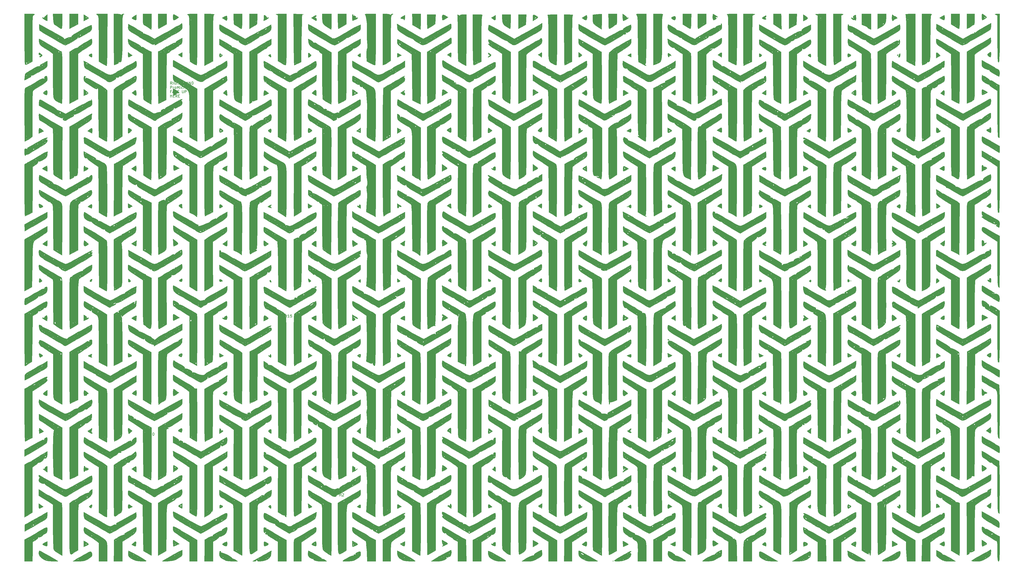
<source format=gbr>
G04 #@! TF.GenerationSoftware,KiCad,Pcbnew,9.0.2*
G04 #@! TF.CreationDate,2025-12-10T21:35:08-05:00*
G04 #@! TF.ProjectId,ThumbsUp,5468756d-6273-4557-902e-6b696361645f,rev?*
G04 #@! TF.SameCoordinates,Original*
G04 #@! TF.FileFunction,Legend,Top*
G04 #@! TF.FilePolarity,Positive*
%FSLAX46Y46*%
G04 Gerber Fmt 4.6, Leading zero omitted, Abs format (unit mm)*
G04 Created by KiCad (PCBNEW 9.0.2) date 2025-12-10 21:35:08*
%MOMM*%
%LPD*%
G01*
G04 APERTURE LIST*
%ADD10C,0.150000*%
%ADD11C,0.010000*%
G04 APERTURE END LIST*
D10*
X42658207Y-43789987D02*
X42324874Y-43313796D01*
X42086779Y-43789987D02*
X42086779Y-42789987D01*
X42086779Y-42789987D02*
X42467731Y-42789987D01*
X42467731Y-42789987D02*
X42562969Y-42837606D01*
X42562969Y-42837606D02*
X42610588Y-42885225D01*
X42610588Y-42885225D02*
X42658207Y-42980463D01*
X42658207Y-42980463D02*
X42658207Y-43123320D01*
X42658207Y-43123320D02*
X42610588Y-43218558D01*
X42610588Y-43218558D02*
X42562969Y-43266177D01*
X42562969Y-43266177D02*
X42467731Y-43313796D01*
X42467731Y-43313796D02*
X42086779Y-43313796D01*
X43086779Y-43789987D02*
X43086779Y-42789987D01*
X44086778Y-42837606D02*
X43991540Y-42789987D01*
X43991540Y-42789987D02*
X43848683Y-42789987D01*
X43848683Y-42789987D02*
X43705826Y-42837606D01*
X43705826Y-42837606D02*
X43610588Y-42932844D01*
X43610588Y-42932844D02*
X43562969Y-43028082D01*
X43562969Y-43028082D02*
X43515350Y-43218558D01*
X43515350Y-43218558D02*
X43515350Y-43361415D01*
X43515350Y-43361415D02*
X43562969Y-43551891D01*
X43562969Y-43551891D02*
X43610588Y-43647129D01*
X43610588Y-43647129D02*
X43705826Y-43742368D01*
X43705826Y-43742368D02*
X43848683Y-43789987D01*
X43848683Y-43789987D02*
X43943921Y-43789987D01*
X43943921Y-43789987D02*
X44086778Y-43742368D01*
X44086778Y-43742368D02*
X44134397Y-43694748D01*
X44134397Y-43694748D02*
X44134397Y-43361415D01*
X44134397Y-43361415D02*
X43943921Y-43361415D01*
X44562969Y-43789987D02*
X44562969Y-42789987D01*
X44562969Y-43266177D02*
X45134397Y-43266177D01*
X45134397Y-43789987D02*
X45134397Y-42789987D01*
X45467731Y-42789987D02*
X46039159Y-42789987D01*
X45753445Y-43789987D02*
X45753445Y-42789987D01*
X47134398Y-43789987D02*
X47134398Y-42789987D01*
X47134398Y-43266177D02*
X47705826Y-43266177D01*
X47705826Y-43789987D02*
X47705826Y-42789987D01*
X48134398Y-43504272D02*
X48610588Y-43504272D01*
X48039160Y-43789987D02*
X48372493Y-42789987D01*
X48372493Y-42789987D02*
X48705826Y-43789987D01*
X49039160Y-43789987D02*
X49039160Y-42789987D01*
X49039160Y-42789987D02*
X49610588Y-43789987D01*
X49610588Y-43789987D02*
X49610588Y-42789987D01*
X50086779Y-43789987D02*
X50086779Y-42789987D01*
X50086779Y-42789987D02*
X50324874Y-42789987D01*
X50324874Y-42789987D02*
X50467731Y-42837606D01*
X50467731Y-42837606D02*
X50562969Y-42932844D01*
X50562969Y-42932844D02*
X50610588Y-43028082D01*
X50610588Y-43028082D02*
X50658207Y-43218558D01*
X50658207Y-43218558D02*
X50658207Y-43361415D01*
X50658207Y-43361415D02*
X50610588Y-43551891D01*
X50610588Y-43551891D02*
X50562969Y-43647129D01*
X50562969Y-43647129D02*
X50467731Y-43742368D01*
X50467731Y-43742368D02*
X50324874Y-43789987D01*
X50324874Y-43789987D02*
X50086779Y-43789987D01*
X42086779Y-45399931D02*
X42086779Y-44399931D01*
X42086779Y-44399931D02*
X42467731Y-44399931D01*
X42467731Y-44399931D02*
X42562969Y-44447550D01*
X42562969Y-44447550D02*
X42610588Y-44495169D01*
X42610588Y-44495169D02*
X42658207Y-44590407D01*
X42658207Y-44590407D02*
X42658207Y-44733264D01*
X42658207Y-44733264D02*
X42610588Y-44828502D01*
X42610588Y-44828502D02*
X42562969Y-44876121D01*
X42562969Y-44876121D02*
X42467731Y-44923740D01*
X42467731Y-44923740D02*
X42086779Y-44923740D01*
X43086779Y-45399931D02*
X43086779Y-44733264D01*
X43086779Y-44923740D02*
X43134398Y-44828502D01*
X43134398Y-44828502D02*
X43182017Y-44780883D01*
X43182017Y-44780883D02*
X43277255Y-44733264D01*
X43277255Y-44733264D02*
X43372493Y-44733264D01*
X43848684Y-45399931D02*
X43753446Y-45352312D01*
X43753446Y-45352312D02*
X43705827Y-45304692D01*
X43705827Y-45304692D02*
X43658208Y-45209454D01*
X43658208Y-45209454D02*
X43658208Y-44923740D01*
X43658208Y-44923740D02*
X43705827Y-44828502D01*
X43705827Y-44828502D02*
X43753446Y-44780883D01*
X43753446Y-44780883D02*
X43848684Y-44733264D01*
X43848684Y-44733264D02*
X43991541Y-44733264D01*
X43991541Y-44733264D02*
X44086779Y-44780883D01*
X44086779Y-44780883D02*
X44134398Y-44828502D01*
X44134398Y-44828502D02*
X44182017Y-44923740D01*
X44182017Y-44923740D02*
X44182017Y-45209454D01*
X44182017Y-45209454D02*
X44134398Y-45304692D01*
X44134398Y-45304692D02*
X44086779Y-45352312D01*
X44086779Y-45352312D02*
X43991541Y-45399931D01*
X43991541Y-45399931D02*
X43848684Y-45399931D01*
X44610589Y-45399931D02*
X44610589Y-44399931D01*
X44610589Y-44399931D02*
X44943922Y-45114216D01*
X44943922Y-45114216D02*
X45277255Y-44399931D01*
X45277255Y-44399931D02*
X45277255Y-45399931D01*
X45753446Y-45399931D02*
X45753446Y-44733264D01*
X45753446Y-44399931D02*
X45705827Y-44447550D01*
X45705827Y-44447550D02*
X45753446Y-44495169D01*
X45753446Y-44495169D02*
X45801065Y-44447550D01*
X45801065Y-44447550D02*
X45753446Y-44399931D01*
X45753446Y-44399931D02*
X45753446Y-44495169D01*
X46658207Y-45352312D02*
X46562969Y-45399931D01*
X46562969Y-45399931D02*
X46372493Y-45399931D01*
X46372493Y-45399931D02*
X46277255Y-45352312D01*
X46277255Y-45352312D02*
X46229636Y-45304692D01*
X46229636Y-45304692D02*
X46182017Y-45209454D01*
X46182017Y-45209454D02*
X46182017Y-44923740D01*
X46182017Y-44923740D02*
X46229636Y-44828502D01*
X46229636Y-44828502D02*
X46277255Y-44780883D01*
X46277255Y-44780883D02*
X46372493Y-44733264D01*
X46372493Y-44733264D02*
X46562969Y-44733264D01*
X46562969Y-44733264D02*
X46658207Y-44780883D01*
X47086779Y-45399931D02*
X47086779Y-44733264D01*
X47086779Y-44923740D02*
X47134398Y-44828502D01*
X47134398Y-44828502D02*
X47182017Y-44780883D01*
X47182017Y-44780883D02*
X47277255Y-44733264D01*
X47277255Y-44733264D02*
X47372493Y-44733264D01*
X47848684Y-45399931D02*
X47753446Y-45352312D01*
X47753446Y-45352312D02*
X47705827Y-45304692D01*
X47705827Y-45304692D02*
X47658208Y-45209454D01*
X47658208Y-45209454D02*
X47658208Y-44923740D01*
X47658208Y-44923740D02*
X47705827Y-44828502D01*
X47705827Y-44828502D02*
X47753446Y-44780883D01*
X47753446Y-44780883D02*
X47848684Y-44733264D01*
X47848684Y-44733264D02*
X47991541Y-44733264D01*
X47991541Y-44733264D02*
X48086779Y-44780883D01*
X48086779Y-44780883D02*
X48134398Y-44828502D01*
X48134398Y-44828502D02*
X48182017Y-44923740D01*
X48182017Y-44923740D02*
X48182017Y-45209454D01*
X48182017Y-45209454D02*
X48134398Y-45304692D01*
X48134398Y-45304692D02*
X48086779Y-45352312D01*
X48086779Y-45352312D02*
X47991541Y-45399931D01*
X47991541Y-45399931D02*
X47848684Y-45399931D01*
X42420112Y-46486065D02*
X42086779Y-46486065D01*
X42086779Y-47009875D02*
X42086779Y-46009875D01*
X42086779Y-46009875D02*
X42562969Y-46009875D01*
X42896303Y-46724160D02*
X43372493Y-46724160D01*
X42801065Y-47009875D02*
X43134398Y-46009875D01*
X43134398Y-46009875D02*
X43467731Y-47009875D01*
X44372493Y-46914636D02*
X44324874Y-46962256D01*
X44324874Y-46962256D02*
X44182017Y-47009875D01*
X44182017Y-47009875D02*
X44086779Y-47009875D01*
X44086779Y-47009875D02*
X43943922Y-46962256D01*
X43943922Y-46962256D02*
X43848684Y-46867017D01*
X43848684Y-46867017D02*
X43801065Y-46771779D01*
X43801065Y-46771779D02*
X43753446Y-46581303D01*
X43753446Y-46581303D02*
X43753446Y-46438446D01*
X43753446Y-46438446D02*
X43801065Y-46247970D01*
X43801065Y-46247970D02*
X43848684Y-46152732D01*
X43848684Y-46152732D02*
X43943922Y-46057494D01*
X43943922Y-46057494D02*
X44086779Y-46009875D01*
X44086779Y-46009875D02*
X44182017Y-46009875D01*
X44182017Y-46009875D02*
X44324874Y-46057494D01*
X44324874Y-46057494D02*
X44372493Y-46105113D01*
X44801065Y-46486065D02*
X45134398Y-46486065D01*
X45277255Y-47009875D02*
X44801065Y-47009875D01*
X44801065Y-47009875D02*
X44801065Y-46009875D01*
X44801065Y-46009875D02*
X45277255Y-46009875D01*
X46467732Y-46009875D02*
X46467732Y-46819398D01*
X46467732Y-46819398D02*
X46515351Y-46914636D01*
X46515351Y-46914636D02*
X46562970Y-46962256D01*
X46562970Y-46962256D02*
X46658208Y-47009875D01*
X46658208Y-47009875D02*
X46848684Y-47009875D01*
X46848684Y-47009875D02*
X46943922Y-46962256D01*
X46943922Y-46962256D02*
X46991541Y-46914636D01*
X46991541Y-46914636D02*
X47039160Y-46819398D01*
X47039160Y-46819398D02*
X47039160Y-46009875D01*
X47515351Y-47009875D02*
X47515351Y-46009875D01*
X47515351Y-46009875D02*
X47896303Y-46009875D01*
X47896303Y-46009875D02*
X47991541Y-46057494D01*
X47991541Y-46057494D02*
X48039160Y-46105113D01*
X48039160Y-46105113D02*
X48086779Y-46200351D01*
X48086779Y-46200351D02*
X48086779Y-46343208D01*
X48086779Y-46343208D02*
X48039160Y-46438446D01*
X48039160Y-46438446D02*
X47991541Y-46486065D01*
X47991541Y-46486065D02*
X47896303Y-46533684D01*
X47896303Y-46533684D02*
X47515351Y-46533684D01*
X42086779Y-48619819D02*
X42086779Y-47619819D01*
X42086779Y-48096009D02*
X42658207Y-48096009D01*
X42658207Y-48619819D02*
X42658207Y-47619819D01*
X43134398Y-48096009D02*
X43467731Y-48096009D01*
X43610588Y-48619819D02*
X43134398Y-48619819D01*
X43134398Y-48619819D02*
X43134398Y-47619819D01*
X43134398Y-47619819D02*
X43610588Y-47619819D01*
X44610588Y-48619819D02*
X44277255Y-48143628D01*
X44039160Y-48619819D02*
X44039160Y-47619819D01*
X44039160Y-47619819D02*
X44420112Y-47619819D01*
X44420112Y-47619819D02*
X44515350Y-47667438D01*
X44515350Y-47667438D02*
X44562969Y-47715057D01*
X44562969Y-47715057D02*
X44610588Y-47810295D01*
X44610588Y-47810295D02*
X44610588Y-47953152D01*
X44610588Y-47953152D02*
X44562969Y-48048390D01*
X44562969Y-48048390D02*
X44515350Y-48096009D01*
X44515350Y-48096009D02*
X44420112Y-48143628D01*
X44420112Y-48143628D02*
X44039160Y-48143628D01*
X45039160Y-48096009D02*
X45372493Y-48096009D01*
X45515350Y-48619819D02*
X45039160Y-48619819D01*
X45039160Y-48619819D02*
X45039160Y-47619819D01*
X45039160Y-47619819D02*
X45515350Y-47619819D01*
X105406395Y-198254819D02*
X105406395Y-197254819D01*
X105406395Y-197731009D02*
X105977823Y-197731009D01*
X105977823Y-198254819D02*
X105977823Y-197254819D01*
X106406395Y-197350057D02*
X106454014Y-197302438D01*
X106454014Y-197302438D02*
X106549252Y-197254819D01*
X106549252Y-197254819D02*
X106787347Y-197254819D01*
X106787347Y-197254819D02*
X106882585Y-197302438D01*
X106882585Y-197302438D02*
X106930204Y-197350057D01*
X106930204Y-197350057D02*
X106977823Y-197445295D01*
X106977823Y-197445295D02*
X106977823Y-197540533D01*
X106977823Y-197540533D02*
X106930204Y-197683390D01*
X106930204Y-197683390D02*
X106358776Y-198254819D01*
X106358776Y-198254819D02*
X106977823Y-198254819D01*
X85030205Y-131154819D02*
X85030205Y-130154819D01*
X85030205Y-130631009D02*
X85601633Y-130631009D01*
X85601633Y-131154819D02*
X85601633Y-130154819D01*
X86601633Y-131154819D02*
X86030205Y-131154819D01*
X86315919Y-131154819D02*
X86315919Y-130154819D01*
X86315919Y-130154819D02*
X86220681Y-130297676D01*
X86220681Y-130297676D02*
X86125443Y-130392914D01*
X86125443Y-130392914D02*
X86030205Y-130440533D01*
X87506395Y-130154819D02*
X87030205Y-130154819D01*
X87030205Y-130154819D02*
X86982586Y-130631009D01*
X86982586Y-130631009D02*
X87030205Y-130583390D01*
X87030205Y-130583390D02*
X87125443Y-130535771D01*
X87125443Y-130535771D02*
X87363538Y-130535771D01*
X87363538Y-130535771D02*
X87458776Y-130583390D01*
X87458776Y-130583390D02*
X87506395Y-130631009D01*
X87506395Y-130631009D02*
X87554014Y-130726247D01*
X87554014Y-130726247D02*
X87554014Y-130964342D01*
X87554014Y-130964342D02*
X87506395Y-131059580D01*
X87506395Y-131059580D02*
X87458776Y-131107200D01*
X87458776Y-131107200D02*
X87363538Y-131154819D01*
X87363538Y-131154819D02*
X87125443Y-131154819D01*
X87125443Y-131154819D02*
X87030205Y-131107200D01*
X87030205Y-131107200D02*
X86982586Y-131059580D01*
X33430205Y-175454819D02*
X33430205Y-174454819D01*
X33430205Y-174931009D02*
X34001633Y-174931009D01*
X34001633Y-175454819D02*
X34001633Y-174454819D01*
X35001633Y-175454819D02*
X34430205Y-175454819D01*
X34715919Y-175454819D02*
X34715919Y-174454819D01*
X34715919Y-174454819D02*
X34620681Y-174597676D01*
X34620681Y-174597676D02*
X34525443Y-174692914D01*
X34525443Y-174692914D02*
X34430205Y-174740533D01*
X35620681Y-174454819D02*
X35715919Y-174454819D01*
X35715919Y-174454819D02*
X35811157Y-174502438D01*
X35811157Y-174502438D02*
X35858776Y-174550057D01*
X35858776Y-174550057D02*
X35906395Y-174645295D01*
X35906395Y-174645295D02*
X35954014Y-174835771D01*
X35954014Y-174835771D02*
X35954014Y-175073866D01*
X35954014Y-175073866D02*
X35906395Y-175264342D01*
X35906395Y-175264342D02*
X35858776Y-175359580D01*
X35858776Y-175359580D02*
X35811157Y-175407200D01*
X35811157Y-175407200D02*
X35715919Y-175454819D01*
X35715919Y-175454819D02*
X35620681Y-175454819D01*
X35620681Y-175454819D02*
X35525443Y-175407200D01*
X35525443Y-175407200D02*
X35477824Y-175359580D01*
X35477824Y-175359580D02*
X35430205Y-175264342D01*
X35430205Y-175264342D02*
X35382586Y-175073866D01*
X35382586Y-175073866D02*
X35382586Y-174835771D01*
X35382586Y-174835771D02*
X35430205Y-174645295D01*
X35430205Y-174645295D02*
X35477824Y-174550057D01*
X35477824Y-174550057D02*
X35525443Y-174502438D01*
X35525443Y-174502438D02*
X35620681Y-174454819D01*
X139806395Y-134354819D02*
X139806395Y-133354819D01*
X139806395Y-133831009D02*
X140377823Y-133831009D01*
X140377823Y-134354819D02*
X140377823Y-133354819D01*
X141377823Y-134354819D02*
X140806395Y-134354819D01*
X141092109Y-134354819D02*
X141092109Y-133354819D01*
X141092109Y-133354819D02*
X140996871Y-133497676D01*
X140996871Y-133497676D02*
X140901633Y-133592914D01*
X140901633Y-133592914D02*
X140806395Y-133640533D01*
D11*
X103157895Y-26554737D02*
X103024211Y-26688421D01*
X102890526Y-26554737D01*
X103024211Y-26421053D01*
X103157895Y-26554737D01*
G36*
X103157895Y-26554737D02*
G01*
X103024211Y-26688421D01*
X102890526Y-26554737D01*
X103024211Y-26421053D01*
X103157895Y-26554737D01*
G37*
X207966316Y-222535790D02*
X207832632Y-222669474D01*
X207698947Y-222535790D01*
X207832632Y-222402105D01*
X207966316Y-222535790D01*
G36*
X207966316Y-222535790D02*
G01*
X207832632Y-222669474D01*
X207698947Y-222535790D01*
X207832632Y-222402105D01*
X207966316Y-222535790D01*
G37*
X213313684Y-89653684D02*
X213180000Y-89787369D01*
X213046316Y-89653684D01*
X213180000Y-89520000D01*
X213313684Y-89653684D01*
G36*
X213313684Y-89653684D02*
G01*
X213180000Y-89787369D01*
X213046316Y-89653684D01*
X213180000Y-89520000D01*
X213313684Y-89653684D01*
G37*
X297000000Y-117460000D02*
X296866316Y-117593684D01*
X296732632Y-117460000D01*
X296866316Y-117326316D01*
X297000000Y-117460000D01*
G36*
X297000000Y-117460000D02*
G01*
X296866316Y-117593684D01*
X296732632Y-117460000D01*
X296866316Y-117326316D01*
X297000000Y-117460000D01*
G37*
X-6612982Y-60343124D02*
X-6136919Y-60712381D01*
X-5409627Y-61312632D01*
X-7265263Y-62180794D01*
X-7265263Y-61145134D01*
X-7221136Y-60418999D01*
X-7032058Y-60162535D01*
X-6612982Y-60343124D01*
G36*
X-6612982Y-60343124D02*
G01*
X-6136919Y-60712381D01*
X-5409627Y-61312632D01*
X-7265263Y-62180794D01*
X-7265263Y-61145134D01*
X-7221136Y-60418999D01*
X-7032058Y-60162535D01*
X-6612982Y-60343124D01*
G37*
X12687763Y-60258596D02*
X12769338Y-60729355D01*
X12738265Y-61218967D01*
X12653684Y-62114737D01*
X11030014Y-61302765D01*
X11788258Y-60674810D01*
X12380945Y-60251990D01*
X12687763Y-60258596D01*
G36*
X12687763Y-60258596D02*
G01*
X12769338Y-60729355D01*
X12738265Y-61218967D01*
X12653684Y-62114737D01*
X11030014Y-61302765D01*
X11788258Y-60674810D01*
X12380945Y-60251990D01*
X12687763Y-60258596D01*
G37*
X77740940Y-187234391D02*
X78420615Y-187639403D01*
X78609748Y-187969438D01*
X78318524Y-188337183D01*
X77869280Y-188654530D01*
X76955790Y-189253337D01*
X76955790Y-186828373D01*
X77740940Y-187234391D01*
G36*
X77740940Y-187234391D02*
G01*
X78420615Y-187639403D01*
X78609748Y-187969438D01*
X78318524Y-188337183D01*
X77869280Y-188654530D01*
X76955790Y-189253337D01*
X76955790Y-186828373D01*
X77740940Y-187234391D01*
G37*
X79690981Y-117445719D02*
X79858774Y-117912054D01*
X79664274Y-118009058D01*
X79386950Y-117876408D01*
X79174483Y-117510892D01*
X79231166Y-117321874D01*
X79459564Y-117167011D01*
X79690981Y-117445719D01*
G36*
X79690981Y-117445719D02*
G01*
X79858774Y-117912054D01*
X79664274Y-118009058D01*
X79386950Y-117876408D01*
X79174483Y-117510892D01*
X79231166Y-117321874D01*
X79459564Y-117167011D01*
X79690981Y-117445719D01*
G37*
X129852981Y-187916906D02*
X129786455Y-188642277D01*
X129620049Y-188901448D01*
X129229849Y-188762413D01*
X128801989Y-188493614D01*
X128110294Y-188045263D01*
X129915770Y-186852759D01*
X129852981Y-187916906D01*
G36*
X129852981Y-187916906D02*
G01*
X129786455Y-188642277D01*
X129620049Y-188901448D01*
X129229849Y-188762413D01*
X128801989Y-188493614D01*
X128110294Y-188045263D01*
X129915770Y-186852759D01*
X129852981Y-187916906D01*
G37*
X181162237Y-88640140D02*
X181208607Y-89172487D01*
X181181489Y-89492570D01*
X181095790Y-90318653D01*
X179598754Y-89331501D01*
X180303628Y-88869650D01*
X180884413Y-88556108D01*
X181162237Y-88640140D01*
G36*
X181162237Y-88640140D02*
G01*
X181208607Y-89172487D01*
X181181489Y-89492570D01*
X181095790Y-90318653D01*
X179598754Y-89331501D01*
X180303628Y-88869650D01*
X180884413Y-88556108D01*
X181162237Y-88640140D01*
G37*
X245885263Y-45780768D02*
X246688660Y-46262502D01*
X246991873Y-46659872D01*
X246807032Y-47041748D01*
X246180694Y-47458236D01*
X245130526Y-48033470D01*
X245130526Y-45390479D01*
X245885263Y-45780768D01*
G36*
X245885263Y-45780768D02*
G01*
X246688660Y-46262502D01*
X246991873Y-46659872D01*
X246807032Y-47041748D01*
X246180694Y-47458236D01*
X245130526Y-48033470D01*
X245130526Y-45390479D01*
X245885263Y-45780768D01*
G37*
X279999806Y-18191786D02*
X280601839Y-18645919D01*
X280730222Y-18988122D01*
X280374770Y-19331085D01*
X279871467Y-19611926D01*
X279086316Y-20017943D01*
X279086316Y-17592979D01*
X279999806Y-18191786D01*
G36*
X279999806Y-18191786D02*
G01*
X280601839Y-18645919D01*
X280730222Y-18988122D01*
X280374770Y-19331085D01*
X279871467Y-19611926D01*
X279086316Y-20017943D01*
X279086316Y-17592979D01*
X279999806Y-18191786D01*
G37*
X279999806Y-102947576D02*
X280606064Y-103397921D01*
X280739241Y-103726478D01*
X280389388Y-104050402D01*
X279883106Y-104321524D01*
X279086316Y-104719015D01*
X279086316Y-102348768D01*
X279999806Y-102947576D01*
G36*
X279999806Y-102947576D02*
G01*
X280606064Y-103397921D01*
X280739241Y-103726478D01*
X280389388Y-104050402D01*
X279883106Y-104321524D01*
X279086316Y-104719015D01*
X279086316Y-102348768D01*
X279999806Y-102947576D01*
G37*
X282006959Y-117348387D02*
X281984161Y-117699401D01*
X281783105Y-117967860D01*
X281494867Y-117865146D01*
X281243064Y-117580385D01*
X281423568Y-117288432D01*
X281810242Y-117094503D01*
X282006959Y-117348387D01*
G36*
X282006959Y-117348387D02*
G01*
X281984161Y-117699401D01*
X281783105Y-117967860D01*
X281494867Y-117865146D01*
X281243064Y-117580385D01*
X281423568Y-117288432D01*
X281810242Y-117094503D01*
X282006959Y-117348387D01*
G37*
X329470974Y-32024937D02*
X329834854Y-32382064D01*
X330411342Y-32995707D01*
X328816842Y-33937601D01*
X328816842Y-32853011D01*
X328872488Y-32082146D01*
X329073496Y-31814002D01*
X329470974Y-32024937D01*
G36*
X329470974Y-32024937D02*
G01*
X329834854Y-32382064D01*
X330411342Y-32995707D01*
X328816842Y-33937601D01*
X328816842Y-32853011D01*
X328872488Y-32082146D01*
X329073496Y-31814002D01*
X329470974Y-32024937D01*
G37*
X-6431705Y-201569765D02*
X-5598148Y-202163310D01*
X-6231179Y-202514286D01*
X-6861514Y-202813080D01*
X-7166267Y-202744042D01*
X-7260618Y-202242117D01*
X-7265263Y-201930215D01*
X-7265263Y-200976219D01*
X-6431705Y-201569765D01*
G36*
X-6431705Y-201569765D02*
G01*
X-5598148Y-202163310D01*
X-6231179Y-202514286D01*
X-6861514Y-202813080D01*
X-7166267Y-202744042D01*
X-7260618Y-202242117D01*
X-7265263Y-201930215D01*
X-7265263Y-200976219D01*
X-6431705Y-201569765D01*
G37*
X26948464Y-32338462D02*
X27741139Y-32924512D01*
X27051586Y-33282256D01*
X26472435Y-33562945D01*
X26219234Y-33529586D01*
X26157217Y-33094012D01*
X26155790Y-32696206D01*
X26155790Y-31752413D01*
X26948464Y-32338462D01*
G36*
X26948464Y-32338462D02*
G01*
X27741139Y-32924512D01*
X27051586Y-33282256D01*
X26472435Y-33562945D01*
X26219234Y-33529586D01*
X26157217Y-33094012D01*
X26155790Y-32696206D01*
X26155790Y-31752413D01*
X26948464Y-32338462D01*
G37*
X77711485Y-46178271D02*
X78167317Y-46546748D01*
X78873927Y-47154548D01*
X77903976Y-47617085D01*
X76934026Y-48079622D01*
X76997180Y-47009285D01*
X77085492Y-46257153D01*
X77292891Y-45992284D01*
X77711485Y-46178271D01*
G36*
X77711485Y-46178271D02*
G01*
X78167317Y-46546748D01*
X78873927Y-47154548D01*
X77903976Y-47617085D01*
X76934026Y-48079622D01*
X76997180Y-47009285D01*
X77085492Y-46257153D01*
X77292891Y-45992284D01*
X77711485Y-46178271D01*
G37*
X79686337Y-201759530D02*
X79763158Y-202215790D01*
X79715524Y-202746280D01*
X79496792Y-202820282D01*
X79037199Y-202518825D01*
X78741646Y-202167197D01*
X78890146Y-201858907D01*
X79376868Y-201561596D01*
X79686337Y-201759530D01*
G36*
X79686337Y-201759530D02*
G01*
X79763158Y-202215790D01*
X79715524Y-202746280D01*
X79496792Y-202820282D01*
X79037199Y-202518825D01*
X78741646Y-202167197D01*
X78890146Y-201858907D01*
X79376868Y-201561596D01*
X79686337Y-201759530D01*
G37*
X94290964Y-144890667D02*
X94530902Y-145071735D01*
X95128119Y-145533684D01*
X94374937Y-145963569D01*
X93621754Y-146393454D01*
X93621754Y-145495674D01*
X93661304Y-144834947D01*
X93849568Y-144649508D01*
X94290964Y-144890667D01*
G36*
X94290964Y-144890667D02*
G01*
X94530902Y-145071735D01*
X95128119Y-145533684D01*
X94374937Y-145963569D01*
X93621754Y-146393454D01*
X93621754Y-145495674D01*
X93661304Y-144834947D01*
X93849568Y-144649508D01*
X94290964Y-144890667D01*
G37*
X96741053Y-119741023D02*
X96524368Y-119970825D01*
X96340000Y-120000000D01*
X95983275Y-119942797D01*
X95938947Y-119894921D01*
X96148018Y-119722521D01*
X96340000Y-119635944D01*
X96684279Y-119630387D01*
X96741053Y-119741023D01*
G36*
X96741053Y-119741023D02*
G01*
X96524368Y-119970825D01*
X96340000Y-120000000D01*
X95983275Y-119942797D01*
X95938947Y-119894921D01*
X96148018Y-119722521D01*
X96340000Y-119635944D01*
X96684279Y-119630387D01*
X96741053Y-119741023D01*
G37*
X129812616Y-103456375D02*
X129770828Y-104182337D01*
X129605641Y-104437347D01*
X129202855Y-104285109D01*
X128796919Y-104022975D01*
X128100153Y-103556842D01*
X128965957Y-102988481D01*
X129831760Y-102420119D01*
X129812616Y-103456375D01*
G36*
X129812616Y-103456375D02*
G01*
X129770828Y-104182337D01*
X129605641Y-104437347D01*
X129202855Y-104285109D01*
X128796919Y-104022975D01*
X128100153Y-103556842D01*
X128965957Y-102988481D01*
X129831760Y-102420119D01*
X129812616Y-103456375D01*
G37*
X147204638Y-31954269D02*
X147252059Y-32494757D01*
X147225699Y-32810464D01*
X147140000Y-33636548D01*
X146434927Y-33170379D01*
X145729854Y-32704211D01*
X146386371Y-32210041D01*
X146935147Y-31873007D01*
X147204638Y-31954269D01*
G36*
X147204638Y-31954269D02*
G01*
X147252059Y-32494757D01*
X147225699Y-32810464D01*
X147140000Y-33636548D01*
X146434927Y-33170379D01*
X145729854Y-32704211D01*
X146386371Y-32210041D01*
X146935147Y-31873007D01*
X147204638Y-31954269D01*
G37*
X163850526Y-18785937D02*
X163782675Y-19486790D01*
X163534880Y-19700254D01*
X163040779Y-19456688D01*
X162796319Y-19268231D01*
X162217609Y-18799620D01*
X163034068Y-18317326D01*
X163850526Y-17835031D01*
X163850526Y-18785937D01*
G36*
X163850526Y-18785937D02*
G01*
X163782675Y-19486790D01*
X163534880Y-19700254D01*
X163040779Y-19456688D01*
X162796319Y-19268231D01*
X162217609Y-18799620D01*
X163034068Y-18317326D01*
X163850526Y-17835031D01*
X163850526Y-18785937D01*
G37*
X163850526Y-103541726D02*
X163782675Y-104242580D01*
X163534880Y-104456043D01*
X163040779Y-104212477D01*
X162796319Y-104024020D01*
X162217609Y-103555409D01*
X163034068Y-103073115D01*
X163850526Y-102590821D01*
X163850526Y-103541726D01*
G36*
X163850526Y-103541726D02*
G01*
X163782675Y-104242580D01*
X163534880Y-104456043D01*
X163040779Y-104212477D01*
X162796319Y-104024020D01*
X162217609Y-103555409D01*
X163034068Y-103073115D01*
X163850526Y-102590821D01*
X163850526Y-103541726D01*
G37*
X195528382Y-172938616D02*
X195915157Y-173319158D01*
X196523526Y-173966738D01*
X195694395Y-174395498D01*
X194865263Y-174824259D01*
X194865263Y-173747919D01*
X194920883Y-172981097D01*
X195123863Y-172718705D01*
X195528382Y-172938616D01*
G36*
X195528382Y-172938616D02*
G01*
X195915157Y-173319158D01*
X196523526Y-173966738D01*
X195694395Y-174395498D01*
X194865263Y-174824259D01*
X194865263Y-173747919D01*
X194920883Y-172981097D01*
X195123863Y-172718705D01*
X195528382Y-172938616D01*
G37*
X228553684Y-139384211D02*
X228808749Y-139624470D01*
X228821053Y-139667358D01*
X228614192Y-139782198D01*
X228553684Y-139785263D01*
X228296590Y-139579723D01*
X228286316Y-139502116D01*
X228450116Y-139342434D01*
X228553684Y-139384211D01*
G36*
X228553684Y-139384211D02*
G01*
X228808749Y-139624470D01*
X228821053Y-139667358D01*
X228614192Y-139782198D01*
X228553684Y-139785263D01*
X228296590Y-139579723D01*
X228286316Y-139502116D01*
X228450116Y-139342434D01*
X228553684Y-139384211D01*
G37*
X229131511Y-145021230D02*
X229986637Y-145463433D01*
X229337003Y-145823295D01*
X228741810Y-146121170D01*
X228464003Y-146085329D01*
X228360381Y-145653731D01*
X228338221Y-145390566D01*
X228276384Y-144579027D01*
X229131511Y-145021230D01*
G36*
X229131511Y-145021230D02*
G01*
X229986637Y-145463433D01*
X229337003Y-145823295D01*
X228741810Y-146121170D01*
X228464003Y-146085329D01*
X228360381Y-145653731D01*
X228338221Y-145390566D01*
X228276384Y-144579027D01*
X229131511Y-145021230D01*
G37*
X231227369Y-159562522D02*
X231182180Y-160316268D01*
X230995690Y-160583530D01*
X230591508Y-160408604D01*
X230241712Y-160134099D01*
X229657108Y-159645988D01*
X230442238Y-159065516D01*
X231227369Y-158485044D01*
X231227369Y-159562522D01*
G36*
X231227369Y-159562522D02*
G01*
X231182180Y-160316268D01*
X230995690Y-160583530D01*
X230591508Y-160408604D01*
X230241712Y-160134099D01*
X229657108Y-159645988D01*
X230442238Y-159065516D01*
X231227369Y-158485044D01*
X231227369Y-159562522D01*
G37*
X248537270Y-31954269D02*
X248584690Y-32494757D01*
X248558331Y-32810464D01*
X248472632Y-33636548D01*
X247767559Y-33170379D01*
X247062486Y-32704211D01*
X247719003Y-32210041D01*
X248267779Y-31873007D01*
X248537270Y-31954269D01*
G36*
X248537270Y-31954269D02*
G01*
X248584690Y-32494757D01*
X248558331Y-32810464D01*
X248472632Y-33636548D01*
X247767559Y-33170379D01*
X247062486Y-32704211D01*
X247719003Y-32210041D01*
X248267779Y-31873007D01*
X248537270Y-31954269D01*
G37*
X263236190Y-145080592D02*
X264129326Y-145506499D01*
X263519926Y-145844828D01*
X262922554Y-146133237D01*
X262626836Y-146074271D01*
X262484779Y-145609972D01*
X262456609Y-145428395D01*
X262343053Y-144654685D01*
X263236190Y-145080592D01*
G36*
X263236190Y-145080592D02*
G01*
X264129326Y-145506499D01*
X263519926Y-145844828D01*
X262922554Y-146133237D01*
X262626836Y-146074271D01*
X262484779Y-145609972D01*
X262456609Y-145428395D01*
X262343053Y-144654685D01*
X263236190Y-145080592D01*
G37*
X265180093Y-181701598D02*
X265183158Y-181762105D01*
X264977618Y-182019199D01*
X264900010Y-182029474D01*
X264740328Y-181865674D01*
X264782105Y-181762105D01*
X265022365Y-181507040D01*
X265065253Y-181494737D01*
X265180093Y-181701598D01*
G36*
X265180093Y-181701598D02*
G01*
X265183158Y-181762105D01*
X264977618Y-182019199D01*
X264900010Y-182029474D01*
X264740328Y-181865674D01*
X264782105Y-181762105D01*
X265022365Y-181507040D01*
X265065253Y-181494737D01*
X265180093Y-181701598D01*
G37*
X279839349Y-46188531D02*
X280268792Y-46540527D01*
X280946349Y-47142105D01*
X280016333Y-47576187D01*
X279086316Y-48010268D01*
X279086316Y-46974608D01*
X279149811Y-46237965D01*
X279380648Y-45983345D01*
X279839349Y-46188531D01*
G36*
X279839349Y-46188531D02*
G01*
X280268792Y-46540527D01*
X280946349Y-47142105D01*
X280016333Y-47576187D01*
X279086316Y-48010268D01*
X279086316Y-46974608D01*
X279149811Y-46237965D01*
X279380648Y-45983345D01*
X279839349Y-46188531D01*
G37*
X296349007Y-117183444D02*
X296373233Y-117640970D01*
X296077336Y-117952704D01*
X295762873Y-117934442D01*
X295663660Y-117487381D01*
X295663158Y-117429328D01*
X295769518Y-116930480D01*
X295997369Y-116858296D01*
X296349007Y-117183444D01*
G36*
X296349007Y-117183444D02*
G01*
X296373233Y-117640970D01*
X296077336Y-117952704D01*
X295762873Y-117934442D01*
X295663660Y-117487381D01*
X295663158Y-117429328D01*
X295769518Y-116930480D01*
X295997369Y-116858296D01*
X296349007Y-117183444D01*
G37*
X314643250Y-32777387D02*
X314646316Y-32837895D01*
X314440776Y-33094989D01*
X314363168Y-33105263D01*
X314203486Y-32941463D01*
X314245263Y-32837895D01*
X314485522Y-32582830D01*
X314528411Y-32570527D01*
X314643250Y-32777387D01*
G36*
X314643250Y-32777387D02*
G01*
X314646316Y-32837895D01*
X314440776Y-33094989D01*
X314363168Y-33105263D01*
X314203486Y-32941463D01*
X314245263Y-32837895D01*
X314485522Y-32582830D01*
X314528411Y-32570527D01*
X314643250Y-32777387D01*
G37*
X315400547Y-32385549D02*
X315400558Y-32775413D01*
X315251077Y-33405143D01*
X314972480Y-33640000D01*
X314733414Y-33464992D01*
X314792034Y-33038421D01*
X315052834Y-32385133D01*
X315276064Y-32158695D01*
X315400547Y-32385549D01*
G36*
X315400547Y-32385549D02*
G01*
X315400558Y-32775413D01*
X315251077Y-33405143D01*
X314972480Y-33640000D01*
X314733414Y-33464992D01*
X314792034Y-33038421D01*
X315052834Y-32385133D01*
X315276064Y-32158695D01*
X315400547Y-32385549D01*
G37*
X331920871Y-46079384D02*
X332004915Y-46578835D01*
X331976160Y-47071462D01*
X331891579Y-47990253D01*
X331158158Y-47544212D01*
X330424738Y-47098172D01*
X331090262Y-46472944D01*
X331629052Y-46052914D01*
X331920871Y-46079384D01*
G36*
X331920871Y-46079384D02*
G01*
X332004915Y-46578835D01*
X331976160Y-47071462D01*
X331891579Y-47990253D01*
X331158158Y-47544212D01*
X330424738Y-47098172D01*
X331090262Y-46472944D01*
X331629052Y-46052914D01*
X331920871Y-46079384D01*
G37*
X349404211Y-201806733D02*
X349360176Y-202559602D01*
X349172512Y-202830072D01*
X348757882Y-202667072D01*
X348391261Y-202401438D01*
X347779364Y-201930556D01*
X348591787Y-201329905D01*
X349404211Y-200729255D01*
X349404211Y-201806733D01*
G36*
X349404211Y-201806733D02*
G01*
X349360176Y-202559602D01*
X349172512Y-202830072D01*
X348757882Y-202667072D01*
X348391261Y-202401438D01*
X347779364Y-201930556D01*
X348591787Y-201329905D01*
X349404211Y-200729255D01*
X349404211Y-201806733D01*
G37*
X12660537Y-32464694D02*
X12709763Y-32874458D01*
X12691351Y-33463150D01*
X12449679Y-33596978D01*
X11918421Y-33351216D01*
X11500550Y-32985178D01*
X11605724Y-32649114D01*
X12052105Y-32382638D01*
X12483384Y-32247242D01*
X12660537Y-32464694D01*
G36*
X12660537Y-32464694D02*
G01*
X12709763Y-32874458D01*
X12691351Y-33463150D01*
X12449679Y-33596978D01*
X11918421Y-33351216D01*
X11500550Y-32985178D01*
X11605724Y-32649114D01*
X12052105Y-32382638D01*
X12483384Y-32247242D01*
X12660537Y-32464694D01*
G37*
X26731342Y-116962201D02*
X27159583Y-117450748D01*
X27113500Y-117760381D01*
X26709260Y-117933624D01*
X26342378Y-117937709D01*
X26217572Y-117596363D01*
X26215339Y-117291885D01*
X26258252Y-116768986D01*
X26418952Y-116707774D01*
X26731342Y-116962201D01*
G36*
X26731342Y-116962201D02*
G01*
X27159583Y-117450748D01*
X27113500Y-117760381D01*
X26709260Y-117933624D01*
X26342378Y-117937709D01*
X26217572Y-117596363D01*
X26215339Y-117291885D01*
X26258252Y-116768986D01*
X26418952Y-116707774D01*
X26731342Y-116962201D01*
G37*
X26988616Y-145014834D02*
X27517160Y-145381374D01*
X27527452Y-145690055D01*
X27012411Y-145972767D01*
X26757369Y-146056388D01*
X26338847Y-146118196D01*
X26177941Y-145865458D01*
X26155790Y-145411151D01*
X26155790Y-144584163D01*
X26988616Y-145014834D01*
G36*
X26988616Y-145014834D02*
G01*
X27517160Y-145381374D01*
X27527452Y-145690055D01*
X27012411Y-145972767D01*
X26757369Y-146056388D01*
X26338847Y-146118196D01*
X26177941Y-145865458D01*
X26155790Y-145411151D01*
X26155790Y-144584163D01*
X26988616Y-145014834D01*
G37*
X61255753Y-117169514D02*
X61573158Y-117462503D01*
X61454296Y-117631239D01*
X61300728Y-117695748D01*
X60690604Y-117847121D01*
X60419673Y-117651484D01*
X60378947Y-117326316D01*
X60471194Y-116882640D01*
X60790122Y-116871302D01*
X61255753Y-117169514D01*
G36*
X61255753Y-117169514D02*
G01*
X61573158Y-117462503D01*
X61454296Y-117631239D01*
X61300728Y-117695748D01*
X60690604Y-117847121D01*
X60419673Y-117651484D01*
X60378947Y-117326316D01*
X60471194Y-116882640D01*
X60790122Y-116871302D01*
X61255753Y-117169514D01*
G37*
X79646690Y-32758089D02*
X79697850Y-32986945D01*
X79734915Y-33506509D01*
X79520542Y-33583032D01*
X79047772Y-33282346D01*
X78747222Y-32989997D01*
X78900901Y-32759203D01*
X79086382Y-32637793D01*
X79462520Y-32490309D01*
X79646690Y-32758089D01*
G36*
X79646690Y-32758089D02*
G01*
X79697850Y-32986945D01*
X79734915Y-33506509D01*
X79520542Y-33583032D01*
X79047772Y-33282346D01*
X78747222Y-32989997D01*
X78900901Y-32759203D01*
X79086382Y-32637793D01*
X79462520Y-32490309D01*
X79646690Y-32758089D01*
G37*
X113307082Y-117146596D02*
X113317895Y-117457735D01*
X113290168Y-117994657D01*
X113114919Y-118071653D01*
X112696053Y-117794211D01*
X112397304Y-117515258D01*
X112531990Y-117287005D01*
X112778635Y-117123524D01*
X113174864Y-116935529D01*
X113307082Y-117146596D01*
G36*
X113307082Y-117146596D02*
G01*
X113317895Y-117457735D01*
X113290168Y-117994657D01*
X113114919Y-118071653D01*
X112696053Y-117794211D01*
X112397304Y-117515258D01*
X112531990Y-117287005D01*
X112778635Y-117123524D01*
X113174864Y-116935529D01*
X113307082Y-117146596D01*
G37*
X127781738Y-173224793D02*
X128266401Y-173605072D01*
X128367836Y-173882033D01*
X128055401Y-174182702D01*
X127464870Y-174538350D01*
X127189055Y-174612793D01*
X127051733Y-174348985D01*
X126998222Y-173709972D01*
X126956176Y-172636941D01*
X127781738Y-173224793D01*
G36*
X127781738Y-173224793D02*
G01*
X128266401Y-173605072D01*
X128367836Y-173882033D01*
X128055401Y-174182702D01*
X127464870Y-174538350D01*
X127189055Y-174612793D01*
X127051733Y-174348985D01*
X126998222Y-173709972D01*
X126956176Y-172636941D01*
X127781738Y-173224793D01*
G37*
X127786511Y-145014834D02*
X128315055Y-145381374D01*
X128325347Y-145690055D01*
X127810305Y-145972767D01*
X127555263Y-146056388D01*
X127136742Y-146118196D01*
X126975836Y-145865458D01*
X126953684Y-145411151D01*
X126953684Y-144584163D01*
X127786511Y-145014834D01*
G36*
X127786511Y-145014834D02*
G01*
X128315055Y-145381374D01*
X128325347Y-145690055D01*
X127810305Y-145972767D01*
X127555263Y-146056388D01*
X127136742Y-146118196D01*
X126975836Y-145865458D01*
X126953684Y-145411151D01*
X126953684Y-144584163D01*
X127786511Y-145014834D01*
G37*
X161519180Y-201433476D02*
X161954288Y-201747895D01*
X162523605Y-202215790D01*
X161850224Y-202524845D01*
X161354380Y-202693481D01*
X161142720Y-202658529D01*
X161047673Y-201900190D01*
X161083832Y-201396817D01*
X161183727Y-201280000D01*
X161519180Y-201433476D01*
G36*
X161519180Y-201433476D02*
G01*
X161954288Y-201747895D01*
X162523605Y-202215790D01*
X161850224Y-202524845D01*
X161354380Y-202693481D01*
X161142720Y-202658529D01*
X161047673Y-201900190D01*
X161083832Y-201396817D01*
X161183727Y-201280000D01*
X161519180Y-201433476D01*
G37*
X161622935Y-116979361D02*
X162041084Y-117328639D01*
X162005152Y-117573618D01*
X161928059Y-117630793D01*
X161371625Y-117842858D01*
X161072769Y-117589836D01*
X161005403Y-117205338D01*
X161010405Y-116763567D01*
X161193578Y-116720551D01*
X161622935Y-116979361D01*
G36*
X161622935Y-116979361D02*
G01*
X162041084Y-117328639D01*
X162005152Y-117573618D01*
X161928059Y-117630793D01*
X161371625Y-117842858D01*
X161072769Y-117589836D01*
X161005403Y-117205338D01*
X161010405Y-116763567D01*
X161193578Y-116720551D01*
X161622935Y-116979361D01*
G37*
X161873883Y-145042286D02*
X162330383Y-145378187D01*
X162370880Y-145605274D01*
X162090149Y-145850555D01*
X161536618Y-146163642D01*
X161256662Y-146033131D01*
X161176909Y-145422332D01*
X161176842Y-145393837D01*
X161176842Y-144585568D01*
X161873883Y-145042286D01*
G36*
X161873883Y-145042286D02*
G01*
X162330383Y-145378187D01*
X162370880Y-145605274D01*
X162090149Y-145850555D01*
X161536618Y-146163642D01*
X161256662Y-146033131D01*
X161176909Y-145422332D01*
X161176842Y-145393837D01*
X161176842Y-144585568D01*
X161873883Y-145042286D01*
G37*
X178820953Y-215272213D02*
X179458364Y-215644870D01*
X179839950Y-215919387D01*
X179888221Y-215985263D01*
X179675554Y-216180550D01*
X179137675Y-216520335D01*
X178820953Y-216698314D01*
X177753684Y-217277680D01*
X177753684Y-214692847D01*
X178820953Y-215272213D01*
G36*
X178820953Y-215272213D02*
G01*
X179458364Y-215644870D01*
X179839950Y-215919387D01*
X179888221Y-215985263D01*
X179675554Y-216180550D01*
X179137675Y-216520335D01*
X178820953Y-216698314D01*
X177753684Y-217277680D01*
X177753684Y-214692847D01*
X178820953Y-215272213D01*
G37*
X181173968Y-116728129D02*
X181192224Y-117338173D01*
X181182750Y-117416592D01*
X181069273Y-117881771D01*
X180793943Y-117911476D01*
X180483103Y-117759894D01*
X179870417Y-117429297D01*
X180417900Y-116933832D01*
X180919969Y-116595943D01*
X181173968Y-116728129D01*
G36*
X181173968Y-116728129D02*
G01*
X181192224Y-117338173D01*
X181182750Y-117416592D01*
X181069273Y-117881771D01*
X180793943Y-117911476D01*
X180483103Y-117759894D01*
X179870417Y-117429297D01*
X180417900Y-116933832D01*
X180919969Y-116595943D01*
X181173968Y-116728129D01*
G37*
X195546318Y-117009932D02*
X195988653Y-117438474D01*
X195926743Y-117730583D01*
X195422900Y-117932534D01*
X195049797Y-117937073D01*
X194925773Y-117591641D01*
X194924178Y-117314213D01*
X194968512Y-116797080D01*
X195156369Y-116742200D01*
X195546318Y-117009932D01*
G36*
X195546318Y-117009932D02*
G01*
X195988653Y-117438474D01*
X195926743Y-117730583D01*
X195422900Y-117932534D01*
X195049797Y-117937073D01*
X194925773Y-117591641D01*
X194924178Y-117314213D01*
X194968512Y-116797080D01*
X195156369Y-116742200D01*
X195546318Y-117009932D01*
G37*
X212539756Y-215556223D02*
X213167799Y-215929668D01*
X213537501Y-216212488D01*
X213578847Y-216278917D01*
X213356440Y-216466346D01*
X212797193Y-216742297D01*
X212557068Y-216841119D01*
X211533083Y-217243351D01*
X211502869Y-214993499D01*
X212539756Y-215556223D01*
G36*
X212539756Y-215556223D02*
G01*
X213167799Y-215929668D01*
X213537501Y-216212488D01*
X213578847Y-216278917D01*
X213356440Y-216466346D01*
X212797193Y-216742297D01*
X212557068Y-216841119D01*
X211533083Y-217243351D01*
X211502869Y-214993499D01*
X212539756Y-215556223D01*
G37*
X214554695Y-201594139D02*
X214592528Y-202102227D01*
X214593780Y-202653696D01*
X214565802Y-202874736D01*
X214324973Y-202754212D01*
X213892847Y-202519122D01*
X213268851Y-202172981D01*
X213919573Y-201746612D01*
X214380614Y-201480345D01*
X214554695Y-201594139D01*
G36*
X214554695Y-201594139D02*
G01*
X214592528Y-202102227D01*
X214593780Y-202653696D01*
X214565802Y-202874736D01*
X214324973Y-202754212D01*
X213892847Y-202519122D01*
X213268851Y-202172981D01*
X213919573Y-201746612D01*
X214380614Y-201480345D01*
X214554695Y-201594139D01*
G37*
X214586207Y-60557773D02*
X214621213Y-61097176D01*
X214603802Y-61243850D01*
X214499477Y-61673774D01*
X214239883Y-61749319D01*
X213737131Y-61570949D01*
X212957420Y-61249522D01*
X213678633Y-60776965D01*
X214289831Y-60460028D01*
X214586207Y-60557773D01*
G36*
X214586207Y-60557773D02*
G01*
X214621213Y-61097176D01*
X214603802Y-61243850D01*
X214499477Y-61673774D01*
X214239883Y-61749319D01*
X213737131Y-61570949D01*
X212957420Y-61249522D01*
X213678633Y-60776965D01*
X214289831Y-60460028D01*
X214586207Y-60557773D01*
G37*
X214609336Y-145119038D02*
X214650526Y-145547593D01*
X214591808Y-146039683D01*
X214342122Y-146156217D01*
X213791173Y-145927212D01*
X213612502Y-145830072D01*
X212975530Y-145476987D01*
X213813028Y-145185034D01*
X214381915Y-145019399D01*
X214609336Y-145119038D01*
G36*
X214609336Y-145119038D02*
G01*
X214650526Y-145547593D01*
X214591808Y-146039683D01*
X214342122Y-146156217D01*
X213791173Y-145927212D01*
X213612502Y-145830072D01*
X212975530Y-145476987D01*
X213813028Y-145185034D01*
X214381915Y-145019399D01*
X214609336Y-145119038D01*
G37*
X231179122Y-46446994D02*
X231211050Y-47161121D01*
X231179122Y-47500604D01*
X231085822Y-47814523D01*
X230862581Y-47825527D01*
X230350940Y-47539887D01*
X230340918Y-47533777D01*
X229588152Y-47074769D01*
X231093684Y-45885567D01*
X231179122Y-46446994D01*
G36*
X231179122Y-46446994D02*
G01*
X231211050Y-47161121D01*
X231179122Y-47500604D01*
X231085822Y-47814523D01*
X230862581Y-47825527D01*
X230350940Y-47539887D01*
X230340918Y-47533777D01*
X229588152Y-47074769D01*
X231093684Y-45885567D01*
X231179122Y-46446994D01*
G37*
X248550810Y-116728129D02*
X248569066Y-117338173D01*
X248559592Y-117416592D01*
X248446115Y-117881771D01*
X248170785Y-117911476D01*
X247859945Y-117759894D01*
X247247259Y-117429297D01*
X247794743Y-116933832D01*
X248296811Y-116595943D01*
X248550810Y-116728129D01*
G36*
X248550810Y-116728129D02*
G01*
X248569066Y-117338173D01*
X248559592Y-117416592D01*
X248446115Y-117881771D01*
X248170785Y-117911476D01*
X247859945Y-117759894D01*
X247247259Y-117429297D01*
X247794743Y-116933832D01*
X248296811Y-116595943D01*
X248550810Y-116728129D01*
G37*
X264102904Y-173833644D02*
X263299727Y-174322085D01*
X262615905Y-174706326D01*
X262321141Y-174779062D01*
X262375012Y-174547361D01*
X262417001Y-174476477D01*
X262543659Y-173977720D01*
X262543710Y-173382175D01*
X262463964Y-172621924D01*
X264102904Y-173833644D01*
G36*
X264102904Y-173833644D02*
G01*
X263299727Y-174322085D01*
X262615905Y-174706326D01*
X262321141Y-174779062D01*
X262375012Y-174547361D01*
X262417001Y-174476477D01*
X262543659Y-173977720D01*
X262543710Y-173382175D01*
X262463964Y-172621924D01*
X264102904Y-173833644D01*
G37*
X280022105Y-74734898D02*
X280619664Y-75058894D01*
X280940491Y-75308877D01*
X280957895Y-75349474D01*
X280740862Y-75560458D01*
X280201657Y-75875297D01*
X280022105Y-75964049D01*
X279086316Y-76410296D01*
X279086316Y-74288651D01*
X280022105Y-74734898D01*
G36*
X280022105Y-74734898D02*
G01*
X280619664Y-75058894D01*
X280940491Y-75308877D01*
X280957895Y-75349474D01*
X280740862Y-75560458D01*
X280201657Y-75875297D01*
X280022105Y-75964049D01*
X279086316Y-76410296D01*
X279086316Y-74288651D01*
X280022105Y-74734898D01*
G37*
X281854757Y-60499810D02*
X281825344Y-60983407D01*
X281776881Y-61226777D01*
X281623561Y-61718842D01*
X281346923Y-61770541D01*
X280981666Y-61595372D01*
X280337017Y-61247717D01*
X281056853Y-60776062D01*
X281625675Y-60447646D01*
X281854757Y-60499810D01*
G36*
X281854757Y-60499810D02*
G01*
X281825344Y-60983407D01*
X281776881Y-61226777D01*
X281623561Y-61718842D01*
X281346923Y-61770541D01*
X280981666Y-61595372D01*
X280337017Y-61247717D01*
X281056853Y-60776062D01*
X281625675Y-60447646D01*
X281854757Y-60499810D01*
G37*
X329544822Y-116837597D02*
X329719737Y-117022599D01*
X329999292Y-117398188D01*
X329905331Y-117666332D01*
X329501917Y-117959239D01*
X328833062Y-118397489D01*
X328868274Y-117460850D01*
X328948568Y-116761853D01*
X329155167Y-116563839D01*
X329544822Y-116837597D01*
G36*
X329544822Y-116837597D02*
G01*
X329719737Y-117022599D01*
X329999292Y-117398188D01*
X329905331Y-117666332D01*
X329501917Y-117959239D01*
X328833062Y-118397489D01*
X328868274Y-117460850D01*
X328948568Y-116761853D01*
X329155167Y-116563839D01*
X329544822Y-116837597D01*
G37*
X-6527166Y-144898752D02*
X-6324052Y-145027086D01*
X-5855835Y-145369539D01*
X-5801225Y-145598147D01*
X-6084588Y-145850555D01*
X-6620063Y-146160264D01*
X-6923070Y-146037828D01*
X-7115606Y-145502135D01*
X-7209945Y-144873389D01*
X-7030088Y-144682037D01*
X-6527166Y-144898752D01*
G36*
X-6527166Y-144898752D02*
G01*
X-6324052Y-145027086D01*
X-5855835Y-145369539D01*
X-5801225Y-145598147D01*
X-6084588Y-145850555D01*
X-6620063Y-146160264D01*
X-6923070Y-146037828D01*
X-7115606Y-145502135D01*
X-7209945Y-144873389D01*
X-7030088Y-144682037D01*
X-6527166Y-144898752D01*
G37*
X-4056842Y-159568069D02*
X-4091548Y-160283661D01*
X-4257162Y-160567049D01*
X-4645926Y-160519365D01*
X-4854173Y-160442238D01*
X-5489009Y-160087437D01*
X-5596958Y-159701420D01*
X-5181196Y-159242744D01*
X-4958121Y-159086940D01*
X-4056842Y-158496137D01*
X-4056842Y-159568069D01*
G36*
X-4056842Y-159568069D02*
G01*
X-4091548Y-160283661D01*
X-4257162Y-160567049D01*
X-4645926Y-160519365D01*
X-4854173Y-160442238D01*
X-5489009Y-160087437D01*
X-5596958Y-159701420D01*
X-5181196Y-159242744D01*
X-4958121Y-159086940D01*
X-4056842Y-158496137D01*
X-4056842Y-159568069D01*
G37*
X-4056842Y-216123273D02*
X-4086992Y-216745668D01*
X-4266923Y-216982184D01*
X-4730854Y-216906138D01*
X-5193158Y-216743980D01*
X-5766854Y-216469717D01*
X-5856226Y-216199665D01*
X-5450249Y-215873027D01*
X-4992631Y-215638056D01*
X-4056842Y-215191809D01*
X-4056842Y-216123273D01*
G36*
X-4056842Y-216123273D02*
G01*
X-4086992Y-216745668D01*
X-4266923Y-216982184D01*
X-4730854Y-216906138D01*
X-5193158Y-216743980D01*
X-5766854Y-216469717D01*
X-5856226Y-216199665D01*
X-5450249Y-215873027D01*
X-4992631Y-215638056D01*
X-4056842Y-215191809D01*
X-4056842Y-216123273D01*
G37*
X12613842Y-88819205D02*
X12687103Y-89267119D01*
X12682154Y-89519390D01*
X12632012Y-90104498D01*
X12446114Y-90269295D01*
X11984199Y-90078719D01*
X11750524Y-89950703D01*
X11114732Y-89598250D01*
X11743173Y-89158072D01*
X12332067Y-88795503D01*
X12613842Y-88819205D01*
G36*
X12613842Y-88819205D02*
G01*
X12687103Y-89267119D01*
X12682154Y-89519390D01*
X12632012Y-90104498D01*
X12446114Y-90269295D01*
X11984199Y-90078719D01*
X11750524Y-89950703D01*
X11114732Y-89598250D01*
X11743173Y-89158072D01*
X12332067Y-88795503D01*
X12613842Y-88819205D01*
G37*
X12666439Y-116848895D02*
X12701120Y-117187510D01*
X12520353Y-117627149D01*
X12253747Y-117860327D01*
X12239806Y-117861053D01*
X11902992Y-117670001D01*
X11870302Y-117623979D01*
X11921225Y-117316321D01*
X12216765Y-116978676D01*
X12551845Y-116810702D01*
X12666439Y-116848895D01*
G36*
X12666439Y-116848895D02*
G01*
X12701120Y-117187510D01*
X12520353Y-117627149D01*
X12253747Y-117860327D01*
X12239806Y-117861053D01*
X11902992Y-117670001D01*
X11870302Y-117623979D01*
X11921225Y-117316321D01*
X12216765Y-116978676D01*
X12551845Y-116810702D01*
X12666439Y-116848895D01*
G37*
X12724839Y-201479695D02*
X12660873Y-202036031D01*
X12614693Y-202180394D01*
X12398749Y-202631772D01*
X12121055Y-202635550D01*
X11920910Y-202503659D01*
X11618098Y-202222162D01*
X11699876Y-201958650D01*
X11989391Y-201677317D01*
X12489769Y-201351079D01*
X12724839Y-201479695D01*
G36*
X12724839Y-201479695D02*
G01*
X12660873Y-202036031D01*
X12614693Y-202180394D01*
X12398749Y-202631772D01*
X12121055Y-202635550D01*
X11920910Y-202503659D01*
X11618098Y-202222162D01*
X11699876Y-201958650D01*
X11989391Y-201677317D01*
X12489769Y-201351079D01*
X12724839Y-201479695D01*
G37*
X26969773Y-201564092D02*
X27199985Y-201720178D01*
X27828427Y-202160355D01*
X27192634Y-202512808D01*
X26560215Y-202814131D01*
X26253583Y-202763124D01*
X26159501Y-202312750D01*
X26155790Y-202082105D01*
X26216325Y-201480349D01*
X26457745Y-201318043D01*
X26969773Y-201564092D01*
G36*
X26969773Y-201564092D02*
G01*
X27199985Y-201720178D01*
X27828427Y-202160355D01*
X27192634Y-202512808D01*
X26560215Y-202814131D01*
X26253583Y-202763124D01*
X26159501Y-202312750D01*
X26155790Y-202082105D01*
X26216325Y-201480349D01*
X26457745Y-201318043D01*
X26969773Y-201564092D01*
G37*
X29237142Y-46486713D02*
X29265765Y-47008553D01*
X29255326Y-47754867D01*
X29099358Y-48014805D01*
X28710198Y-47833588D01*
X28298761Y-47507381D01*
X27634365Y-46954658D01*
X28261539Y-46446803D01*
X28821314Y-46043651D01*
X29115775Y-46039759D01*
X29237142Y-46486713D01*
G36*
X29237142Y-46486713D02*
G01*
X29265765Y-47008553D01*
X29255326Y-47754867D01*
X29099358Y-48014805D01*
X28710198Y-47833588D01*
X28298761Y-47507381D01*
X27634365Y-46954658D01*
X28261539Y-46446803D01*
X28821314Y-46043651D01*
X29115775Y-46039759D01*
X29237142Y-46486713D01*
G37*
X29294582Y-18701267D02*
X29261215Y-19408388D01*
X29023703Y-19675828D01*
X28488902Y-19555730D01*
X28094211Y-19373245D01*
X27637095Y-19106232D01*
X27568377Y-18866469D01*
X27915790Y-18541879D01*
X28376269Y-18233372D01*
X29253286Y-17665692D01*
X29294582Y-18701267D01*
G36*
X29294582Y-18701267D02*
G01*
X29261215Y-19408388D01*
X29023703Y-19675828D01*
X28488902Y-19555730D01*
X28094211Y-19373245D01*
X27637095Y-19106232D01*
X27568377Y-18866469D01*
X27915790Y-18541879D01*
X28376269Y-18233372D01*
X29253286Y-17665692D01*
X29294582Y-18701267D01*
G37*
X46471570Y-117012623D02*
X46475790Y-117176852D01*
X46420874Y-117685475D01*
X46164126Y-117811230D01*
X45580921Y-117629143D01*
X45256150Y-117425438D01*
X45417748Y-117178160D01*
X45447237Y-117154828D01*
X46054554Y-116731920D01*
X46366674Y-116683891D01*
X46471570Y-117012623D01*
G36*
X46471570Y-117012623D02*
G01*
X46475790Y-117176852D01*
X46420874Y-117685475D01*
X46164126Y-117811230D01*
X45580921Y-117629143D01*
X45256150Y-117425438D01*
X45417748Y-117178160D01*
X45447237Y-117154828D01*
X46054554Y-116731920D01*
X46366674Y-116683891D01*
X46471570Y-117012623D01*
G37*
X46475790Y-32716646D02*
X46458835Y-33324585D01*
X46417200Y-33615817D01*
X46408947Y-33620456D01*
X46162617Y-33478437D01*
X45658138Y-33161524D01*
X45630568Y-33143830D01*
X44919030Y-32686749D01*
X45697410Y-32240021D01*
X46475790Y-31793292D01*
X46475790Y-32716646D01*
G36*
X46475790Y-32716646D02*
G01*
X46458835Y-33324585D01*
X46417200Y-33615817D01*
X46408947Y-33620456D01*
X46162617Y-33478437D01*
X45658138Y-33161524D01*
X45630568Y-33143830D01*
X44919030Y-32686749D01*
X45697410Y-32240021D01*
X46475790Y-31793292D01*
X46475790Y-32716646D01*
G37*
X79802290Y-173361724D02*
X79845887Y-173888243D01*
X79860630Y-174549691D01*
X79761446Y-174757244D01*
X79436441Y-174591742D01*
X79149755Y-174391180D01*
X78735130Y-173963210D01*
X78832094Y-173573448D01*
X79334182Y-173221260D01*
X79657107Y-173121215D01*
X79802290Y-173361724D01*
G36*
X79802290Y-173361724D02*
G01*
X79845887Y-173888243D01*
X79860630Y-174549691D01*
X79761446Y-174757244D01*
X79436441Y-174591742D01*
X79149755Y-174391180D01*
X78735130Y-173963210D01*
X78832094Y-173573448D01*
X79334182Y-173221260D01*
X79657107Y-173121215D01*
X79802290Y-173361724D01*
G37*
X93834648Y-116729749D02*
X94278734Y-117066755D01*
X94685949Y-117430606D01*
X94692017Y-117640449D01*
X94375484Y-117839246D01*
X93989084Y-117961920D01*
X93792414Y-117698490D01*
X93719833Y-117386559D01*
X93631693Y-116843039D01*
X93623084Y-116614068D01*
X93834648Y-116729749D01*
G36*
X93834648Y-116729749D02*
G01*
X94278734Y-117066755D01*
X94685949Y-117430606D01*
X94692017Y-117640449D01*
X94375484Y-117839246D01*
X93989084Y-117961920D01*
X93792414Y-117698490D01*
X93719833Y-117386559D01*
X93631693Y-116843039D01*
X93623084Y-116614068D01*
X93834648Y-116729749D01*
G37*
X113208992Y-201481030D02*
X113270657Y-201673744D01*
X113296451Y-202294158D01*
X113270657Y-202464552D01*
X113128265Y-202702954D01*
X112774702Y-202619472D01*
X112548418Y-202503677D01*
X111912626Y-202160355D01*
X112548418Y-201712869D01*
X113008113Y-201430959D01*
X113208992Y-201481030D01*
G36*
X113208992Y-201481030D02*
G01*
X113270657Y-201673744D01*
X113296451Y-202294158D01*
X113270657Y-202464552D01*
X113128265Y-202702954D01*
X112774702Y-202619472D01*
X112548418Y-202503677D01*
X111912626Y-202160355D01*
X112548418Y-201712869D01*
X113008113Y-201430959D01*
X113208992Y-201481030D01*
G37*
X113292092Y-32283714D02*
X113317895Y-32831731D01*
X113250968Y-33453361D01*
X112996279Y-33591456D01*
X112472967Y-33286053D01*
X112444175Y-33264321D01*
X112152696Y-32986950D01*
X112243783Y-32752112D01*
X112644701Y-32464556D01*
X113116681Y-32186731D01*
X113292092Y-32283714D01*
G36*
X113292092Y-32283714D02*
G01*
X113317895Y-32831731D01*
X113250968Y-33453361D01*
X112996279Y-33591456D01*
X112472967Y-33286053D01*
X112444175Y-33264321D01*
X112152696Y-32986950D01*
X112243783Y-32752112D01*
X112644701Y-32464556D01*
X113116681Y-32186731D01*
X113292092Y-32283714D01*
G37*
X113317895Y-173720717D02*
X113303315Y-174397804D01*
X113266819Y-174778356D01*
X113251053Y-174808765D01*
X113007896Y-174675407D01*
X112512248Y-174355474D01*
X112490482Y-174340870D01*
X111796754Y-173874737D01*
X112557325Y-173252822D01*
X113317895Y-172630908D01*
X113317895Y-173720717D01*
G36*
X113317895Y-173720717D02*
G01*
X113303315Y-174397804D01*
X113266819Y-174778356D01*
X113251053Y-174808765D01*
X113007896Y-174675407D01*
X112512248Y-174355474D01*
X112490482Y-174340870D01*
X111796754Y-173874737D01*
X112557325Y-173252822D01*
X113317895Y-172630908D01*
X113317895Y-173720717D01*
G37*
X127621459Y-32289734D02*
X127905410Y-32471871D01*
X128570954Y-32907952D01*
X127865441Y-33273976D01*
X127272230Y-33562434D01*
X127015802Y-33543676D01*
X126954917Y-33150147D01*
X126953684Y-32837895D01*
X126988513Y-32246384D01*
X127171737Y-32078805D01*
X127621459Y-32289734D01*
G36*
X127621459Y-32289734D02*
G01*
X127905410Y-32471871D01*
X128570954Y-32907952D01*
X127865441Y-33273976D01*
X127272230Y-33562434D01*
X127015802Y-33543676D01*
X126954917Y-33150147D01*
X126953684Y-32837895D01*
X126988513Y-32246384D01*
X127171737Y-32078805D01*
X127621459Y-32289734D01*
G37*
X127775134Y-201568484D02*
X127982740Y-201709573D01*
X128596042Y-202139146D01*
X127877985Y-202511678D01*
X127279281Y-202803716D01*
X127018450Y-202791281D01*
X126955133Y-202409138D01*
X126953684Y-202082105D01*
X127015199Y-201478189D01*
X127259258Y-201317754D01*
X127775134Y-201568484D01*
G36*
X127775134Y-201568484D02*
G01*
X127982740Y-201709573D01*
X128596042Y-202139146D01*
X127877985Y-202511678D01*
X127279281Y-202803716D01*
X127018450Y-202791281D01*
X126955133Y-202409138D01*
X126953684Y-202082105D01*
X127015199Y-201478189D01*
X127259258Y-201317754D01*
X127775134Y-201568484D01*
G37*
X147226879Y-145274251D02*
X147156429Y-145927696D01*
X146970679Y-146138141D01*
X146525129Y-145996524D01*
X146271053Y-145875784D01*
X145791567Y-145586661D01*
X145754928Y-145322445D01*
X146180763Y-144983223D01*
X146481111Y-144806356D01*
X147289366Y-144346397D01*
X147226879Y-145274251D01*
G36*
X147226879Y-145274251D02*
G01*
X147156429Y-145927696D01*
X146970679Y-146138141D01*
X146525129Y-145996524D01*
X146271053Y-145875784D01*
X145791567Y-145586661D01*
X145754928Y-145322445D01*
X146180763Y-144983223D01*
X146481111Y-144806356D01*
X147289366Y-144346397D01*
X147226879Y-145274251D01*
G37*
X181229474Y-145278751D02*
X181186152Y-145933090D01*
X180972168Y-146143844D01*
X180461496Y-145986059D01*
X180226842Y-145875784D01*
X179746536Y-145585845D01*
X179711193Y-145320987D01*
X180139840Y-144981002D01*
X180429059Y-144810857D01*
X181229474Y-144355397D01*
X181229474Y-145278751D01*
G36*
X181229474Y-145278751D02*
G01*
X181186152Y-145933090D01*
X180972168Y-146143844D01*
X180461496Y-145986059D01*
X180226842Y-145875784D01*
X179746536Y-145585845D01*
X179711193Y-145320987D01*
X180139840Y-144981002D01*
X180429059Y-144810857D01*
X181229474Y-144355397D01*
X181229474Y-145278751D01*
G37*
X195707627Y-88954932D02*
X196297150Y-89340660D01*
X196403582Y-89618947D01*
X196034894Y-89894009D01*
X195788472Y-90011820D01*
X195192559Y-90260577D01*
X194944442Y-90200163D01*
X194904521Y-89736406D01*
X194915354Y-89422827D01*
X194949161Y-88523548D01*
X195707627Y-88954932D01*
G36*
X195707627Y-88954932D02*
G01*
X196297150Y-89340660D01*
X196403582Y-89618947D01*
X196034894Y-89894009D01*
X195788472Y-90011820D01*
X195192559Y-90260577D01*
X194944442Y-90200163D01*
X194904521Y-89736406D01*
X194915354Y-89422827D01*
X194949161Y-88523548D01*
X195707627Y-88954932D01*
G37*
X198024956Y-187500440D02*
X198059093Y-188227681D01*
X198024956Y-188669249D01*
X197935749Y-188962877D01*
X197720400Y-188986586D01*
X197232055Y-188735145D01*
X197060679Y-188634902D01*
X196181359Y-188117608D01*
X197060679Y-187466093D01*
X197940000Y-186814579D01*
X198024956Y-187500440D01*
G36*
X198024956Y-187500440D02*
G01*
X198059093Y-188227681D01*
X198024956Y-188669249D01*
X197935749Y-188962877D01*
X197720400Y-188986586D01*
X197232055Y-188735145D01*
X197060679Y-188634902D01*
X196181359Y-188117608D01*
X197060679Y-187466093D01*
X197940000Y-186814579D01*
X198024956Y-187500440D01*
G37*
X198051831Y-46449274D02*
X198073684Y-47008421D01*
X198037810Y-47731289D01*
X197859204Y-48000674D01*
X197431394Y-47867181D01*
X196919865Y-47556787D01*
X196167099Y-47074769D01*
X196889080Y-46506858D01*
X197541001Y-46057156D01*
X197902032Y-46026719D01*
X198051831Y-46449274D01*
G36*
X198051831Y-46449274D02*
G01*
X198073684Y-47008421D01*
X198037810Y-47731289D01*
X197859204Y-48000674D01*
X197431394Y-47867181D01*
X196919865Y-47556787D01*
X196167099Y-47074769D01*
X196889080Y-46506858D01*
X197541001Y-46057156D01*
X197902032Y-46026719D01*
X198051831Y-46449274D01*
G37*
X198073684Y-103404952D02*
X197967416Y-104197844D01*
X197658221Y-104502802D01*
X197160515Y-104311700D01*
X196889624Y-104072481D01*
X196569812Y-103725497D01*
X196546383Y-103480104D01*
X196870721Y-103177014D01*
X197271579Y-102888421D01*
X198073684Y-102317272D01*
X198073684Y-103404952D01*
G36*
X198073684Y-103404952D02*
G01*
X197967416Y-104197844D01*
X197658221Y-104502802D01*
X197160515Y-104311700D01*
X196889624Y-104072481D01*
X196569812Y-103725497D01*
X196546383Y-103480104D01*
X196870721Y-103177014D01*
X197271579Y-102888421D01*
X198073684Y-102317272D01*
X198073684Y-103404952D01*
G37*
X211883028Y-102490663D02*
X212439450Y-102833168D01*
X212653763Y-102976067D01*
X213569682Y-103598450D01*
X212548974Y-104172120D01*
X211528267Y-104745790D01*
X211483027Y-103549737D01*
X211485929Y-102834946D01*
X211545468Y-102407426D01*
X211587815Y-102353684D01*
X211883028Y-102490663D01*
G36*
X211883028Y-102490663D02*
G01*
X212439450Y-102833168D01*
X212653763Y-102976067D01*
X213569682Y-103598450D01*
X212548974Y-104172120D01*
X211528267Y-104745790D01*
X211483027Y-103549737D01*
X211485929Y-102834946D01*
X211545468Y-102407426D01*
X211587815Y-102353684D01*
X211883028Y-102490663D01*
G37*
X214565439Y-89005224D02*
X214603289Y-89136891D01*
X214629546Y-89748866D01*
X214603289Y-89934452D01*
X214485863Y-90202790D01*
X214209747Y-90112657D01*
X213982105Y-89950983D01*
X213447369Y-89553063D01*
X213982105Y-89153422D01*
X214390950Y-88900640D01*
X214565439Y-89005224D01*
G36*
X214565439Y-89005224D02*
G01*
X214603289Y-89136891D01*
X214629546Y-89748866D01*
X214603289Y-89934452D01*
X214485863Y-90202790D01*
X214209747Y-90112657D01*
X213982105Y-89950983D01*
X213447369Y-89553063D01*
X213982105Y-89153422D01*
X214390950Y-88900640D01*
X214565439Y-89005224D01*
G37*
X214573098Y-117078317D02*
X214583684Y-117436128D01*
X214572581Y-117948982D01*
X214550263Y-118124327D01*
X214331281Y-118000341D01*
X214115790Y-117866628D01*
X213859958Y-117622230D01*
X214009149Y-117324422D01*
X214149211Y-117178429D01*
X214465037Y-116914470D01*
X214573098Y-117078317D01*
G36*
X214573098Y-117078317D02*
G01*
X214583684Y-117436128D01*
X214572581Y-117948982D01*
X214550263Y-118124327D01*
X214331281Y-118000341D01*
X214115790Y-117866628D01*
X213859958Y-117622230D01*
X214009149Y-117324422D01*
X214149211Y-117178429D01*
X214465037Y-116914470D01*
X214573098Y-117078317D01*
G37*
X228927189Y-116979623D02*
X229394542Y-117419380D01*
X229364267Y-117715124D01*
X228828955Y-117936455D01*
X228825219Y-117937433D01*
X228441700Y-117950497D01*
X228299469Y-117624371D01*
X228286316Y-117288803D01*
X228310362Y-116751093D01*
X228477541Y-116671764D01*
X228927189Y-116979623D01*
G36*
X228927189Y-116979623D02*
G01*
X229394542Y-117419380D01*
X229364267Y-117715124D01*
X228828955Y-117936455D01*
X228825219Y-117937433D01*
X228441700Y-117950497D01*
X228299469Y-117624371D01*
X228286316Y-117288803D01*
X228310362Y-116751093D01*
X228477541Y-116671764D01*
X228927189Y-116979623D01*
G37*
X229107765Y-201568484D02*
X229315372Y-201709573D01*
X229928673Y-202139146D01*
X229210617Y-202511678D01*
X228611912Y-202803716D01*
X228351082Y-202791281D01*
X228287765Y-202409138D01*
X228286316Y-202082105D01*
X228347831Y-201478189D01*
X228591889Y-201317754D01*
X229107765Y-201568484D01*
G36*
X229107765Y-201568484D02*
G01*
X229315372Y-201709573D01*
X229928673Y-202139146D01*
X229210617Y-202511678D01*
X228611912Y-202803716D01*
X228351082Y-202791281D01*
X228287765Y-202409138D01*
X228286316Y-202082105D01*
X228347831Y-201478189D01*
X228591889Y-201317754D01*
X229107765Y-201568484D01*
G37*
X231176589Y-74766597D02*
X231203514Y-75317327D01*
X231179384Y-75576829D01*
X231093684Y-76390330D01*
X230358421Y-75941659D01*
X229784208Y-75537786D01*
X229691854Y-75249137D01*
X230078120Y-74965943D01*
X230326130Y-74847643D01*
X230914646Y-74636117D01*
X231176589Y-74766597D01*
G36*
X231176589Y-74766597D02*
G01*
X231203514Y-75317327D01*
X231179384Y-75576829D01*
X231093684Y-76390330D01*
X230358421Y-75941659D01*
X229784208Y-75537786D01*
X229691854Y-75249137D01*
X230078120Y-74965943D01*
X230326130Y-74847643D01*
X230914646Y-74636117D01*
X231176589Y-74766597D01*
G37*
X231197191Y-187229381D02*
X231345486Y-187734254D01*
X231361053Y-188178948D01*
X231361053Y-189243917D01*
X231160949Y-189112986D01*
X230661392Y-188791610D01*
X230463682Y-188664928D01*
X229566311Y-188090443D01*
X230196314Y-187605904D01*
X230836575Y-187197638D01*
X231197191Y-187229381D01*
G36*
X231197191Y-187229381D02*
G01*
X231345486Y-187734254D01*
X231361053Y-188178948D01*
X231361053Y-189243917D01*
X231160949Y-189112986D01*
X230661392Y-188791610D01*
X230463682Y-188664928D01*
X229566311Y-188090443D01*
X230196314Y-187605904D01*
X230836575Y-187197638D01*
X231197191Y-187229381D01*
G37*
X263044211Y-32365207D02*
X263460549Y-32697689D01*
X263578947Y-32892803D01*
X263372198Y-33156123D01*
X263044211Y-33372632D01*
X262672284Y-33512221D01*
X262529659Y-33302754D01*
X262509474Y-32845036D01*
X262544026Y-32301259D01*
X262719525Y-32194487D01*
X263044211Y-32365207D01*
G36*
X263044211Y-32365207D02*
G01*
X263460549Y-32697689D01*
X263578947Y-32892803D01*
X263372198Y-33156123D01*
X263044211Y-33372632D01*
X262672284Y-33512221D01*
X262529659Y-33302754D01*
X262509474Y-32845036D01*
X262544026Y-32301259D01*
X262719525Y-32194487D01*
X263044211Y-32365207D01*
G37*
X263044211Y-117058948D02*
X263463943Y-117327486D01*
X263578947Y-117460000D01*
X263374564Y-117659548D01*
X263044211Y-117861053D01*
X262653416Y-118002756D01*
X262520174Y-117760256D01*
X262509474Y-117460000D01*
X262561952Y-116985843D01*
X262806126Y-116945280D01*
X263044211Y-117058948D01*
G36*
X263044211Y-117058948D02*
G01*
X263463943Y-117327486D01*
X263578947Y-117460000D01*
X263374564Y-117659548D01*
X263044211Y-117861053D01*
X262653416Y-118002756D01*
X262520174Y-117760256D01*
X262509474Y-117460000D01*
X262561952Y-116985843D01*
X262806126Y-116945280D01*
X263044211Y-117058948D01*
G37*
X263177895Y-89033912D02*
X263667742Y-89315441D01*
X263846316Y-89520000D01*
X263631507Y-89750910D01*
X263177895Y-90006088D01*
X262708121Y-90175035D01*
X262533821Y-90004607D01*
X262509474Y-89520000D01*
X262547599Y-88981700D01*
X262758822Y-88871769D01*
X263177895Y-89033912D01*
G36*
X263177895Y-89033912D02*
G01*
X263667742Y-89315441D01*
X263846316Y-89520000D01*
X263631507Y-89750910D01*
X263177895Y-90006088D01*
X262708121Y-90175035D01*
X262533821Y-90004607D01*
X262509474Y-89520000D01*
X262547599Y-88981700D01*
X262758822Y-88871769D01*
X263177895Y-89033912D01*
G37*
X265106183Y-187281324D02*
X265162313Y-187805081D01*
X265135173Y-188131314D01*
X265047162Y-188672293D01*
X264836428Y-188787401D01*
X264333563Y-188559771D01*
X264299085Y-188541607D01*
X263548696Y-188146019D01*
X264246323Y-187597265D01*
X264819653Y-187223348D01*
X265106183Y-187281324D01*
G36*
X265106183Y-187281324D02*
G01*
X265162313Y-187805081D01*
X265135173Y-188131314D01*
X265047162Y-188672293D01*
X264836428Y-188787401D01*
X264333563Y-188559771D01*
X264299085Y-188541607D01*
X263548696Y-188146019D01*
X264246323Y-187597265D01*
X264819653Y-187223348D01*
X265106183Y-187281324D01*
G37*
X279413648Y-186984662D02*
X279921185Y-187338497D01*
X280076639Y-187452131D01*
X280903481Y-188062156D01*
X279994899Y-188657747D01*
X279086316Y-189253337D01*
X279086316Y-188047721D01*
X279102537Y-187329003D01*
X279143581Y-186897642D01*
X279168056Y-186842105D01*
X279413648Y-186984662D01*
G36*
X279413648Y-186984662D02*
G01*
X279921185Y-187338497D01*
X280076639Y-187452131D01*
X280903481Y-188062156D01*
X279994899Y-188657747D01*
X279086316Y-189253337D01*
X279086316Y-188047721D01*
X279102537Y-187329003D01*
X279143581Y-186897642D01*
X279168056Y-186842105D01*
X279413648Y-186984662D01*
G37*
X279987595Y-159086940D02*
X280553871Y-159573348D01*
X280602741Y-159974563D01*
X280127334Y-160321435D01*
X279675425Y-160489059D01*
X279301301Y-160557972D01*
X279131700Y-160364355D01*
X279087204Y-159786475D01*
X279086316Y-159586086D01*
X279086316Y-158496137D01*
X279987595Y-159086940D01*
G36*
X279987595Y-159086940D02*
G01*
X280553871Y-159573348D01*
X280602741Y-159974563D01*
X280127334Y-160321435D01*
X279675425Y-160489059D01*
X279301301Y-160557972D01*
X279131700Y-160364355D01*
X279087204Y-159786475D01*
X279086316Y-159586086D01*
X279086316Y-158496137D01*
X279987595Y-159086940D01*
G37*
X281875852Y-32441449D02*
X281931006Y-32950292D01*
X281932242Y-32971768D01*
X281900145Y-33498759D01*
X281661720Y-33582130D01*
X281136343Y-33251667D01*
X280802278Y-32949260D01*
X280921357Y-32742065D01*
X281185608Y-32591749D01*
X281683673Y-32350583D01*
X281875852Y-32441449D01*
G36*
X281875852Y-32441449D02*
G01*
X281931006Y-32950292D01*
X281932242Y-32971768D01*
X281900145Y-33498759D01*
X281661720Y-33582130D01*
X281136343Y-33251667D01*
X280802278Y-32949260D01*
X280921357Y-32742065D01*
X281185608Y-32591749D01*
X281683673Y-32350583D01*
X281875852Y-32441449D01*
G37*
X281916871Y-201596577D02*
X281921161Y-202101125D01*
X281859893Y-202701157D01*
X281658905Y-202828608D01*
X281202083Y-202545113D01*
X281153649Y-202508532D01*
X280855867Y-202226461D01*
X280953004Y-201992257D01*
X281314809Y-201734560D01*
X281761184Y-201477510D01*
X281916871Y-201596577D01*
G36*
X281916871Y-201596577D02*
G01*
X281921161Y-202101125D01*
X281859893Y-202701157D01*
X281658905Y-202828608D01*
X281202083Y-202545113D01*
X281153649Y-202508532D01*
X280855867Y-202226461D01*
X280953004Y-201992257D01*
X281314809Y-201734560D01*
X281761184Y-201477510D01*
X281916871Y-201596577D01*
G37*
X296331579Y-32351807D02*
X296888072Y-32701594D01*
X296920200Y-33032433D01*
X296482840Y-33363225D01*
X295944264Y-33601390D01*
X295713792Y-33474631D01*
X295663267Y-32901711D01*
X295663158Y-32843627D01*
X295700715Y-32302246D01*
X295909301Y-32189049D01*
X296331579Y-32351807D01*
G36*
X296331579Y-32351807D02*
G01*
X296888072Y-32701594D01*
X296920200Y-33032433D01*
X296482840Y-33363225D01*
X295944264Y-33601390D01*
X295713792Y-33474631D01*
X295663267Y-32901711D01*
X295663158Y-32843627D01*
X295700715Y-32302246D01*
X295909301Y-32189049D01*
X296331579Y-32351807D01*
G37*
X313178089Y-158921986D02*
X314116177Y-159637501D01*
X313538231Y-160138750D01*
X312980671Y-160553377D01*
X312618299Y-160602925D01*
X312418246Y-160461755D01*
X312303435Y-160101243D01*
X312242819Y-159431730D01*
X312240000Y-159244990D01*
X312240000Y-158206471D01*
X313178089Y-158921986D01*
G36*
X313178089Y-158921986D02*
G01*
X314116177Y-159637501D01*
X313538231Y-160138750D01*
X312980671Y-160553377D01*
X312618299Y-160602925D01*
X312418246Y-160461755D01*
X312303435Y-160101243D01*
X312242819Y-159431730D01*
X312240000Y-159244990D01*
X312240000Y-158206471D01*
X313178089Y-158921986D01*
G37*
X331886775Y-187219146D02*
X332016005Y-187716473D01*
X332025263Y-188045263D01*
X331971754Y-188727169D01*
X331749314Y-188941424D01*
X331265080Y-188731356D01*
X330973837Y-188535811D01*
X330338165Y-188090569D01*
X330943966Y-187600022D01*
X331551944Y-187189600D01*
X331886775Y-187219146D01*
G36*
X331886775Y-187219146D02*
G01*
X332016005Y-187716473D01*
X332025263Y-188045263D01*
X331971754Y-188727169D01*
X331749314Y-188941424D01*
X331265080Y-188731356D01*
X330973837Y-188535811D01*
X330338165Y-188090569D01*
X330943966Y-187600022D01*
X331551944Y-187189600D01*
X331886775Y-187219146D01*
G37*
X332009274Y-215638556D02*
X332025263Y-216118948D01*
X331987082Y-216763024D01*
X331796394Y-216996006D01*
X331338983Y-216866504D01*
X330855395Y-216616861D01*
X330086579Y-216200394D01*
X330855395Y-215693538D01*
X331526059Y-215295542D01*
X331877190Y-215265034D01*
X332009274Y-215638556D01*
G36*
X332009274Y-215638556D02*
G01*
X332025263Y-216118948D01*
X331987082Y-216763024D01*
X331796394Y-216996006D01*
X331338983Y-216866504D01*
X330855395Y-216616861D01*
X330086579Y-216200394D01*
X330855395Y-215693538D01*
X331526059Y-215295542D01*
X331877190Y-215265034D01*
X332009274Y-215638556D01*
G37*
X349355482Y-173062545D02*
X349389517Y-173810987D01*
X349355482Y-174271610D01*
X349274631Y-174592735D01*
X349085060Y-174635383D01*
X348642850Y-174394245D01*
X348392777Y-174236105D01*
X347515027Y-173677395D01*
X348392777Y-173027040D01*
X349270526Y-172376684D01*
X349355482Y-173062545D01*
G36*
X349355482Y-173062545D02*
G01*
X349389517Y-173810987D01*
X349355482Y-174271610D01*
X349274631Y-174592735D01*
X349085060Y-174635383D01*
X348642850Y-174394245D01*
X348392777Y-174236105D01*
X347515027Y-173677395D01*
X348392777Y-173027040D01*
X349270526Y-172376684D01*
X349355482Y-173062545D01*
G37*
X-6446498Y-116931555D02*
X-6348730Y-117037669D01*
X-6042299Y-117433683D01*
X-6131936Y-117666713D01*
X-6423399Y-117839774D01*
X-6937271Y-118081145D01*
X-7141130Y-117983077D01*
X-7164381Y-117455481D01*
X-7160048Y-117326926D01*
X-7083378Y-116700309D01*
X-6869137Y-116576936D01*
X-6446498Y-116931555D01*
G36*
X-6446498Y-116931555D02*
G01*
X-6348730Y-117037669D01*
X-6042299Y-117433683D01*
X-6131936Y-117666713D01*
X-6423399Y-117839774D01*
X-6937271Y-118081145D01*
X-7141130Y-117983077D01*
X-7164381Y-117455481D01*
X-7160048Y-117326926D01*
X-7083378Y-116700309D01*
X-6869137Y-116576936D01*
X-6446498Y-116931555D01*
G37*
X29222421Y-215605743D02*
X29208125Y-215784737D01*
X29144229Y-216417349D01*
X29119123Y-216720527D01*
X29006558Y-216990232D01*
X28655169Y-216948667D01*
X28122057Y-216683539D01*
X27548324Y-216364771D01*
X28211612Y-215773965D01*
X28820024Y-215299365D01*
X29141409Y-215243124D01*
X29222421Y-215605743D01*
G36*
X29222421Y-215605743D02*
G01*
X29208125Y-215784737D01*
X29144229Y-216417349D01*
X29119123Y-216720527D01*
X29006558Y-216990232D01*
X28655169Y-216948667D01*
X28122057Y-216683539D01*
X27548324Y-216364771D01*
X28211612Y-215773965D01*
X28820024Y-215299365D01*
X29141409Y-215243124D01*
X29222421Y-215605743D01*
G37*
X40593684Y-21216122D02*
X39148218Y-22080692D01*
X38372471Y-22530717D01*
X37788817Y-22843411D01*
X37544008Y-22945263D01*
X37478841Y-22696325D01*
X37426639Y-22023146D01*
X37393647Y-21036182D01*
X37385263Y-20137895D01*
X37385263Y-17330527D01*
X40593684Y-17330527D01*
X40593684Y-21216122D01*
G36*
X40593684Y-21216122D02*
G01*
X39148218Y-22080692D01*
X38372471Y-22530717D01*
X37788817Y-22843411D01*
X37544008Y-22945263D01*
X37478841Y-22696325D01*
X37426639Y-22023146D01*
X37393647Y-21036182D01*
X37385263Y-20137895D01*
X37385263Y-17330527D01*
X40593684Y-17330527D01*
X40593684Y-21216122D01*
G37*
X46409026Y-172863604D02*
X46448579Y-173438317D01*
X46427805Y-173657303D01*
X46319981Y-174185280D01*
X46047263Y-174295658D01*
X45606842Y-174166131D01*
X45019868Y-173880356D01*
X44941454Y-173571497D01*
X45367729Y-173165224D01*
X45548344Y-173042578D01*
X46128544Y-172745389D01*
X46409026Y-172863604D01*
G36*
X46409026Y-172863604D02*
G01*
X46448579Y-173438317D01*
X46427805Y-173657303D01*
X46319981Y-174185280D01*
X46047263Y-174295658D01*
X45606842Y-174166131D01*
X45019868Y-173880356D01*
X44941454Y-173571497D01*
X45367729Y-173165224D01*
X45548344Y-173042578D01*
X46128544Y-172745389D01*
X46409026Y-172863604D01*
G37*
X61203681Y-89056491D02*
X61295219Y-89124688D01*
X61643421Y-89425432D01*
X61625653Y-89642473D01*
X61192887Y-89916531D01*
X60980526Y-90027928D01*
X60561584Y-90197483D01*
X60402533Y-90023346D01*
X60378947Y-89529407D01*
X60442543Y-88911894D01*
X60689413Y-88766641D01*
X61203681Y-89056491D01*
G36*
X61203681Y-89056491D02*
G01*
X61295219Y-89124688D01*
X61643421Y-89425432D01*
X61625653Y-89642473D01*
X61192887Y-89916531D01*
X60980526Y-90027928D01*
X60561584Y-90197483D01*
X60402533Y-90023346D01*
X60378947Y-89529407D01*
X60442543Y-88911894D01*
X60689413Y-88766641D01*
X61203681Y-89056491D01*
G37*
X63320000Y-103376552D02*
X63287518Y-104122619D01*
X63113687Y-104418289D01*
X62683930Y-104326435D01*
X62116842Y-104036779D01*
X61628171Y-103712442D01*
X61624294Y-103517557D01*
X61715790Y-103478716D01*
X62198583Y-103215252D01*
X62718421Y-102807784D01*
X63320000Y-102260472D01*
X63320000Y-103376552D01*
G36*
X63320000Y-103376552D02*
G01*
X63287518Y-104122619D01*
X63113687Y-104418289D01*
X62683930Y-104326435D01*
X62116842Y-104036779D01*
X61628171Y-103712442D01*
X61624294Y-103517557D01*
X61715790Y-103478716D01*
X62198583Y-103215252D01*
X62718421Y-102807784D01*
X63320000Y-102260472D01*
X63320000Y-103376552D01*
G37*
X79784174Y-60519604D02*
X79826658Y-61057034D01*
X79819237Y-61178416D01*
X79738486Y-61788437D01*
X79532237Y-61923478D01*
X79072432Y-61643289D01*
X78976793Y-61571497D01*
X78616205Y-61255826D01*
X78685273Y-61020795D01*
X78976793Y-60786398D01*
X79526299Y-60441218D01*
X79784174Y-60519604D01*
G36*
X79784174Y-60519604D02*
G01*
X79826658Y-61057034D01*
X79819237Y-61178416D01*
X79738486Y-61788437D01*
X79532237Y-61923478D01*
X79072432Y-61643289D01*
X78976793Y-61571497D01*
X78616205Y-61255826D01*
X78685273Y-61020795D01*
X78976793Y-60786398D01*
X79526299Y-60441218D01*
X79784174Y-60519604D01*
G37*
X107955360Y-21207369D02*
X106519076Y-22076316D01*
X105746639Y-22529316D01*
X105165377Y-22843670D01*
X104922448Y-22945263D01*
X104856625Y-22696325D01*
X104803898Y-22023148D01*
X104770573Y-21036185D01*
X104762105Y-20137895D01*
X104762105Y-17330527D01*
X107970526Y-17330527D01*
X107955360Y-21207369D01*
G36*
X107955360Y-21207369D02*
G01*
X106519076Y-22076316D01*
X105746639Y-22529316D01*
X105165377Y-22843670D01*
X104922448Y-22945263D01*
X104856625Y-22696325D01*
X104803898Y-22023148D01*
X104770573Y-21036185D01*
X104762105Y-20137895D01*
X104762105Y-17330527D01*
X107970526Y-17330527D01*
X107955360Y-21207369D01*
G37*
X163850526Y-131375593D02*
X163833578Y-131983046D01*
X163791955Y-132273367D01*
X163783684Y-132277840D01*
X163513410Y-132181490D01*
X162981579Y-131988190D01*
X162407827Y-131719003D01*
X162318677Y-131451895D01*
X162719302Y-131105292D01*
X163050112Y-130907699D01*
X163850526Y-130452239D01*
X163850526Y-131375593D01*
G36*
X163850526Y-131375593D02*
G01*
X163833578Y-131983046D01*
X163791955Y-132273367D01*
X163783684Y-132277840D01*
X163513410Y-132181490D01*
X162981579Y-131988190D01*
X162407827Y-131719003D01*
X162318677Y-131451895D01*
X162719302Y-131105292D01*
X163050112Y-130907699D01*
X163850526Y-130452239D01*
X163850526Y-131375593D01*
G37*
X181179409Y-32007202D02*
X181195473Y-32660993D01*
X181181489Y-32810464D01*
X181095790Y-33636548D01*
X180293684Y-33105299D01*
X179854545Y-32765627D01*
X179761171Y-32582491D01*
X179806692Y-32572288D01*
X180232098Y-32397349D01*
X180554687Y-32137644D01*
X180971388Y-31838735D01*
X181179409Y-32007202D01*
G36*
X181179409Y-32007202D02*
G01*
X181195473Y-32660993D01*
X181181489Y-32810464D01*
X181095790Y-33636548D01*
X180293684Y-33105299D01*
X179854545Y-32765627D01*
X179761171Y-32582491D01*
X179806692Y-32572288D01*
X180232098Y-32397349D01*
X180554687Y-32137644D01*
X180971388Y-31838735D01*
X181179409Y-32007202D01*
G37*
X181181227Y-60350152D02*
X181234991Y-61215048D01*
X181040516Y-61638565D01*
X180566945Y-61667881D01*
X180360526Y-61604975D01*
X179834764Y-61358279D01*
X179625263Y-61146740D01*
X179815047Y-60865509D01*
X180279987Y-60434360D01*
X180360526Y-60369558D01*
X181095790Y-59788725D01*
X181181227Y-60350152D01*
G36*
X181181227Y-60350152D02*
G01*
X181234991Y-61215048D01*
X181040516Y-61638565D01*
X180566945Y-61667881D01*
X180360526Y-61604975D01*
X179834764Y-61358279D01*
X179625263Y-61146740D01*
X179815047Y-60865509D01*
X180279987Y-60434360D01*
X180360526Y-60369558D01*
X181095790Y-59788725D01*
X181181227Y-60350152D01*
G37*
X214624346Y-32280983D02*
X214650526Y-32828089D01*
X214650526Y-32831731D01*
X214631384Y-33389047D01*
X214585183Y-33614171D01*
X214583684Y-33613785D01*
X214327707Y-33480448D01*
X213905351Y-33249978D01*
X213293859Y-32912385D01*
X213972193Y-32467924D01*
X214447434Y-32187314D01*
X214624346Y-32280983D01*
G36*
X214624346Y-32280983D02*
G01*
X214650526Y-32828089D01*
X214650526Y-32831731D01*
X214631384Y-33389047D01*
X214585183Y-33614171D01*
X214583684Y-33613785D01*
X214327707Y-33480448D01*
X213905351Y-33249978D01*
X213293859Y-32912385D01*
X213972193Y-32467924D01*
X214447434Y-32187314D01*
X214624346Y-32280983D01*
G37*
X228939299Y-88906291D02*
X229209525Y-89028180D01*
X229765864Y-89360432D01*
X229803276Y-89645906D01*
X229316158Y-89930239D01*
X229088421Y-90014673D01*
X228535921Y-90171481D01*
X228321945Y-90033753D01*
X228286316Y-89506092D01*
X228310852Y-88931870D01*
X228480496Y-88756793D01*
X228939299Y-88906291D01*
G36*
X228939299Y-88906291D02*
G01*
X229209525Y-89028180D01*
X229765864Y-89360432D01*
X229803276Y-89645906D01*
X229316158Y-89930239D01*
X229088421Y-90014673D01*
X228535921Y-90171481D01*
X228321945Y-90033753D01*
X228286316Y-89506092D01*
X228310852Y-88931870D01*
X228480496Y-88756793D01*
X228939299Y-88906291D01*
G37*
X231212121Y-215629707D02*
X231227369Y-216086210D01*
X231191218Y-216745756D01*
X231006826Y-216992216D01*
X230560284Y-216874924D01*
X230032430Y-216603725D01*
X229238544Y-216174122D01*
X229884343Y-215935226D01*
X230524666Y-215637030D01*
X230878755Y-215407006D01*
X231110932Y-215319885D01*
X231212121Y-215629707D01*
G36*
X231212121Y-215629707D02*
G01*
X231227369Y-216086210D01*
X231191218Y-216745756D01*
X231006826Y-216992216D01*
X230560284Y-216874924D01*
X230032430Y-216603725D01*
X229238544Y-216174122D01*
X229884343Y-215935226D01*
X230524666Y-215637030D01*
X230878755Y-215407006D01*
X231110932Y-215319885D01*
X231212121Y-215629707D01*
G37*
X231227369Y-103415154D02*
X231212675Y-104083515D01*
X231175930Y-104450524D01*
X231160526Y-104475684D01*
X230891896Y-104375123D01*
X230519464Y-104227052D01*
X229927244Y-103890032D01*
X229846777Y-103519387D01*
X230273717Y-103047424D01*
X230435762Y-102922936D01*
X231227369Y-102337676D01*
X231227369Y-103415154D01*
G36*
X231227369Y-103415154D02*
G01*
X231212675Y-104083515D01*
X231175930Y-104450524D01*
X231160526Y-104475684D01*
X230891896Y-104375123D01*
X230519464Y-104227052D01*
X229927244Y-103890032D01*
X229846777Y-103519387D01*
X230273717Y-103047424D01*
X230435762Y-102922936D01*
X231227369Y-102337676D01*
X231227369Y-103415154D01*
G37*
X231249037Y-18407209D02*
X231302767Y-19014852D01*
X231296836Y-19047348D01*
X231159145Y-19552176D01*
X230909969Y-19680780D01*
X230387262Y-19488050D01*
X230224737Y-19410521D01*
X229711186Y-19056954D01*
X229726908Y-18716262D01*
X230178787Y-18388819D01*
X230854102Y-18186590D01*
X231249037Y-18407209D01*
G36*
X231249037Y-18407209D02*
G01*
X231302767Y-19014852D01*
X231296836Y-19047348D01*
X231159145Y-19552176D01*
X230909969Y-19680780D01*
X230387262Y-19488050D01*
X230224737Y-19410521D01*
X229711186Y-19056954D01*
X229726908Y-18716262D01*
X230178787Y-18388819D01*
X230854102Y-18186590D01*
X231249037Y-18407209D01*
G37*
X237090396Y-20137895D02*
X237040759Y-21576747D01*
X236945307Y-22494279D01*
X236802599Y-22902062D01*
X236743302Y-22926659D01*
X236364161Y-22781613D01*
X235707523Y-22427745D01*
X235171053Y-22101946D01*
X233901053Y-21295838D01*
X233901053Y-17330527D01*
X237135241Y-17330527D01*
X237090396Y-20137895D01*
G36*
X237090396Y-20137895D02*
G01*
X237040759Y-21576747D01*
X236945307Y-22494279D01*
X236802599Y-22902062D01*
X236743302Y-22926659D01*
X236364161Y-22781613D01*
X235707523Y-22427745D01*
X235171053Y-22101946D01*
X233901053Y-21295838D01*
X233901053Y-17330527D01*
X237135241Y-17330527D01*
X237090396Y-20137895D01*
G37*
X262999358Y-60352838D02*
X263689910Y-60823082D01*
X263854821Y-61219372D01*
X263496502Y-61552030D01*
X263299464Y-61636415D01*
X262768656Y-61805791D01*
X262552577Y-61684299D01*
X262509715Y-61160199D01*
X262509474Y-61012632D01*
X262544201Y-60413485D01*
X262701356Y-60240327D01*
X262999358Y-60352838D01*
G36*
X262999358Y-60352838D02*
G01*
X263689910Y-60823082D01*
X263854821Y-61219372D01*
X263496502Y-61552030D01*
X263299464Y-61636415D01*
X262768656Y-61805791D01*
X262552577Y-61684299D01*
X262509715Y-61160199D01*
X262509474Y-61012632D01*
X262544201Y-60413485D01*
X262701356Y-60240327D01*
X262999358Y-60352838D01*
G37*
X265070584Y-74920201D02*
X265133038Y-75382335D01*
X265125499Y-75937421D01*
X264911423Y-76099073D01*
X264379418Y-75919089D01*
X264180526Y-75825257D01*
X263672647Y-75490193D01*
X263685404Y-75198175D01*
X264224761Y-74910382D01*
X264326685Y-74873753D01*
X264856690Y-74736734D01*
X265070584Y-74920201D01*
G36*
X265070584Y-74920201D02*
G01*
X265133038Y-75382335D01*
X265125499Y-75937421D01*
X264911423Y-76099073D01*
X264379418Y-75919089D01*
X264180526Y-75825257D01*
X263672647Y-75490193D01*
X263685404Y-75198175D01*
X264224761Y-74910382D01*
X264326685Y-74873753D01*
X264856690Y-74736734D01*
X265070584Y-74920201D01*
G37*
X265133067Y-131399669D02*
X265140503Y-131994690D01*
X265114229Y-132268438D01*
X265108174Y-132270505D01*
X264846272Y-132163279D01*
X264314211Y-131951523D01*
X263742283Y-131677022D01*
X263652923Y-131428118D01*
X264048764Y-131103736D01*
X264340794Y-130931774D01*
X265099260Y-130500390D01*
X265133067Y-131399669D01*
G36*
X265133067Y-131399669D02*
G01*
X265140503Y-131994690D01*
X265114229Y-132268438D01*
X265108174Y-132270505D01*
X264846272Y-132163279D01*
X264314211Y-131951523D01*
X263742283Y-131677022D01*
X263652923Y-131428118D01*
X264048764Y-131103736D01*
X264340794Y-130931774D01*
X265099260Y-130500390D01*
X265133067Y-131399669D01*
G37*
X315359279Y-88855096D02*
X315446961Y-89383210D01*
X315448421Y-89520000D01*
X315376272Y-90138359D01*
X315109759Y-90285279D01*
X314573783Y-89993719D01*
X314496892Y-89937584D01*
X314140049Y-89630749D01*
X314203729Y-89396234D01*
X314512632Y-89143982D01*
X315075771Y-88786578D01*
X315359279Y-88855096D01*
G36*
X315359279Y-88855096D02*
G01*
X315446961Y-89383210D01*
X315448421Y-89520000D01*
X315376272Y-90138359D01*
X315109759Y-90285279D01*
X314573783Y-89993719D01*
X314496892Y-89937584D01*
X314140049Y-89630749D01*
X314203729Y-89396234D01*
X314512632Y-89143982D01*
X315075771Y-88786578D01*
X315359279Y-88855096D01*
G37*
X349335767Y-88598460D02*
X349355964Y-88718151D01*
X349386832Y-89444640D01*
X349355964Y-89766003D01*
X349257805Y-90093435D01*
X349017065Y-90118146D01*
X348482208Y-89863349D01*
X347693890Y-89447325D01*
X348482208Y-88815497D01*
X348998397Y-88422542D01*
X349237800Y-88355222D01*
X349335767Y-88598460D01*
G36*
X349335767Y-88598460D02*
G01*
X349355964Y-88718151D01*
X349386832Y-89444640D01*
X349355964Y-89766003D01*
X349257805Y-90093435D01*
X349017065Y-90118146D01*
X348482208Y-89863349D01*
X347693890Y-89447325D01*
X348482208Y-88815497D01*
X348998397Y-88422542D01*
X349237800Y-88355222D01*
X349335767Y-88598460D01*
G37*
X349385043Y-32006432D02*
X349404211Y-32554747D01*
X349359424Y-33311934D01*
X349174715Y-33583129D01*
X348774558Y-33413189D01*
X348422849Y-33137576D01*
X348036699Y-32765058D01*
X348050492Y-32503978D01*
X348300747Y-32260614D01*
X348923524Y-31768724D01*
X349255061Y-31676029D01*
X349385043Y-32006432D01*
G36*
X349385043Y-32006432D02*
G01*
X349404211Y-32554747D01*
X349359424Y-33311934D01*
X349174715Y-33583129D01*
X348774558Y-33413189D01*
X348422849Y-33137576D01*
X348036699Y-32765058D01*
X348050492Y-32503978D01*
X348300747Y-32260614D01*
X348923524Y-31768724D01*
X349255061Y-31676029D01*
X349385043Y-32006432D01*
G37*
X-4056842Y-103404952D02*
X-4091739Y-104142177D01*
X-4273427Y-104424301D01*
X-4717403Y-104316541D01*
X-5216795Y-104059950D01*
X-5708326Y-103762825D01*
X-5889988Y-103589442D01*
X-5885216Y-103583019D01*
X-5627959Y-103403349D01*
X-5100103Y-103037749D01*
X-4925789Y-102917315D01*
X-4056842Y-102317272D01*
X-4056842Y-103404952D01*
G36*
X-4056842Y-103404952D02*
G01*
X-4091739Y-104142177D01*
X-4273427Y-104424301D01*
X-4717403Y-104316541D01*
X-5216795Y-104059950D01*
X-5708326Y-103762825D01*
X-5889988Y-103589442D01*
X-5885216Y-103583019D01*
X-5627959Y-103403349D01*
X-5100103Y-103037749D01*
X-4925789Y-102917315D01*
X-4056842Y-102317272D01*
X-4056842Y-103404952D01*
G37*
X7431100Y-21207369D02*
X5831340Y-22069188D01*
X4231579Y-22931007D01*
X4231579Y-20940000D01*
X6637895Y-20940000D01*
X6771579Y-21073684D01*
X6905263Y-20940000D01*
X6771579Y-20806316D01*
X6637895Y-20940000D01*
X4231579Y-20940000D01*
X4231579Y-17330527D01*
X7440000Y-17330527D01*
X7431100Y-21207369D01*
G36*
X7431100Y-21207369D02*
G01*
X5831340Y-22069188D01*
X4231579Y-22931007D01*
X4231579Y-20940000D01*
X6637895Y-20940000D01*
X6771579Y-21073684D01*
X6905263Y-20940000D01*
X6771579Y-20806316D01*
X6637895Y-20940000D01*
X4231579Y-20940000D01*
X4231579Y-17330527D01*
X7440000Y-17330527D01*
X7431100Y-21207369D01*
G37*
X10263322Y-130596092D02*
X10700431Y-130954319D01*
X10691133Y-131209196D01*
X10597532Y-131288191D01*
X10486458Y-131429374D01*
X10848947Y-131362655D01*
X11341768Y-131296526D01*
X11423528Y-131446273D01*
X11130385Y-131734619D01*
X10514737Y-132076955D01*
X9578947Y-132501110D01*
X9578947Y-130147673D01*
X10263322Y-130596092D01*
G36*
X10263322Y-130596092D02*
G01*
X10700431Y-130954319D01*
X10691133Y-131209196D01*
X10597532Y-131288191D01*
X10486458Y-131429374D01*
X10848947Y-131362655D01*
X11341768Y-131296526D01*
X11423528Y-131446273D01*
X11130385Y-131734619D01*
X10514737Y-132076955D01*
X9578947Y-132501110D01*
X9578947Y-130147673D01*
X10263322Y-130596092D01*
G37*
X26669507Y-60271299D02*
X27093946Y-60536664D01*
X27471040Y-60826542D01*
X27531321Y-61090044D01*
X27235469Y-61444827D01*
X26622635Y-61946949D01*
X26328827Y-62128359D01*
X26193662Y-61990962D01*
X26156747Y-61439642D01*
X26155790Y-61211685D01*
X26179816Y-60458827D01*
X26318002Y-60169147D01*
X26669507Y-60271299D01*
G36*
X26669507Y-60271299D02*
G01*
X27093946Y-60536664D01*
X27471040Y-60826542D01*
X27531321Y-61090044D01*
X27235469Y-61444827D01*
X26622635Y-61946949D01*
X26328827Y-62128359D01*
X26193662Y-61990962D01*
X26156747Y-61439642D01*
X26155790Y-61211685D01*
X26179816Y-60458827D01*
X26318002Y-60169147D01*
X26669507Y-60271299D01*
G37*
X63249638Y-215403625D02*
X63317297Y-215941190D01*
X63320000Y-216096667D01*
X63249182Y-216759725D01*
X62974701Y-216998172D01*
X62403516Y-216855559D01*
X62050000Y-216691139D01*
X61617749Y-216449624D01*
X61482415Y-216239233D01*
X61693351Y-215992828D01*
X62299913Y-215643271D01*
X63119474Y-215236299D01*
X63249638Y-215403625D01*
G36*
X63249638Y-215403625D02*
G01*
X63317297Y-215941190D01*
X63320000Y-216096667D01*
X63249182Y-216759725D01*
X62974701Y-216998172D01*
X62403516Y-216855559D01*
X62050000Y-216691139D01*
X61617749Y-216449624D01*
X61482415Y-216239233D01*
X61693351Y-215992828D01*
X62299913Y-215643271D01*
X63119474Y-215236299D01*
X63249638Y-215403625D01*
G37*
X63252066Y-18311104D02*
X63271754Y-18422422D01*
X63302337Y-19142704D01*
X63271754Y-19461618D01*
X63191275Y-19782619D01*
X63003186Y-19828237D01*
X62565416Y-19591998D01*
X62288054Y-19416801D01*
X61389792Y-18845103D01*
X62288054Y-18377606D01*
X62876079Y-18091156D01*
X63146587Y-18066673D01*
X63252066Y-18311104D01*
G36*
X63252066Y-18311104D02*
G01*
X63271754Y-18422422D01*
X63302337Y-19142704D01*
X63271754Y-19461618D01*
X63191275Y-19782619D01*
X63003186Y-19828237D01*
X62565416Y-19591998D01*
X62288054Y-19416801D01*
X61389792Y-18845103D01*
X62288054Y-18377606D01*
X62876079Y-18091156D01*
X63146587Y-18066673D01*
X63252066Y-18311104D01*
G37*
X77585618Y-215359656D02*
X78038541Y-215591077D01*
X78657696Y-215987310D01*
X78765955Y-216313436D01*
X78369502Y-216635616D01*
X78146367Y-216744452D01*
X77477783Y-217002603D01*
X77153059Y-216928270D01*
X77050761Y-216452491D01*
X77044912Y-216118948D01*
X77059406Y-215466102D01*
X77194057Y-215237222D01*
X77585618Y-215359656D01*
G36*
X77585618Y-215359656D02*
G01*
X78038541Y-215591077D01*
X78657696Y-215987310D01*
X78765955Y-216313436D01*
X78369502Y-216635616D01*
X78146367Y-216744452D01*
X77477783Y-217002603D01*
X77153059Y-216928270D01*
X77050761Y-216452491D01*
X77044912Y-216118948D01*
X77059406Y-215466102D01*
X77194057Y-215237222D01*
X77585618Y-215359656D01*
G37*
X94101654Y-32161515D02*
X94259493Y-32274382D01*
X94751343Y-32698490D01*
X94771133Y-33023071D01*
X94315359Y-33406281D01*
X94233197Y-33460668D01*
X93820173Y-33704216D01*
X93647701Y-33633250D01*
X93622485Y-33154781D01*
X93631618Y-32861062D01*
X93672106Y-32213681D01*
X93796574Y-32010595D01*
X94101654Y-32161515D01*
G36*
X94101654Y-32161515D02*
G01*
X94259493Y-32274382D01*
X94751343Y-32698490D01*
X94771133Y-33023071D01*
X94315359Y-33406281D01*
X94233197Y-33460668D01*
X93820173Y-33704216D01*
X93647701Y-33633250D01*
X93622485Y-33154781D01*
X93631618Y-32861062D01*
X93672106Y-32213681D01*
X93796574Y-32010595D01*
X94101654Y-32161515D01*
G37*
X127158305Y-116680745D02*
X127547229Y-117047323D01*
X127835729Y-117233440D01*
X128128423Y-117443267D01*
X127999325Y-117625981D01*
X127635203Y-117806437D01*
X127168880Y-117979634D01*
X126986797Y-117833555D01*
X126957744Y-117261150D01*
X126957778Y-117253742D01*
X127010284Y-116754506D01*
X127133906Y-116651400D01*
X127158305Y-116680745D01*
G36*
X127158305Y-116680745D02*
G01*
X127547229Y-117047323D01*
X127835729Y-117233440D01*
X128128423Y-117443267D01*
X127999325Y-117625981D01*
X127635203Y-117806437D01*
X127168880Y-117979634D01*
X126986797Y-117833555D01*
X126957744Y-117261150D01*
X126957778Y-117253742D01*
X127010284Y-116754506D01*
X127133906Y-116651400D01*
X127158305Y-116680745D01*
G37*
X144533584Y-17760285D02*
X145166874Y-18113088D01*
X146014041Y-18628281D01*
X145106494Y-19181562D01*
X144481501Y-19534563D01*
X144054744Y-19725080D01*
X143998421Y-19735843D01*
X143872827Y-19499169D01*
X143802994Y-18906744D01*
X143797895Y-18667369D01*
X143849059Y-17943884D01*
X144063709Y-17653904D01*
X144533584Y-17760285D01*
G36*
X144533584Y-17760285D02*
G01*
X145166874Y-18113088D01*
X146014041Y-18628281D01*
X145106494Y-19181562D01*
X144481501Y-19534563D01*
X144054744Y-19725080D01*
X143998421Y-19735843D01*
X143872827Y-19499169D01*
X143802994Y-18906744D01*
X143797895Y-18667369D01*
X143849059Y-17943884D01*
X144063709Y-17653904D01*
X144533584Y-17760285D01*
G37*
X245762248Y-186745953D02*
X246297627Y-187128880D01*
X246783126Y-187538262D01*
X246963536Y-187843329D01*
X246793150Y-188129154D01*
X246226258Y-188480814D01*
X245331053Y-188927912D01*
X245213228Y-188749890D01*
X245141121Y-188187198D01*
X245130526Y-187800176D01*
X245175596Y-186975797D01*
X245361049Y-186638839D01*
X245762248Y-186745953D01*
G36*
X245762248Y-186745953D02*
G01*
X246297627Y-187128880D01*
X246783126Y-187538262D01*
X246963536Y-187843329D01*
X246793150Y-188129154D01*
X246226258Y-188480814D01*
X245331053Y-188927912D01*
X245213228Y-188749890D01*
X245141121Y-188187198D01*
X245130526Y-187800176D01*
X245175596Y-186975797D01*
X245361049Y-186638839D01*
X245762248Y-186745953D01*
G37*
X248464656Y-88556513D02*
X248596192Y-89044047D01*
X248606316Y-89386316D01*
X248589538Y-90001996D01*
X248548278Y-90304669D01*
X248539474Y-90311401D01*
X248284634Y-90190722D01*
X247752162Y-89910625D01*
X247685476Y-89874620D01*
X246898320Y-89448544D01*
X247514570Y-88949535D01*
X248126828Y-88534096D01*
X248464656Y-88556513D01*
G36*
X248464656Y-88556513D02*
G01*
X248596192Y-89044047D01*
X248606316Y-89386316D01*
X248589538Y-90001996D01*
X248548278Y-90304669D01*
X248539474Y-90311401D01*
X248284634Y-90190722D01*
X247752162Y-89910625D01*
X247685476Y-89874620D01*
X246898320Y-89448544D01*
X247514570Y-88949535D01*
X248126828Y-88534096D01*
X248464656Y-88556513D01*
G37*
X248529651Y-60223432D02*
X248558069Y-60384698D01*
X248588652Y-61110194D01*
X248558069Y-61423894D01*
X248470826Y-61741108D01*
X248259163Y-61787558D01*
X247770590Y-61570192D01*
X247574369Y-61468711D01*
X246676107Y-61001213D01*
X247574369Y-60429515D01*
X248152043Y-60078529D01*
X248423113Y-60011992D01*
X248529651Y-60223432D01*
G36*
X248529651Y-60223432D02*
G01*
X248558069Y-60384698D01*
X248588652Y-61110194D01*
X248558069Y-61423894D01*
X248470826Y-61741108D01*
X248259163Y-61787558D01*
X247770590Y-61570192D01*
X247574369Y-61468711D01*
X246676107Y-61001213D01*
X247574369Y-60429515D01*
X248152043Y-60078529D01*
X248423113Y-60011992D01*
X248529651Y-60223432D01*
G37*
X262838138Y-201457652D02*
X263301230Y-201752593D01*
X263901369Y-202238557D01*
X263205421Y-202555652D01*
X262713142Y-202707457D01*
X262509474Y-202626890D01*
X262704952Y-202274886D01*
X262805387Y-202198148D01*
X262930306Y-201959573D01*
X262746288Y-201795854D01*
X262516067Y-201525446D01*
X262546183Y-201421537D01*
X262838138Y-201457652D01*
G36*
X262838138Y-201457652D02*
G01*
X263301230Y-201752593D01*
X263901369Y-202238557D01*
X263205421Y-202555652D01*
X262713142Y-202707457D01*
X262509474Y-202626890D01*
X262704952Y-202274886D01*
X262805387Y-202198148D01*
X262930306Y-201959573D01*
X262746288Y-201795854D01*
X262516067Y-201525446D01*
X262546183Y-201421537D01*
X262838138Y-201457652D01*
G37*
X281958769Y-89057065D02*
X281968398Y-89534062D01*
X281944892Y-90085293D01*
X281919839Y-90304011D01*
X281919838Y-90304010D01*
X281691240Y-90189617D01*
X281292105Y-89995784D01*
X280784613Y-89666983D01*
X280795267Y-89373718D01*
X281327517Y-89048251D01*
X281340665Y-89042242D01*
X281796366Y-88880615D01*
X281958769Y-89057065D01*
G36*
X281958769Y-89057065D02*
G01*
X281968398Y-89534062D01*
X281944892Y-90085293D01*
X281919839Y-90304011D01*
X281919838Y-90304010D01*
X281691240Y-90189617D01*
X281292105Y-89995784D01*
X280784613Y-89666983D01*
X280795267Y-89373718D01*
X281327517Y-89048251D01*
X281340665Y-89042242D01*
X281796366Y-88880615D01*
X281958769Y-89057065D01*
G37*
X298871579Y-188038397D02*
X298858370Y-188757511D01*
X298824931Y-189188503D01*
X298804737Y-189243917D01*
X298560045Y-189111697D01*
X298035545Y-188788916D01*
X297869269Y-188683128D01*
X297300183Y-188242415D01*
X297203414Y-187883309D01*
X297592985Y-187512257D01*
X298086428Y-187234391D01*
X298871579Y-186828373D01*
X298871579Y-188038397D01*
G36*
X298871579Y-188038397D02*
G01*
X298858370Y-188757511D01*
X298824931Y-189188503D01*
X298804737Y-189243917D01*
X298560045Y-189111697D01*
X298035545Y-188788916D01*
X297869269Y-188683128D01*
X297300183Y-188242415D01*
X297203414Y-187883309D01*
X297592985Y-187512257D01*
X298086428Y-187234391D01*
X298871579Y-186828373D01*
X298871579Y-188038397D01*
G37*
X315360522Y-117003005D02*
X315312951Y-117295651D01*
X315186617Y-117848572D01*
X315009125Y-118009079D01*
X314713158Y-117935852D01*
X314402409Y-117641554D01*
X314378947Y-117526842D01*
X314491486Y-117368536D01*
X314553037Y-117411283D01*
X314824670Y-117369996D01*
X315077603Y-117121634D01*
X315325375Y-116836553D01*
X315360522Y-117003005D01*
G36*
X315360522Y-117003005D02*
G01*
X315312951Y-117295651D01*
X315186617Y-117848572D01*
X315009125Y-118009079D01*
X314713158Y-117935852D01*
X314402409Y-117641554D01*
X314378947Y-117526842D01*
X314491486Y-117368536D01*
X314553037Y-117411283D01*
X314824670Y-117369996D01*
X315077603Y-117121634D01*
X315325375Y-116836553D01*
X315360522Y-117003005D01*
G37*
X331946774Y-74638577D02*
X331977017Y-74814402D01*
X332008271Y-75509969D01*
X331977017Y-75817369D01*
X331883266Y-76103568D01*
X331652097Y-76131918D01*
X331130755Y-75905035D01*
X330988322Y-75834304D01*
X330085064Y-75383344D01*
X330988322Y-74831337D01*
X331570521Y-74490549D01*
X331841767Y-74427122D01*
X331946774Y-74638577D01*
G36*
X331946774Y-74638577D02*
G01*
X331977017Y-74814402D01*
X332008271Y-75509969D01*
X331977017Y-75817369D01*
X331883266Y-76103568D01*
X331652097Y-76131918D01*
X331130755Y-75905035D01*
X330988322Y-75834304D01*
X330085064Y-75383344D01*
X330988322Y-74831337D01*
X331570521Y-74490549D01*
X331841767Y-74427122D01*
X331946774Y-74638577D01*
G37*
X12663317Y-144950884D02*
X12565476Y-145313157D01*
X12531543Y-145378432D01*
X12399549Y-145836948D01*
X12588978Y-146025745D01*
X12725023Y-146142959D01*
X12520000Y-146172867D01*
X11967489Y-146054827D01*
X11610727Y-145890754D01*
X11282274Y-145657579D01*
X11371806Y-145462984D01*
X11744411Y-145239937D01*
X12399621Y-144928236D01*
X12663317Y-144950884D01*
G36*
X12663317Y-144950884D02*
G01*
X12565476Y-145313157D01*
X12531543Y-145378432D01*
X12399549Y-145836948D01*
X12588978Y-146025745D01*
X12725023Y-146142959D01*
X12520000Y-146172867D01*
X11967489Y-146054827D01*
X11610727Y-145890754D01*
X11282274Y-145657579D01*
X11371806Y-145462984D01*
X11744411Y-145239937D01*
X12399621Y-144928236D01*
X12663317Y-144950884D01*
G37*
X43743749Y-102312131D02*
X44540868Y-102923128D01*
X44897123Y-103351008D01*
X44835729Y-103678312D01*
X44379902Y-103987581D01*
X44234941Y-104058577D01*
X43622158Y-104338819D01*
X43256880Y-104486047D01*
X43226961Y-104492580D01*
X43159767Y-104251806D01*
X43088873Y-103634974D01*
X43051582Y-103126666D01*
X42969480Y-101760803D01*
X43743749Y-102312131D01*
G36*
X43743749Y-102312131D02*
G01*
X44540868Y-102923128D01*
X44897123Y-103351008D01*
X44835729Y-103678312D01*
X44379902Y-103987581D01*
X44234941Y-104058577D01*
X43622158Y-104338819D01*
X43256880Y-104486047D01*
X43226961Y-104492580D01*
X43159767Y-104251806D01*
X43088873Y-103634974D01*
X43051582Y-103126666D01*
X42969480Y-101760803D01*
X43743749Y-102312131D01*
G37*
X46368662Y-88803874D02*
X46424455Y-89389986D01*
X46425268Y-89411358D01*
X46433037Y-90015626D01*
X46407231Y-90303827D01*
X46400806Y-90308081D01*
X46165072Y-90163349D01*
X45740526Y-89874417D01*
X45239997Y-89442204D01*
X45233124Y-89119670D01*
X45722181Y-88805569D01*
X45764988Y-88785853D01*
X46187677Y-88639289D01*
X46368662Y-88803874D01*
G36*
X46368662Y-88803874D02*
G01*
X46424455Y-89389986D01*
X46425268Y-89411358D01*
X46433037Y-90015626D01*
X46407231Y-90303827D01*
X46400806Y-90308081D01*
X46165072Y-90163349D01*
X45740526Y-89874417D01*
X45239997Y-89442204D01*
X45233124Y-89119670D01*
X45722181Y-88805569D01*
X45764988Y-88785853D01*
X46187677Y-88639289D01*
X46368662Y-88803874D01*
G37*
X79694382Y-145113123D02*
X79763158Y-145533684D01*
X79709993Y-146064408D01*
X79486092Y-146149963D01*
X78994847Y-145819354D01*
X78945313Y-145779226D01*
X78621230Y-145488475D01*
X78717023Y-145452448D01*
X78891003Y-145502236D01*
X79246987Y-145498148D01*
X79292056Y-145356957D01*
X79421576Y-145006724D01*
X79495790Y-144965527D01*
X79694382Y-145113123D01*
G36*
X79694382Y-145113123D02*
G01*
X79763158Y-145533684D01*
X79709993Y-146064408D01*
X79486092Y-146149963D01*
X78994847Y-145819354D01*
X78945313Y-145779226D01*
X78621230Y-145488475D01*
X78717023Y-145452448D01*
X78891003Y-145502236D01*
X79246987Y-145498148D01*
X79292056Y-145356957D01*
X79421576Y-145006724D01*
X79495790Y-144965527D01*
X79694382Y-145113123D01*
G37*
X79895404Y-88947601D02*
X79896842Y-88963320D01*
X79700811Y-89327027D01*
X79600929Y-89403958D01*
X79476010Y-89642533D01*
X79660028Y-89806252D01*
X79935375Y-90058324D01*
X79810506Y-90155988D01*
X79405725Y-90067310D01*
X79138759Y-89944613D01*
X78515167Y-89610876D01*
X79206004Y-89158222D01*
X79678860Y-88918661D01*
X79895404Y-88947601D01*
G36*
X79895404Y-88947601D02*
G01*
X79896842Y-88963320D01*
X79700811Y-89327027D01*
X79600929Y-89403958D01*
X79476010Y-89642533D01*
X79660028Y-89806252D01*
X79935375Y-90058324D01*
X79810506Y-90155988D01*
X79405725Y-90067310D01*
X79138759Y-89944613D01*
X78515167Y-89610876D01*
X79206004Y-89158222D01*
X79678860Y-88918661D01*
X79895404Y-88947601D01*
G37*
X127754099Y-88930857D02*
X128328802Y-89328014D01*
X128539433Y-89616914D01*
X128360715Y-89721139D01*
X127989676Y-89643057D01*
X127596664Y-89589136D01*
X127587087Y-89730708D01*
X127531943Y-90037859D01*
X127353201Y-90152014D01*
X127076016Y-90132569D01*
X126963650Y-89722776D01*
X126953684Y-89390360D01*
X126953684Y-88475397D01*
X127754099Y-88930857D01*
G36*
X127754099Y-88930857D02*
G01*
X128328802Y-89328014D01*
X128539433Y-89616914D01*
X128360715Y-89721139D01*
X127989676Y-89643057D01*
X127596664Y-89589136D01*
X127587087Y-89730708D01*
X127531943Y-90037859D01*
X127353201Y-90152014D01*
X127076016Y-90132569D01*
X126963650Y-89722776D01*
X126953684Y-89390360D01*
X126953684Y-88475397D01*
X127754099Y-88930857D01*
G37*
X129894737Y-18805378D02*
X129823330Y-19422126D01*
X129647841Y-19729188D01*
X129611589Y-19736842D01*
X129451907Y-19573042D01*
X129493684Y-19469474D01*
X129400286Y-19270031D01*
X128990506Y-19202105D01*
X128357793Y-19111884D01*
X128223995Y-18870260D01*
X128590100Y-18520793D01*
X128970398Y-18314701D01*
X129894737Y-17873915D01*
X129894737Y-18805378D01*
G36*
X129894737Y-18805378D02*
G01*
X129823330Y-19422126D01*
X129647841Y-19729188D01*
X129611589Y-19736842D01*
X129451907Y-19573042D01*
X129493684Y-19469474D01*
X129400286Y-19270031D01*
X128990506Y-19202105D01*
X128357793Y-19111884D01*
X128223995Y-18870260D01*
X128590100Y-18520793D01*
X128970398Y-18314701D01*
X129894737Y-17873915D01*
X129894737Y-18805378D01*
G37*
X175269075Y-19488051D02*
X175169067Y-21378208D01*
X173787691Y-22167144D01*
X172406316Y-22956080D01*
X172406316Y-20672632D01*
X173743158Y-20672632D01*
X173876842Y-20806316D01*
X174010526Y-20672632D01*
X173876842Y-20538948D01*
X173743158Y-20672632D01*
X172406316Y-20672632D01*
X172406316Y-17597895D01*
X175369083Y-17597895D01*
X175269075Y-19488051D01*
G36*
X175269075Y-19488051D02*
G01*
X175169067Y-21378208D01*
X173787691Y-22167144D01*
X172406316Y-22956080D01*
X172406316Y-20672632D01*
X173743158Y-20672632D01*
X173876842Y-20806316D01*
X174010526Y-20672632D01*
X173876842Y-20538948D01*
X173743158Y-20672632D01*
X172406316Y-20672632D01*
X172406316Y-17597895D01*
X175369083Y-17597895D01*
X175269075Y-19488051D01*
G37*
X197952941Y-158781511D02*
X198016106Y-159300265D01*
X198027851Y-159568546D01*
X198017657Y-160306879D01*
X197845790Y-160583867D01*
X197416149Y-160448294D01*
X196911976Y-160134974D01*
X196435585Y-159754536D01*
X196406877Y-159503146D01*
X196510924Y-159420789D01*
X197019778Y-159109606D01*
X197428197Y-158852600D01*
X197784848Y-158665571D01*
X197952941Y-158781511D01*
G36*
X197952941Y-158781511D02*
G01*
X198016106Y-159300265D01*
X198027851Y-159568546D01*
X198017657Y-160306879D01*
X197845790Y-160583867D01*
X197416149Y-160448294D01*
X196911976Y-160134974D01*
X196435585Y-159754536D01*
X196406877Y-159503146D01*
X196510924Y-159420789D01*
X197019778Y-159109606D01*
X197428197Y-158852600D01*
X197784848Y-158665571D01*
X197952941Y-158781511D01*
G37*
X212048963Y-46013131D02*
X212703252Y-46437303D01*
X212854478Y-46541916D01*
X213598429Y-47057207D01*
X212597418Y-47567551D01*
X211980192Y-47881103D01*
X211621702Y-48061039D01*
X211586099Y-48077840D01*
X211578811Y-47838825D01*
X211572387Y-47235409D01*
X211570411Y-46896890D01*
X211586294Y-46214242D01*
X211711227Y-45929216D01*
X212048963Y-46013131D01*
G36*
X212048963Y-46013131D02*
G01*
X212703252Y-46437303D01*
X212854478Y-46541916D01*
X213598429Y-47057207D01*
X212597418Y-47567551D01*
X211980192Y-47881103D01*
X211621702Y-48061039D01*
X211586099Y-48077840D01*
X211578811Y-47838825D01*
X211572387Y-47235409D01*
X211570411Y-46896890D01*
X211586294Y-46214242D01*
X211711227Y-45929216D01*
X212048963Y-46013131D01*
G37*
X231227369Y-131481726D02*
X231198075Y-132157310D01*
X231124789Y-132536481D01*
X231093684Y-132566316D01*
X230961492Y-132363456D01*
X230960000Y-132327932D01*
X230733407Y-132092558D01*
X230291579Y-131921786D01*
X229750830Y-131707971D01*
X229702191Y-131429643D01*
X230151550Y-131040522D01*
X230425263Y-130870952D01*
X231227369Y-130397137D01*
X231227369Y-131481726D01*
G36*
X231227369Y-131481726D02*
G01*
X231198075Y-132157310D01*
X231124789Y-132536481D01*
X231093684Y-132566316D01*
X230961492Y-132363456D01*
X230960000Y-132327932D01*
X230733407Y-132092558D01*
X230291579Y-131921786D01*
X229750830Y-131707971D01*
X229702191Y-131429643D01*
X230151550Y-131040522D01*
X230425263Y-130870952D01*
X231227369Y-130397137D01*
X231227369Y-131481726D01*
G37*
X245563052Y-214883022D02*
X246165300Y-215258563D01*
X246568192Y-215536769D01*
X247337437Y-216070070D01*
X246434508Y-216551197D01*
X245800683Y-216865940D01*
X245376551Y-217035077D01*
X245331053Y-217043530D01*
X245212191Y-216811355D01*
X245140292Y-216210230D01*
X245130526Y-215835800D01*
X245145355Y-215150905D01*
X245256300Y-214840225D01*
X245563052Y-214883022D01*
G36*
X245563052Y-214883022D02*
G01*
X246165300Y-215258563D01*
X246568192Y-215536769D01*
X247337437Y-216070070D01*
X246434508Y-216551197D01*
X245800683Y-216865940D01*
X245376551Y-217035077D01*
X245331053Y-217043530D01*
X245212191Y-216811355D01*
X245140292Y-216210230D01*
X245130526Y-215835800D01*
X245145355Y-215150905D01*
X245256300Y-214840225D01*
X245563052Y-214883022D01*
G37*
X265035067Y-215584036D02*
X265181331Y-216148817D01*
X265183158Y-216252632D01*
X265163858Y-216808799D01*
X265117335Y-217033260D01*
X265116316Y-217033022D01*
X264852203Y-216921623D01*
X264309983Y-216683863D01*
X264305064Y-216681686D01*
X263808671Y-216430386D01*
X263754258Y-216216452D01*
X264058748Y-215901296D01*
X264658916Y-215500917D01*
X265035067Y-215584036D01*
G36*
X265035067Y-215584036D02*
G01*
X265181331Y-216148817D01*
X265183158Y-216252632D01*
X265163858Y-216808799D01*
X265117335Y-217033260D01*
X265116316Y-217033022D01*
X264852203Y-216921623D01*
X264309983Y-216683863D01*
X264305064Y-216681686D01*
X263808671Y-216430386D01*
X263754258Y-216216452D01*
X264058748Y-215901296D01*
X264658916Y-215500917D01*
X265035067Y-215584036D01*
G37*
X276624405Y-19342625D02*
X276546316Y-21354724D01*
X275142632Y-22155402D01*
X273738947Y-22956080D01*
X273738947Y-21474737D01*
X275075790Y-21474737D01*
X275209474Y-21608421D01*
X275343158Y-21474737D01*
X275209474Y-21341053D01*
X275075790Y-21474737D01*
X273738947Y-21474737D01*
X273738947Y-17330527D01*
X276702493Y-17330527D01*
X276624405Y-19342625D01*
G36*
X276624405Y-19342625D02*
G01*
X276546316Y-21354724D01*
X275142632Y-22155402D01*
X273738947Y-22956080D01*
X273738947Y-21474737D01*
X275075790Y-21474737D01*
X275209474Y-21608421D01*
X275343158Y-21474737D01*
X275209474Y-21341053D01*
X275075790Y-21474737D01*
X273738947Y-21474737D01*
X273738947Y-17330527D01*
X276702493Y-17330527D01*
X276624405Y-19342625D01*
G37*
X281956273Y-173743943D02*
X281927374Y-174412319D01*
X281907003Y-174782476D01*
X281903712Y-174808765D01*
X281700057Y-174677084D01*
X281210663Y-174354602D01*
X281091579Y-174275790D01*
X280644314Y-173935328D01*
X280534270Y-173752594D01*
X280573269Y-173742815D01*
X280959203Y-173574115D01*
X281427935Y-173209206D01*
X281998806Y-172677359D01*
X281956273Y-173743943D01*
G36*
X281956273Y-173743943D02*
G01*
X281927374Y-174412319D01*
X281907003Y-174782476D01*
X281903712Y-174808765D01*
X281700057Y-174677084D01*
X281210663Y-174354602D01*
X281091579Y-174275790D01*
X280644314Y-173935328D01*
X280534270Y-173752594D01*
X280573269Y-173742815D01*
X280959203Y-173574115D01*
X281427935Y-173209206D01*
X281998806Y-172677359D01*
X281956273Y-173743943D01*
G37*
X315369399Y-201484287D02*
X315448421Y-202059825D01*
X315385837Y-202684861D01*
X315141574Y-202835802D01*
X314630869Y-202550866D01*
X314528372Y-202474655D01*
X314227820Y-202149669D01*
X314421021Y-202026198D01*
X314713158Y-202050443D01*
X314857506Y-201883992D01*
X314846842Y-201781316D01*
X314989070Y-201429829D01*
X315114211Y-201357983D01*
X315369399Y-201484287D01*
G36*
X315369399Y-201484287D02*
G01*
X315448421Y-202059825D01*
X315385837Y-202684861D01*
X315141574Y-202835802D01*
X314630869Y-202550866D01*
X314528372Y-202474655D01*
X314227820Y-202149669D01*
X314421021Y-202026198D01*
X314713158Y-202050443D01*
X314857506Y-201883992D01*
X314846842Y-201781316D01*
X314989070Y-201429829D01*
X315114211Y-201357983D01*
X315369399Y-201484287D01*
G37*
X-6798276Y-172826601D02*
X-6304409Y-173208623D01*
X-6195742Y-173299011D01*
X-5450082Y-173926443D01*
X-6198399Y-174368485D01*
X-6739619Y-174672201D01*
X-7038297Y-174809810D01*
X-7045124Y-174810527D01*
X-7110904Y-174572989D01*
X-7155449Y-173979693D01*
X-7162073Y-173741053D01*
X-7147142Y-173071166D01*
X-7087296Y-172698743D01*
X-7061008Y-172671579D01*
X-6798276Y-172826601D01*
G36*
X-6798276Y-172826601D02*
G01*
X-6304409Y-173208623D01*
X-6195742Y-173299011D01*
X-5450082Y-173926443D01*
X-6198399Y-174368485D01*
X-6739619Y-174672201D01*
X-7038297Y-174809810D01*
X-7045124Y-174810527D01*
X-7110904Y-174572989D01*
X-7155449Y-173979693D01*
X-7162073Y-173741053D01*
X-7147142Y-173071166D01*
X-7087296Y-172698743D01*
X-7061008Y-172671579D01*
X-6798276Y-172826601D01*
G37*
X-4101627Y-75374238D02*
X-4090451Y-76029953D01*
X-4112845Y-76381938D01*
X-4125609Y-76401848D01*
X-4382527Y-76283959D01*
X-4932500Y-76015319D01*
X-5059474Y-75952288D01*
X-5629750Y-75626636D01*
X-5919354Y-75379408D01*
X-5928421Y-75350486D01*
X-5711891Y-75136984D01*
X-5176985Y-74824949D01*
X-5035492Y-74755337D01*
X-4142563Y-74329529D01*
X-4101627Y-75374238D01*
G36*
X-4101627Y-75374238D02*
G01*
X-4090451Y-76029953D01*
X-4112845Y-76381938D01*
X-4125609Y-76401848D01*
X-4382527Y-76283959D01*
X-4932500Y-76015319D01*
X-5059474Y-75952288D01*
X-5629750Y-75626636D01*
X-5919354Y-75379408D01*
X-5928421Y-75350486D01*
X-5711891Y-75136984D01*
X-5176985Y-74824949D01*
X-5035492Y-74755337D01*
X-4142563Y-74329529D01*
X-4101627Y-75374238D01*
G37*
X9913158Y-74357983D02*
X10181947Y-74648430D01*
X10183734Y-74771694D01*
X10313504Y-74956120D01*
X10475108Y-74926631D01*
X10927051Y-74988004D01*
X11134332Y-75156958D01*
X11238102Y-75447129D01*
X10957145Y-75729698D01*
X10508747Y-75966906D01*
X9578947Y-76410296D01*
X9578947Y-75322868D01*
X9638520Y-74593219D01*
X9826864Y-74344257D01*
X9913158Y-74357983D01*
G36*
X9913158Y-74357983D02*
G01*
X10181947Y-74648430D01*
X10183734Y-74771694D01*
X10313504Y-74956120D01*
X10475108Y-74926631D01*
X10927051Y-74988004D01*
X11134332Y-75156958D01*
X11238102Y-75447129D01*
X10957145Y-75729698D01*
X10508747Y-75966906D01*
X9578947Y-76410296D01*
X9578947Y-75322868D01*
X9638520Y-74593219D01*
X9826864Y-74344257D01*
X9913158Y-74357983D01*
G37*
X26957895Y-88851579D02*
X27502480Y-89207086D01*
X27757401Y-89519039D01*
X27760000Y-89542646D01*
X27595794Y-89695927D01*
X27492632Y-89653684D01*
X27245481Y-89657041D01*
X27225263Y-89740406D01*
X27002546Y-90002951D01*
X26690526Y-90132207D01*
X26328330Y-90150202D01*
X26179584Y-89859457D01*
X26155790Y-89354419D01*
X26155790Y-88436794D01*
X26957895Y-88851579D01*
G36*
X26957895Y-88851579D02*
G01*
X27502480Y-89207086D01*
X27757401Y-89519039D01*
X27760000Y-89542646D01*
X27595794Y-89695927D01*
X27492632Y-89653684D01*
X27245481Y-89657041D01*
X27225263Y-89740406D01*
X27002546Y-90002951D01*
X26690526Y-90132207D01*
X26328330Y-90150202D01*
X26179584Y-89859457D01*
X26155790Y-89354419D01*
X26155790Y-88436794D01*
X26957895Y-88851579D01*
G37*
X29231759Y-74517346D02*
X29262198Y-75110221D01*
X29261020Y-75349474D01*
X29218398Y-76019095D01*
X29134492Y-76390490D01*
X29102819Y-76417186D01*
X28806636Y-76283107D01*
X28270454Y-75958390D01*
X28206022Y-75916230D01*
X27448886Y-75417036D01*
X28247296Y-74848518D01*
X28799012Y-74476138D01*
X29136623Y-74286227D01*
X29162633Y-74280000D01*
X29231759Y-74517346D01*
G36*
X29231759Y-74517346D02*
G01*
X29262198Y-75110221D01*
X29261020Y-75349474D01*
X29218398Y-76019095D01*
X29134492Y-76390490D01*
X29102819Y-76417186D01*
X28806636Y-76283107D01*
X28270454Y-75958390D01*
X28206022Y-75916230D01*
X27448886Y-75417036D01*
X28247296Y-74848518D01*
X28799012Y-74476138D01*
X29136623Y-74286227D01*
X29162633Y-74280000D01*
X29231759Y-74517346D01*
G37*
X63214004Y-158906400D02*
X63303460Y-159337143D01*
X63272015Y-159751203D01*
X63113797Y-160308873D01*
X62769344Y-160434152D01*
X62718421Y-160425724D01*
X62321046Y-160229969D01*
X62250526Y-160085659D01*
X62029412Y-159873283D01*
X61782632Y-159833391D01*
X61620632Y-159734084D01*
X61939017Y-159436956D01*
X62194893Y-159265301D01*
X62869107Y-158893562D01*
X63214004Y-158906400D01*
G36*
X63214004Y-158906400D02*
G01*
X63303460Y-159337143D01*
X63272015Y-159751203D01*
X63113797Y-160308873D01*
X62769344Y-160434152D01*
X62718421Y-160425724D01*
X62321046Y-160229969D01*
X62250526Y-160085659D01*
X62029412Y-159873283D01*
X61782632Y-159833391D01*
X61620632Y-159734084D01*
X61939017Y-159436956D01*
X62194893Y-159265301D01*
X62869107Y-158893562D01*
X63214004Y-158906400D01*
G37*
X63273979Y-75356259D02*
X63242742Y-76018938D01*
X63215466Y-76379150D01*
X63209327Y-76401848D01*
X62981675Y-76284858D01*
X62449352Y-76018039D01*
X62317369Y-75952288D01*
X61749415Y-75631372D01*
X61463387Y-75394711D01*
X61454999Y-75367808D01*
X61674549Y-75163552D01*
X62211708Y-74845399D01*
X62388598Y-74754680D01*
X63315619Y-74293571D01*
X63273979Y-75356259D01*
G36*
X63273979Y-75356259D02*
G01*
X63242742Y-76018938D01*
X63215466Y-76379150D01*
X63209327Y-76401848D01*
X62981675Y-76284858D01*
X62449352Y-76018039D01*
X62317369Y-75952288D01*
X61749415Y-75631372D01*
X61463387Y-75394711D01*
X61454999Y-75367808D01*
X61674549Y-75163552D01*
X62211708Y-74845399D01*
X62388598Y-74754680D01*
X63315619Y-74293571D01*
X63273979Y-75356259D01*
G37*
X77382002Y-158706591D02*
X77557369Y-158794490D01*
X78311639Y-159226862D01*
X78631362Y-159547725D01*
X78580594Y-159838796D01*
X78473234Y-159962856D01*
X77943540Y-160320575D01*
X77544899Y-160489059D01*
X77171589Y-160558029D01*
X77001788Y-160365661D01*
X76956772Y-159790359D01*
X76955790Y-159579137D01*
X76975898Y-158895869D01*
X77090721Y-158640560D01*
X77382002Y-158706591D01*
G36*
X77382002Y-158706591D02*
G01*
X77557369Y-158794490D01*
X78311639Y-159226862D01*
X78631362Y-159547725D01*
X78580594Y-159838796D01*
X78473234Y-159962856D01*
X77943540Y-160320575D01*
X77544899Y-160489059D01*
X77171589Y-160558029D01*
X77001788Y-160365661D01*
X76956772Y-159790359D01*
X76955790Y-159579137D01*
X76975898Y-158895869D01*
X77090721Y-158640560D01*
X77382002Y-158706591D01*
G37*
X96647911Y-187081244D02*
X96684527Y-187686245D01*
X96699862Y-188045263D01*
X96713304Y-188757173D01*
X96695040Y-189176782D01*
X96676370Y-189226271D01*
X96427711Y-189085740D01*
X95896102Y-188764318D01*
X95728048Y-188660864D01*
X94848727Y-188117608D01*
X95713150Y-187479856D01*
X96263778Y-187079918D01*
X96585869Y-186858025D01*
X96615963Y-186842105D01*
X96647911Y-187081244D01*
G36*
X96647911Y-187081244D02*
G01*
X96684527Y-187686245D01*
X96699862Y-188045263D01*
X96713304Y-188757173D01*
X96695040Y-189176782D01*
X96676370Y-189226271D01*
X96427711Y-189085740D01*
X95896102Y-188764318D01*
X95728048Y-188660864D01*
X94848727Y-188117608D01*
X95713150Y-187479856D01*
X96263778Y-187079918D01*
X96585869Y-186858025D01*
X96615963Y-186842105D01*
X96647911Y-187081244D01*
G37*
X96692375Y-158694855D02*
X96739136Y-159170682D01*
X96741053Y-159539776D01*
X96707694Y-160267284D01*
X96548074Y-160562426D01*
X96172876Y-160526295D01*
X95943722Y-160442238D01*
X95338962Y-160094616D01*
X95062335Y-159711243D01*
X95197468Y-159408850D01*
X95201633Y-159406364D01*
X95679780Y-159113675D01*
X96139474Y-158823830D01*
X96519880Y-158611837D01*
X96692375Y-158694855D01*
G36*
X96692375Y-158694855D02*
G01*
X96739136Y-159170682D01*
X96741053Y-159539776D01*
X96707694Y-160267284D01*
X96548074Y-160562426D01*
X96172876Y-160526295D01*
X95943722Y-160442238D01*
X95338962Y-160094616D01*
X95062335Y-159711243D01*
X95197468Y-159408850D01*
X95201633Y-159406364D01*
X95679780Y-159113675D01*
X96139474Y-158823830D01*
X96519880Y-158611837D01*
X96692375Y-158694855D01*
G37*
X129846914Y-159603462D02*
X129844588Y-160252431D01*
X129821183Y-160592962D01*
X129811136Y-160608985D01*
X129547745Y-160524946D01*
X129293158Y-160455696D01*
X128896828Y-160244860D01*
X128825263Y-160105263D01*
X128610028Y-159845664D01*
X128462453Y-159790657D01*
X128408795Y-159613821D01*
X128781944Y-159262753D01*
X128966126Y-159135567D01*
X129832609Y-158566924D01*
X129846914Y-159603462D01*
G36*
X129846914Y-159603462D02*
G01*
X129844588Y-160252431D01*
X129821183Y-160592962D01*
X129811136Y-160608985D01*
X129547745Y-160524946D01*
X129293158Y-160455696D01*
X128896828Y-160244860D01*
X128825263Y-160105263D01*
X128610028Y-159845664D01*
X128462453Y-159790657D01*
X128408795Y-159613821D01*
X128781944Y-159262753D01*
X128966126Y-159135567D01*
X129832609Y-158566924D01*
X129846914Y-159603462D01*
G37*
X129894737Y-75361909D02*
X129879750Y-76025408D01*
X129842359Y-76388284D01*
X129827895Y-76411833D01*
X129580034Y-76281730D01*
X129068742Y-75975426D01*
X129025790Y-75948853D01*
X128520898Y-75597374D01*
X128293284Y-75362920D01*
X128292217Y-75354389D01*
X128500978Y-75143357D01*
X129009838Y-74809171D01*
X129094322Y-74760330D01*
X129894737Y-74304871D01*
X129894737Y-75361909D01*
G36*
X129894737Y-75361909D02*
G01*
X129879750Y-76025408D01*
X129842359Y-76388284D01*
X129827895Y-76411833D01*
X129580034Y-76281730D01*
X129068742Y-75975426D01*
X129025790Y-75948853D01*
X128520898Y-75597374D01*
X128293284Y-75362920D01*
X128292217Y-75354389D01*
X128500978Y-75143357D01*
X129009838Y-74809171D01*
X129094322Y-74760330D01*
X129894737Y-74304871D01*
X129894737Y-75361909D01*
G37*
X343254737Y-19360821D02*
X343239780Y-20405344D01*
X343175522Y-21033532D01*
X343032883Y-21363407D01*
X342782780Y-21512987D01*
X342720000Y-21530951D01*
X342287068Y-21721595D01*
X342185263Y-21857453D01*
X341967907Y-22080378D01*
X341427999Y-22401801D01*
X341249474Y-22490365D01*
X340313684Y-22936612D01*
X340313684Y-17330527D01*
X343254737Y-17330527D01*
X343254737Y-19360821D01*
G36*
X343254737Y-19360821D02*
G01*
X343239780Y-20405344D01*
X343175522Y-21033532D01*
X343032883Y-21363407D01*
X342782780Y-21512987D01*
X342720000Y-21530951D01*
X342287068Y-21721595D01*
X342185263Y-21857453D01*
X341967907Y-22080378D01*
X341427999Y-22401801D01*
X341249474Y-22490365D01*
X340313684Y-22936612D01*
X340313684Y-17330527D01*
X343254737Y-17330527D01*
X343254737Y-19360821D01*
G37*
X346465015Y-130289727D02*
X347058200Y-130609647D01*
X347265263Y-130733150D01*
X348201053Y-131304301D01*
X347265263Y-131734291D01*
X346606103Y-132080557D01*
X346174045Y-132386160D01*
X346133042Y-132432141D01*
X346019959Y-132355586D01*
X345946975Y-131865447D01*
X345932515Y-131430000D01*
X345967990Y-130689751D01*
X346062834Y-130232533D01*
X346128947Y-130161000D01*
X346465015Y-130289727D01*
G36*
X346465015Y-130289727D02*
G01*
X347058200Y-130609647D01*
X347265263Y-130733150D01*
X348201053Y-131304301D01*
X347265263Y-131734291D01*
X346606103Y-132080557D01*
X346174045Y-132386160D01*
X346133042Y-132432141D01*
X346019959Y-132355586D01*
X345946975Y-131865447D01*
X345932515Y-131430000D01*
X345967990Y-130689751D01*
X346062834Y-130232533D01*
X346128947Y-130161000D01*
X346465015Y-130289727D01*
G37*
X26644602Y-172866889D02*
X26838534Y-173048760D01*
X27324617Y-173437720D01*
X27554699Y-173563741D01*
X27653360Y-173789442D01*
X27274401Y-174209220D01*
X27225263Y-174250089D01*
X26722190Y-174630696D01*
X26416124Y-174803728D01*
X26408588Y-174804581D01*
X26301761Y-174571128D01*
X26215163Y-173980698D01*
X26197231Y-173741053D01*
X26193050Y-172984632D01*
X26328083Y-172708455D01*
X26644602Y-172866889D01*
G36*
X26644602Y-172866889D02*
G01*
X26838534Y-173048760D01*
X27324617Y-173437720D01*
X27554699Y-173563741D01*
X27653360Y-173789442D01*
X27274401Y-174209220D01*
X27225263Y-174250089D01*
X26722190Y-174630696D01*
X26416124Y-174803728D01*
X26408588Y-174804581D01*
X26301761Y-174571128D01*
X26215163Y-173980698D01*
X26197231Y-173741053D01*
X26193050Y-172984632D01*
X26328083Y-172708455D01*
X26644602Y-172866889D01*
G37*
X60764107Y-172925758D02*
X61023291Y-173408410D01*
X61006254Y-173693759D01*
X60936990Y-173985579D01*
X61100005Y-173806087D01*
X61144698Y-173743288D01*
X61495708Y-173505426D01*
X61693058Y-173611374D01*
X61695854Y-173924083D01*
X61173703Y-174329526D01*
X61169455Y-174331967D01*
X60378947Y-174785656D01*
X60378947Y-173695880D01*
X60406773Y-173027499D01*
X60520533Y-172801494D01*
X60764107Y-172925758D01*
G36*
X60764107Y-172925758D02*
G01*
X61023291Y-173408410D01*
X61006254Y-173693759D01*
X60936990Y-173985579D01*
X61100005Y-173806087D01*
X61144698Y-173743288D01*
X61495708Y-173505426D01*
X61693058Y-173611374D01*
X61695854Y-173924083D01*
X61173703Y-174329526D01*
X61169455Y-174331967D01*
X60378947Y-174785656D01*
X60378947Y-173695880D01*
X60406773Y-173027499D01*
X60520533Y-172801494D01*
X60764107Y-172925758D01*
G37*
X61168166Y-145075715D02*
X61957384Y-145528664D01*
X61368692Y-145855910D01*
X60756155Y-146141713D01*
X60464460Y-146064193D01*
X60380690Y-145572757D01*
X60380266Y-145533684D01*
X60913684Y-145533684D01*
X61047369Y-145667369D01*
X61181053Y-145533684D01*
X61047369Y-145400000D01*
X60913684Y-145533684D01*
X60380266Y-145533684D01*
X60378947Y-145412436D01*
X60378947Y-144622766D01*
X61168166Y-145075715D01*
G36*
X61168166Y-145075715D02*
G01*
X61957384Y-145528664D01*
X61368692Y-145855910D01*
X60756155Y-146141713D01*
X60464460Y-146064193D01*
X60380690Y-145572757D01*
X60380266Y-145533684D01*
X60913684Y-145533684D01*
X61047369Y-145667369D01*
X61181053Y-145533684D01*
X61047369Y-145400000D01*
X60913684Y-145533684D01*
X60380266Y-145533684D01*
X60378947Y-145412436D01*
X60378947Y-144622766D01*
X61168166Y-145075715D01*
G37*
X63183044Y-46179396D02*
X63260839Y-46768683D01*
X63274245Y-47008421D01*
X63286093Y-47675803D01*
X63264776Y-48043771D01*
X63251233Y-48069392D01*
X63015398Y-47922265D01*
X62680506Y-47677981D01*
X62159047Y-47330944D01*
X61878400Y-47190518D01*
X61883000Y-46989232D01*
X62164484Y-46617180D01*
X62574727Y-46228110D01*
X62965600Y-45975770D01*
X63075643Y-45947843D01*
X63183044Y-46179396D01*
G36*
X63183044Y-46179396D02*
G01*
X63260839Y-46768683D01*
X63274245Y-47008421D01*
X63286093Y-47675803D01*
X63264776Y-48043771D01*
X63251233Y-48069392D01*
X63015398Y-47922265D01*
X62680506Y-47677981D01*
X62159047Y-47330944D01*
X61878400Y-47190518D01*
X61883000Y-46989232D01*
X62164484Y-46617180D01*
X62574727Y-46228110D01*
X62965600Y-45975770D01*
X63075643Y-45947843D01*
X63183044Y-46179396D01*
G37*
X63278874Y-187135171D02*
X63318993Y-187671969D01*
X63320000Y-187909313D01*
X63290777Y-188611855D01*
X63125086Y-188887877D01*
X62705899Y-188794448D01*
X62116842Y-188496032D01*
X61631071Y-188196005D01*
X61601723Y-188030452D01*
X61782632Y-187970052D01*
X62179486Y-187800628D01*
X62250526Y-187688921D01*
X62450331Y-187421400D01*
X62785263Y-187171523D01*
X63125574Y-187002311D01*
X63278874Y-187135171D01*
G36*
X63278874Y-187135171D02*
G01*
X63318993Y-187671969D01*
X63320000Y-187909313D01*
X63290777Y-188611855D01*
X63125086Y-188887877D01*
X62705899Y-188794448D01*
X62116842Y-188496032D01*
X61631071Y-188196005D01*
X61601723Y-188030452D01*
X61782632Y-187970052D01*
X62179486Y-187800628D01*
X62250526Y-187688921D01*
X62450331Y-187421400D01*
X62785263Y-187171523D01*
X63125574Y-187002311D01*
X63278874Y-187135171D01*
G37*
X77380099Y-17870011D02*
X77655505Y-18044039D01*
X78065548Y-18413873D01*
X78142765Y-18693552D01*
X78208899Y-18817943D01*
X78412429Y-18769385D01*
X78797641Y-18692393D01*
X78823324Y-18847362D01*
X78552545Y-19138601D01*
X78048372Y-19470420D01*
X77901519Y-19544572D01*
X76975670Y-19986079D01*
X76999320Y-18807833D01*
X77027366Y-18087539D01*
X77127025Y-17806670D01*
X77380099Y-17870011D01*
G36*
X77380099Y-17870011D02*
G01*
X77655505Y-18044039D01*
X78065548Y-18413873D01*
X78142765Y-18693552D01*
X78208899Y-18817943D01*
X78412429Y-18769385D01*
X78797641Y-18692393D01*
X78823324Y-18847362D01*
X78552545Y-19138601D01*
X78048372Y-19470420D01*
X77901519Y-19544572D01*
X76975670Y-19986079D01*
X76999320Y-18807833D01*
X77027366Y-18087539D01*
X77127025Y-17806670D01*
X77380099Y-17870011D01*
G37*
X94339746Y-88930857D02*
X95146859Y-89386316D01*
X94577494Y-89854211D01*
X93986123Y-90251937D01*
X93661139Y-90201092D01*
X93539150Y-89674044D01*
X93538668Y-89653684D01*
X94067369Y-89653684D01*
X94201053Y-89787369D01*
X94334737Y-89653684D01*
X94201053Y-89520000D01*
X94067369Y-89653684D01*
X93538668Y-89653684D01*
X93532632Y-89398751D01*
X93532632Y-88475397D01*
X94339746Y-88930857D01*
G36*
X94339746Y-88930857D02*
G01*
X95146859Y-89386316D01*
X94577494Y-89854211D01*
X93986123Y-90251937D01*
X93661139Y-90201092D01*
X93539150Y-89674044D01*
X93538668Y-89653684D01*
X94067369Y-89653684D01*
X94201053Y-89787369D01*
X94334737Y-89653684D01*
X94201053Y-89520000D01*
X94067369Y-89653684D01*
X93538668Y-89653684D01*
X93532632Y-89398751D01*
X93532632Y-88475397D01*
X94339746Y-88930857D01*
G37*
X96621171Y-46013547D02*
X96663680Y-46507434D01*
X96664662Y-46873699D01*
X96658999Y-47584631D01*
X96644663Y-48001281D01*
X96636015Y-48048956D01*
X96405330Y-47921529D01*
X95871071Y-47643021D01*
X95724864Y-47567926D01*
X95168211Y-47254611D01*
X95033469Y-47033613D01*
X95257815Y-46771478D01*
X95323812Y-46715992D01*
X96045180Y-46128875D01*
X96446319Y-45891044D01*
X96621171Y-46013547D01*
G36*
X96621171Y-46013547D02*
G01*
X96663680Y-46507434D01*
X96664662Y-46873699D01*
X96658999Y-47584631D01*
X96644663Y-48001281D01*
X96636015Y-48048956D01*
X96405330Y-47921529D01*
X95871071Y-47643021D01*
X95724864Y-47567926D01*
X95168211Y-47254611D01*
X95033469Y-47033613D01*
X95257815Y-46771478D01*
X95323812Y-46715992D01*
X96045180Y-46128875D01*
X96446319Y-45891044D01*
X96621171Y-46013547D01*
G37*
X102355790Y-20271579D02*
X102350124Y-21452814D01*
X102334762Y-22406664D01*
X102312154Y-23025454D01*
X102288947Y-23207552D01*
X102044897Y-23076458D01*
X101480560Y-22741798D01*
X100885263Y-22378667D01*
X99938442Y-21761222D01*
X99363738Y-21236343D01*
X99063682Y-20640799D01*
X98940803Y-19811363D01*
X98909798Y-19070426D01*
X98861932Y-17330527D01*
X102355790Y-17330527D01*
X102355790Y-20271579D01*
G36*
X102355790Y-20271579D02*
G01*
X102350124Y-21452814D01*
X102334762Y-22406664D01*
X102312154Y-23025454D01*
X102288947Y-23207552D01*
X102044897Y-23076458D01*
X101480560Y-22741798D01*
X100885263Y-22378667D01*
X99938442Y-21761222D01*
X99363738Y-21236343D01*
X99063682Y-20640799D01*
X98940803Y-19811363D01*
X98909798Y-19070426D01*
X98861932Y-17330527D01*
X102355790Y-17330527D01*
X102355790Y-20271579D01*
G37*
X163619087Y-187170731D02*
X163808584Y-187586721D01*
X163850526Y-188045263D01*
X163833715Y-188663713D01*
X163792384Y-188971571D01*
X163783684Y-188979291D01*
X163544201Y-188841127D01*
X163038435Y-188502364D01*
X162914737Y-188416353D01*
X162511123Y-188097479D01*
X162474577Y-187980678D01*
X162554181Y-187998561D01*
X162977854Y-187923199D01*
X163130729Y-187625710D01*
X163361619Y-187165357D01*
X163619087Y-187170731D01*
G36*
X163619087Y-187170731D02*
G01*
X163808584Y-187586721D01*
X163850526Y-188045263D01*
X163833715Y-188663713D01*
X163792384Y-188971571D01*
X163783684Y-188979291D01*
X163544201Y-188841127D01*
X163038435Y-188502364D01*
X162914737Y-188416353D01*
X162511123Y-188097479D01*
X162474577Y-187980678D01*
X162554181Y-187998561D01*
X162977854Y-187923199D01*
X163130729Y-187625710D01*
X163361619Y-187165357D01*
X163619087Y-187170731D01*
G37*
X178835295Y-74453452D02*
X179439031Y-74878114D01*
X179651867Y-75179749D01*
X179449293Y-75470244D01*
X178806801Y-75861487D01*
X178488947Y-76034544D01*
X177753684Y-76432680D01*
X177753684Y-75483158D01*
X178288421Y-75483158D01*
X178422105Y-75616842D01*
X178555790Y-75483158D01*
X178422105Y-75349474D01*
X178288421Y-75483158D01*
X177753684Y-75483158D01*
X177753684Y-73737676D01*
X178835295Y-74453452D01*
G36*
X178835295Y-74453452D02*
G01*
X179439031Y-74878114D01*
X179651867Y-75179749D01*
X179449293Y-75470244D01*
X178806801Y-75861487D01*
X178488947Y-76034544D01*
X177753684Y-76432680D01*
X177753684Y-75483158D01*
X178288421Y-75483158D01*
X178422105Y-75616842D01*
X178555790Y-75483158D01*
X178422105Y-75349474D01*
X178288421Y-75483158D01*
X177753684Y-75483158D01*
X177753684Y-73737676D01*
X178835295Y-74453452D01*
G37*
X195456360Y-201421085D02*
X195510281Y-201441701D01*
X195798326Y-201693134D01*
X195783738Y-201842753D01*
X195871538Y-202043748D01*
X196119484Y-202091580D01*
X196374488Y-202146502D01*
X196184482Y-202333344D01*
X195934737Y-202483158D01*
X195291009Y-202804379D01*
X194973331Y-202775716D01*
X194870845Y-202355598D01*
X194865263Y-202082105D01*
X194890394Y-201488142D01*
X195046881Y-201308058D01*
X195456360Y-201421085D01*
G36*
X195456360Y-201421085D02*
G01*
X195510281Y-201441701D01*
X195798326Y-201693134D01*
X195783738Y-201842753D01*
X195871538Y-202043748D01*
X196119484Y-202091580D01*
X196374488Y-202146502D01*
X196184482Y-202333344D01*
X195934737Y-202483158D01*
X195291009Y-202804379D01*
X194973331Y-202775716D01*
X194870845Y-202355598D01*
X194865263Y-202082105D01*
X194890394Y-201488142D01*
X195046881Y-201308058D01*
X195456360Y-201421085D01*
G37*
X195464070Y-60287648D02*
X195739297Y-60663023D01*
X195757217Y-60996882D01*
X195740040Y-61017153D01*
X195776026Y-61097946D01*
X196009729Y-61030789D01*
X196407341Y-60955824D01*
X196435842Y-61126131D01*
X196139222Y-61447439D01*
X195665678Y-61768091D01*
X194865263Y-62223550D01*
X194865263Y-61166512D01*
X194917891Y-60501315D01*
X195049182Y-60134503D01*
X195099894Y-60109474D01*
X195464070Y-60287648D01*
G36*
X195464070Y-60287648D02*
G01*
X195739297Y-60663023D01*
X195757217Y-60996882D01*
X195740040Y-61017153D01*
X195776026Y-61097946D01*
X196009729Y-61030789D01*
X196407341Y-60955824D01*
X196435842Y-61126131D01*
X196139222Y-61447439D01*
X195665678Y-61768091D01*
X194865263Y-62223550D01*
X194865263Y-61166512D01*
X194917891Y-60501315D01*
X195049182Y-60134503D01*
X195099894Y-60109474D01*
X195464070Y-60287648D01*
G37*
X229120018Y-32381412D02*
X229155263Y-32407979D01*
X229544719Y-32797276D01*
X229581901Y-33038629D01*
X229253815Y-33020406D01*
X229225313Y-33009807D01*
X228916977Y-33018712D01*
X228891102Y-33148306D01*
X228754791Y-33500748D01*
X228677645Y-33542978D01*
X228468004Y-33387835D01*
X228341593Y-32870263D01*
X228339187Y-32841136D01*
X228360871Y-32223527D01*
X228600092Y-32081462D01*
X229120018Y-32381412D01*
G36*
X229120018Y-32381412D02*
G01*
X229155263Y-32407979D01*
X229544719Y-32797276D01*
X229581901Y-33038629D01*
X229253815Y-33020406D01*
X229225313Y-33009807D01*
X228916977Y-33018712D01*
X228891102Y-33148306D01*
X228754791Y-33500748D01*
X228677645Y-33542978D01*
X228468004Y-33387835D01*
X228341593Y-32870263D01*
X228339187Y-32841136D01*
X228360871Y-32223527D01*
X228600092Y-32081462D01*
X229120018Y-32381412D01*
G37*
X245678080Y-102234612D02*
X246156796Y-102588191D01*
X246634237Y-103010094D01*
X246952187Y-103363358D01*
X246990603Y-103501038D01*
X246463347Y-103881696D01*
X245873052Y-104246381D01*
X245427554Y-104470355D01*
X245338404Y-104492632D01*
X245214406Y-104253553D01*
X245140046Y-103648686D01*
X245130526Y-103289474D01*
X245175386Y-102571834D01*
X245288881Y-102141443D01*
X245356309Y-102086316D01*
X245678080Y-102234612D01*
G36*
X245678080Y-102234612D02*
G01*
X246156796Y-102588191D01*
X246634237Y-103010094D01*
X246952187Y-103363358D01*
X246990603Y-103501038D01*
X246463347Y-103881696D01*
X245873052Y-104246381D01*
X245427554Y-104470355D01*
X245338404Y-104492632D01*
X245214406Y-104253553D01*
X245140046Y-103648686D01*
X245130526Y-103289474D01*
X245175386Y-102571834D01*
X245288881Y-102141443D01*
X245356309Y-102086316D01*
X245678080Y-102234612D01*
G37*
X248562991Y-144671403D02*
X248587524Y-145199474D01*
X248561190Y-145895404D01*
X248368827Y-146139095D01*
X247893741Y-146010766D01*
X247603684Y-145875784D01*
X247097443Y-145557423D01*
X247100312Y-145264474D01*
X247536842Y-144927312D01*
X247949225Y-144728216D01*
X248085347Y-144874199D01*
X248090371Y-144929840D01*
X248185664Y-144997245D01*
X248338947Y-144731579D01*
X248488273Y-144480563D01*
X248562991Y-144671403D01*
G36*
X248562991Y-144671403D02*
G01*
X248587524Y-145199474D01*
X248561190Y-145895404D01*
X248368827Y-146139095D01*
X247893741Y-146010766D01*
X247603684Y-145875784D01*
X247097443Y-145557423D01*
X247100312Y-145264474D01*
X247536842Y-144927312D01*
X247949225Y-144728216D01*
X248085347Y-144874199D01*
X248090371Y-144929840D01*
X248185664Y-144997245D01*
X248338947Y-144731579D01*
X248488273Y-144480563D01*
X248562991Y-144671403D01*
G37*
X265142775Y-18025353D02*
X265183158Y-18251200D01*
X265008963Y-18618366D01*
X264848947Y-18671463D01*
X264679356Y-18743357D01*
X264881536Y-18907909D01*
X265185593Y-19228383D01*
X265057010Y-19433781D01*
X264596807Y-19442969D01*
X264314211Y-19363559D01*
X263745455Y-19108627D01*
X263648477Y-18860146D01*
X264029131Y-18525735D01*
X264381053Y-18308847D01*
X264918681Y-18021716D01*
X265142775Y-18025353D01*
G36*
X265142775Y-18025353D02*
G01*
X265183158Y-18251200D01*
X265008963Y-18618366D01*
X264848947Y-18671463D01*
X264679356Y-18743357D01*
X264881536Y-18907909D01*
X265185593Y-19228383D01*
X265057010Y-19433781D01*
X264596807Y-19442969D01*
X264314211Y-19363559D01*
X263745455Y-19108627D01*
X263648477Y-18860146D01*
X264029131Y-18525735D01*
X264381053Y-18308847D01*
X264918681Y-18021716D01*
X265142775Y-18025353D01*
G37*
X296465075Y-145041367D02*
X297266993Y-145515071D01*
X296665602Y-145849114D01*
X296047891Y-146138897D01*
X295752359Y-146066035D01*
X295665545Y-145577984D01*
X295664998Y-145533684D01*
X296197895Y-145533684D01*
X296331579Y-145667369D01*
X296465263Y-145533684D01*
X296331579Y-145400000D01*
X296197895Y-145533684D01*
X295664998Y-145533684D01*
X295663158Y-145384884D01*
X295663158Y-144567663D01*
X296465075Y-145041367D01*
G36*
X296465075Y-145041367D02*
G01*
X297266993Y-145515071D01*
X296665602Y-145849114D01*
X296047891Y-146138897D01*
X295752359Y-146066035D01*
X295665545Y-145577984D01*
X295664998Y-145533684D01*
X296197895Y-145533684D01*
X296331579Y-145667369D01*
X296465263Y-145533684D01*
X296331579Y-145400000D01*
X296197895Y-145533684D01*
X295664998Y-145533684D01*
X295663158Y-145384884D01*
X295663158Y-144567663D01*
X296465075Y-145041367D01*
G37*
X312700636Y-45904385D02*
X312884417Y-45996140D01*
X313470314Y-46415329D01*
X313750391Y-46710465D01*
X313877698Y-47049246D01*
X313627682Y-47368549D01*
X313276034Y-47602582D01*
X312714550Y-47923302D01*
X312380382Y-48075861D01*
X312365063Y-48077895D01*
X312296586Y-47839241D01*
X312273198Y-47236084D01*
X312280679Y-46888256D01*
X312327836Y-46167306D01*
X312443842Y-45874782D01*
X312700636Y-45904385D01*
G36*
X312700636Y-45904385D02*
G01*
X312884417Y-45996140D01*
X313470314Y-46415329D01*
X313750391Y-46710465D01*
X313877698Y-47049246D01*
X313627682Y-47368549D01*
X313276034Y-47602582D01*
X312714550Y-47923302D01*
X312380382Y-48075861D01*
X312365063Y-48077895D01*
X312296586Y-47839241D01*
X312273198Y-47236084D01*
X312280679Y-46888256D01*
X312327836Y-46167306D01*
X312443842Y-45874782D01*
X312700636Y-45904385D01*
G37*
X329619427Y-144874690D02*
X329910116Y-145098141D01*
X330527894Y-145598387D01*
X329715117Y-146018690D01*
X328902340Y-146438994D01*
X328868306Y-145533684D01*
X329351579Y-145533684D01*
X329485263Y-145667369D01*
X329618947Y-145533684D01*
X329485263Y-145400000D01*
X329351579Y-145533684D01*
X328868306Y-145533684D01*
X328867733Y-145518444D01*
X328906689Y-144841890D01*
X329135759Y-144635972D01*
X329619427Y-144874690D01*
G36*
X329619427Y-144874690D02*
G01*
X329910116Y-145098141D01*
X330527894Y-145598387D01*
X329715117Y-146018690D01*
X328902340Y-146438994D01*
X328868306Y-145533684D01*
X329351579Y-145533684D01*
X329485263Y-145667369D01*
X329618947Y-145533684D01*
X329485263Y-145400000D01*
X329351579Y-145533684D01*
X328868306Y-145533684D01*
X328867733Y-145518444D01*
X328906689Y-144841890D01*
X329135759Y-144635972D01*
X329619427Y-144874690D01*
G37*
X332025263Y-159552320D02*
X331967952Y-160319132D01*
X331751031Y-160596665D01*
X331307022Y-160422382D01*
X330946284Y-160151330D01*
X330394116Y-159704211D01*
X330955790Y-159704211D01*
X331089474Y-159837895D01*
X331223158Y-159704211D01*
X331089474Y-159570527D01*
X330955790Y-159704211D01*
X330394116Y-159704211D01*
X330342801Y-159662659D01*
X331184032Y-159063650D01*
X332025263Y-158464640D01*
X332025263Y-159552320D01*
G36*
X332025263Y-159552320D02*
G01*
X331967952Y-160319132D01*
X331751031Y-160596665D01*
X331307022Y-160422382D01*
X330946284Y-160151330D01*
X330394116Y-159704211D01*
X330955790Y-159704211D01*
X331089474Y-159837895D01*
X331223158Y-159704211D01*
X331089474Y-159570527D01*
X330955790Y-159704211D01*
X330394116Y-159704211D01*
X330342801Y-159662659D01*
X331184032Y-159063650D01*
X332025263Y-158464640D01*
X332025263Y-159552320D01*
G37*
X1557895Y-20137895D02*
X1543264Y-21490769D01*
X1474309Y-22365372D01*
X1313433Y-22817909D01*
X1023043Y-22904583D01*
X565544Y-22681601D01*
X84432Y-22340719D01*
X-607215Y-21853387D01*
X-1210682Y-21470320D01*
X-1252410Y-21446725D01*
X-1543430Y-21195321D01*
X-1721122Y-20754492D01*
X-1821211Y-19995131D01*
X-1862766Y-19240936D01*
X-1941321Y-17330527D01*
X1557895Y-17330527D01*
X1557895Y-20137895D01*
G36*
X1557895Y-20137895D02*
G01*
X1543264Y-21490769D01*
X1474309Y-22365372D01*
X1313433Y-22817909D01*
X1023043Y-22904583D01*
X565544Y-22681601D01*
X84432Y-22340719D01*
X-607215Y-21853387D01*
X-1210682Y-21470320D01*
X-1252410Y-21446725D01*
X-1543430Y-21195321D01*
X-1721122Y-20754492D01*
X-1821211Y-19995131D01*
X-1862766Y-19240936D01*
X-1941321Y-17330527D01*
X1557895Y-17330527D01*
X1557895Y-20137895D01*
G37*
X43447051Y-17564017D02*
X43974408Y-17810081D01*
X44555411Y-18153771D01*
X45001316Y-18485733D01*
X45133947Y-18667369D01*
X44925030Y-18879397D01*
X44427849Y-19199726D01*
X43841138Y-19515797D01*
X43363629Y-19715051D01*
X43245701Y-19736842D01*
X43089128Y-19500259D01*
X43004738Y-18912135D01*
X43000000Y-18711930D01*
X43038715Y-18010318D01*
X43134541Y-17567387D01*
X43162086Y-17524932D01*
X43447051Y-17564017D01*
G36*
X43447051Y-17564017D02*
G01*
X43974408Y-17810081D01*
X44555411Y-18153771D01*
X45001316Y-18485733D01*
X45133947Y-18667369D01*
X44925030Y-18879397D01*
X44427849Y-19199726D01*
X43841138Y-19515797D01*
X43363629Y-19715051D01*
X43245701Y-19736842D01*
X43089128Y-19500259D01*
X43004738Y-18912135D01*
X43000000Y-18711930D01*
X43038715Y-18010318D01*
X43134541Y-17567387D01*
X43162086Y-17524932D01*
X43447051Y-17564017D01*
G37*
X43528635Y-158110521D02*
X43929612Y-158494227D01*
X44498796Y-158967807D01*
X44934598Y-159189475D01*
X45201511Y-159325195D01*
X45120244Y-159520925D01*
X44636951Y-159862337D01*
X44431442Y-159990062D01*
X43768635Y-160373963D01*
X43298688Y-160603646D01*
X43200526Y-160631656D01*
X43086184Y-160396166D01*
X43013574Y-159784857D01*
X43000000Y-159303158D01*
X43046259Y-158420334D01*
X43209992Y-158033647D01*
X43528635Y-158110521D01*
G36*
X43528635Y-158110521D02*
G01*
X43929612Y-158494227D01*
X44498796Y-158967807D01*
X44934598Y-159189475D01*
X45201511Y-159325195D01*
X45120244Y-159520925D01*
X44636951Y-159862337D01*
X44431442Y-159990062D01*
X43768635Y-160373963D01*
X43298688Y-160603646D01*
X43200526Y-160631656D01*
X43086184Y-160396166D01*
X43013574Y-159784857D01*
X43000000Y-159303158D01*
X43046259Y-158420334D01*
X43209992Y-158033647D01*
X43528635Y-158110521D01*
G37*
X46431370Y-60945669D02*
X46442281Y-61599534D01*
X46419407Y-61950347D01*
X46407023Y-61969846D01*
X46153615Y-61849833D01*
X45606555Y-61566267D01*
X45442840Y-61479407D01*
X44628181Y-61045263D01*
X45673684Y-61045263D01*
X45807369Y-61178948D01*
X45941053Y-61045263D01*
X45807369Y-60911579D01*
X45673684Y-61045263D01*
X44628181Y-61045263D01*
X44543574Y-61000175D01*
X46390800Y-59910285D01*
X46431370Y-60945669D01*
G36*
X46431370Y-60945669D02*
G01*
X46442281Y-61599534D01*
X46419407Y-61950347D01*
X46407023Y-61969846D01*
X46153615Y-61849833D01*
X45606555Y-61566267D01*
X45442840Y-61479407D01*
X44628181Y-61045263D01*
X45673684Y-61045263D01*
X45807369Y-61178948D01*
X45941053Y-61045263D01*
X45807369Y-60911579D01*
X45673684Y-61045263D01*
X44628181Y-61045263D01*
X44543574Y-61000175D01*
X46390800Y-59910285D01*
X46431370Y-60945669D01*
G37*
X113209413Y-88913662D02*
X113314470Y-89355537D01*
X113317895Y-89528391D01*
X113298389Y-90082133D01*
X113251445Y-90304103D01*
X113251053Y-90304010D01*
X112989082Y-90188404D01*
X112582632Y-89995784D01*
X112146380Y-89692050D01*
X111984908Y-89412321D01*
X112137918Y-89292985D01*
X112395992Y-89354648D01*
X112676558Y-89380912D01*
X112664896Y-89277585D01*
X112737793Y-88996993D01*
X112918378Y-88887987D01*
X113209413Y-88913662D01*
G36*
X113209413Y-88913662D02*
G01*
X113314470Y-89355537D01*
X113317895Y-89528391D01*
X113298389Y-90082133D01*
X113251445Y-90304103D01*
X113251053Y-90304010D01*
X112989082Y-90188404D01*
X112582632Y-89995784D01*
X112146380Y-89692050D01*
X111984908Y-89412321D01*
X112137918Y-89292985D01*
X112395992Y-89354648D01*
X112676558Y-89380912D01*
X112664896Y-89277585D01*
X112737793Y-88996993D01*
X112918378Y-88887987D01*
X113209413Y-88913662D01*
G37*
X127755790Y-60510527D02*
X128370468Y-60888332D01*
X128488909Y-61200459D01*
X128110968Y-61553412D01*
X127754099Y-61768091D01*
X126953684Y-62223550D01*
X126953684Y-61000702D01*
X127844912Y-61000702D01*
X127881614Y-61159652D01*
X128023158Y-61178948D01*
X128243232Y-61081122D01*
X128201404Y-61000702D01*
X127884100Y-60968703D01*
X127844912Y-61000702D01*
X126953684Y-61000702D01*
X126953684Y-60095742D01*
X127755790Y-60510527D01*
G36*
X127755790Y-60510527D02*
G01*
X128370468Y-60888332D01*
X128488909Y-61200459D01*
X128110968Y-61553412D01*
X127754099Y-61768091D01*
X126953684Y-62223550D01*
X126953684Y-61000702D01*
X127844912Y-61000702D01*
X127881614Y-61159652D01*
X128023158Y-61178948D01*
X128243232Y-61081122D01*
X128201404Y-61000702D01*
X127884100Y-60968703D01*
X127844912Y-61000702D01*
X126953684Y-61000702D01*
X126953684Y-60095742D01*
X127755790Y-60510527D01*
G37*
X129811979Y-46074319D02*
X129683051Y-46264193D01*
X129487595Y-46643520D01*
X129642419Y-46790631D01*
X129850706Y-47097667D01*
X129854105Y-47432238D01*
X129750638Y-47783104D01*
X129510156Y-47805208D01*
X129026267Y-47557186D01*
X128516156Y-47228843D01*
X128291510Y-47004726D01*
X128291004Y-46999226D01*
X128497917Y-46785612D01*
X129010771Y-46436973D01*
X129159474Y-46347840D01*
X129682625Y-46065284D01*
X129811979Y-46074319D01*
G36*
X129811979Y-46074319D02*
G01*
X129683051Y-46264193D01*
X129487595Y-46643520D01*
X129642419Y-46790631D01*
X129850706Y-47097667D01*
X129854105Y-47432238D01*
X129750638Y-47783104D01*
X129510156Y-47805208D01*
X129026267Y-47557186D01*
X128516156Y-47228843D01*
X128291510Y-47004726D01*
X128291004Y-46999226D01*
X128497917Y-46785612D01*
X129010771Y-46436973D01*
X129159474Y-46347840D01*
X129682625Y-46065284D01*
X129811979Y-46074319D01*
G37*
X161219153Y-31973491D02*
X161606156Y-32212578D01*
X162138041Y-32660931D01*
X162166889Y-33024998D01*
X161729156Y-33363225D01*
X161187763Y-33597580D01*
X160960724Y-33591733D01*
X161127603Y-33361321D01*
X161243684Y-33267811D01*
X161584561Y-32932995D01*
X161718708Y-32670616D01*
X161588595Y-32625759D01*
X161474608Y-32685424D01*
X161229439Y-32592576D01*
X161101817Y-32312505D01*
X161043729Y-31969610D01*
X161219153Y-31973491D01*
G36*
X161219153Y-31973491D02*
G01*
X161606156Y-32212578D01*
X162138041Y-32660931D01*
X162166889Y-33024998D01*
X161729156Y-33363225D01*
X161187763Y-33597580D01*
X160960724Y-33591733D01*
X161127603Y-33361321D01*
X161243684Y-33267811D01*
X161584561Y-32932995D01*
X161718708Y-32670616D01*
X161588595Y-32625759D01*
X161474608Y-32685424D01*
X161229439Y-32592576D01*
X161101817Y-32312505D01*
X161043729Y-31969610D01*
X161219153Y-31973491D01*
G37*
X163798141Y-74776876D02*
X163850526Y-75349474D01*
X163803236Y-75926648D01*
X163578116Y-76097340D01*
X163050296Y-75920806D01*
X162847895Y-75825257D01*
X162389095Y-75511954D01*
X162246316Y-75275878D01*
X162412715Y-75210361D01*
X162698692Y-75383578D01*
X163010668Y-75610455D01*
X162986327Y-75479833D01*
X162931807Y-75386423D01*
X162916365Y-74949924D01*
X163081009Y-74788938D01*
X163567421Y-74573996D01*
X163798141Y-74776876D01*
G36*
X163798141Y-74776876D02*
G01*
X163850526Y-75349474D01*
X163803236Y-75926648D01*
X163578116Y-76097340D01*
X163050296Y-75920806D01*
X162847895Y-75825257D01*
X162389095Y-75511954D01*
X162246316Y-75275878D01*
X162412715Y-75210361D01*
X162698692Y-75383578D01*
X163010668Y-75610455D01*
X162986327Y-75479833D01*
X162931807Y-75386423D01*
X162916365Y-74949924D01*
X163081009Y-74788938D01*
X163567421Y-74573996D01*
X163798141Y-74776876D01*
G37*
X163818432Y-215627037D02*
X163850471Y-216178426D01*
X163850526Y-216252632D01*
X163803236Y-216829806D01*
X163578116Y-217000498D01*
X163050296Y-216823964D01*
X162847895Y-216728415D01*
X162411643Y-216424681D01*
X162250171Y-216144953D01*
X162403182Y-216025617D01*
X162661255Y-216087280D01*
X162941821Y-216113544D01*
X162930159Y-216010217D01*
X163006522Y-215732215D01*
X163205508Y-215612227D01*
X163643991Y-215478561D01*
X163818432Y-215627037D01*
G36*
X163818432Y-215627037D02*
G01*
X163850471Y-216178426D01*
X163850526Y-216252632D01*
X163803236Y-216829806D01*
X163578116Y-217000498D01*
X163050296Y-216823964D01*
X162847895Y-216728415D01*
X162411643Y-216424681D01*
X162250171Y-216144953D01*
X162403182Y-216025617D01*
X162661255Y-216087280D01*
X162941821Y-216113544D01*
X162930159Y-216010217D01*
X163006522Y-215732215D01*
X163205508Y-215612227D01*
X163643991Y-215478561D01*
X163818432Y-215627037D01*
G37*
X214642336Y-172939813D02*
X214650526Y-173039936D01*
X214453253Y-173474796D01*
X214316316Y-173564733D01*
X214132198Y-173742976D01*
X214348904Y-173957144D01*
X214669741Y-174292438D01*
X214580012Y-174474768D01*
X214193946Y-174453815D01*
X213714737Y-174236515D01*
X213264606Y-173918311D01*
X213159270Y-173750233D01*
X213196427Y-173742460D01*
X213580411Y-173573946D01*
X214065374Y-173195901D01*
X214483446Y-172868568D01*
X214642336Y-172939813D01*
G36*
X214642336Y-172939813D02*
G01*
X214650526Y-173039936D01*
X214453253Y-173474796D01*
X214316316Y-173564733D01*
X214132198Y-173742976D01*
X214348904Y-173957144D01*
X214669741Y-174292438D01*
X214580012Y-174474768D01*
X214193946Y-174453815D01*
X213714737Y-174236515D01*
X213264606Y-173918311D01*
X213159270Y-173750233D01*
X213196427Y-173742460D01*
X213580411Y-173573946D01*
X214065374Y-173195901D01*
X214483446Y-172868568D01*
X214642336Y-172939813D01*
G37*
X247208142Y-159425054D02*
X246384758Y-160032527D01*
X245799565Y-160426147D01*
X245393406Y-160631493D01*
X245345951Y-160640000D01*
X245223718Y-160399283D01*
X245145656Y-159783068D01*
X245135122Y-159436842D01*
X245932632Y-159436842D01*
X246066316Y-159570527D01*
X246200000Y-159436842D01*
X246066316Y-159303158D01*
X245932632Y-159436842D01*
X245135122Y-159436842D01*
X245130526Y-159285818D01*
X245130526Y-157931636D01*
X247208142Y-159425054D01*
G36*
X247208142Y-159425054D02*
G01*
X246384758Y-160032527D01*
X245799565Y-160426147D01*
X245393406Y-160631493D01*
X245345951Y-160640000D01*
X245223718Y-160399283D01*
X245145656Y-159783068D01*
X245135122Y-159436842D01*
X245932632Y-159436842D01*
X246066316Y-159570527D01*
X246200000Y-159436842D01*
X246066316Y-159303158D01*
X245932632Y-159436842D01*
X245135122Y-159436842D01*
X245130526Y-159285818D01*
X245130526Y-157931636D01*
X247208142Y-159425054D01*
G37*
X265027662Y-159075792D02*
X265105789Y-159593702D01*
X265116155Y-159732374D01*
X265143531Y-160335787D01*
X265123207Y-160624793D01*
X265116155Y-160629295D01*
X264861098Y-160508655D01*
X264336609Y-160231844D01*
X264314211Y-160219704D01*
X263802847Y-159908794D01*
X263579329Y-159706566D01*
X263578947Y-159702538D01*
X263789135Y-159511386D01*
X264296573Y-159213647D01*
X264314211Y-159204503D01*
X264812710Y-158978252D01*
X265027662Y-159075792D01*
G36*
X265027662Y-159075792D02*
G01*
X265105789Y-159593702D01*
X265116155Y-159732374D01*
X265143531Y-160335787D01*
X265123207Y-160624793D01*
X265116155Y-160629295D01*
X264861098Y-160508655D01*
X264336609Y-160231844D01*
X264314211Y-160219704D01*
X263802847Y-159908794D01*
X263579329Y-159706566D01*
X263578947Y-159702538D01*
X263789135Y-159511386D01*
X264296573Y-159213647D01*
X264314211Y-159204503D01*
X264812710Y-158978252D01*
X265027662Y-159075792D01*
G37*
X265140822Y-102765057D02*
X265182992Y-103075154D01*
X265183158Y-103140674D01*
X265046853Y-103584708D01*
X264848947Y-103694621D01*
X264703725Y-103781486D01*
X264908046Y-103947451D01*
X265192581Y-104222123D01*
X265041651Y-104337100D01*
X264544073Y-104237920D01*
X264475254Y-104212835D01*
X263880055Y-103889288D01*
X263813637Y-103542589D01*
X264273120Y-103130936D01*
X264395593Y-103056047D01*
X264925614Y-102763766D01*
X265140822Y-102765057D01*
G36*
X265140822Y-102765057D02*
G01*
X265182992Y-103075154D01*
X265183158Y-103140674D01*
X265046853Y-103584708D01*
X264848947Y-103694621D01*
X264703725Y-103781486D01*
X264908046Y-103947451D01*
X265192581Y-104222123D01*
X265041651Y-104337100D01*
X264544073Y-104237920D01*
X264475254Y-104212835D01*
X263880055Y-103889288D01*
X263813637Y-103542589D01*
X264273120Y-103130936D01*
X264395593Y-103056047D01*
X264925614Y-102763766D01*
X265140822Y-102765057D01*
G37*
X313336658Y-215526215D02*
X313960791Y-215909682D01*
X314330582Y-216189298D01*
X314374169Y-216252632D01*
X314152337Y-216429096D01*
X313598713Y-216707892D01*
X313371229Y-216806821D01*
X312368950Y-217227325D01*
X312334903Y-216118948D01*
X313309474Y-216118948D01*
X313443158Y-216252632D01*
X313576842Y-216118948D01*
X313443158Y-215985263D01*
X313309474Y-216118948D01*
X312334903Y-216118948D01*
X312298486Y-214933483D01*
X313336658Y-215526215D01*
G36*
X313336658Y-215526215D02*
G01*
X313960791Y-215909682D01*
X314330582Y-216189298D01*
X314374169Y-216252632D01*
X314152337Y-216429096D01*
X313598713Y-216707892D01*
X313371229Y-216806821D01*
X312368950Y-217227325D01*
X312334903Y-216118948D01*
X313309474Y-216118948D01*
X313443158Y-216252632D01*
X313576842Y-216118948D01*
X313443158Y-215985263D01*
X313309474Y-216118948D01*
X312334903Y-216118948D01*
X312298486Y-214933483D01*
X313336658Y-215526215D01*
G37*
X332025263Y-103404952D02*
X331967952Y-104171764D01*
X331751031Y-104449297D01*
X331307022Y-104275014D01*
X330946284Y-104003961D01*
X330559210Y-103690527D01*
X330955790Y-103690527D01*
X331053615Y-103910601D01*
X331134035Y-103868772D01*
X331166034Y-103551468D01*
X331134035Y-103512281D01*
X330975085Y-103548982D01*
X330955790Y-103690527D01*
X330559210Y-103690527D01*
X330342801Y-103515290D01*
X332025263Y-102317272D01*
X332025263Y-103404952D01*
G36*
X332025263Y-103404952D02*
G01*
X331967952Y-104171764D01*
X331751031Y-104449297D01*
X331307022Y-104275014D01*
X330946284Y-104003961D01*
X330559210Y-103690527D01*
X330955790Y-103690527D01*
X331053615Y-103910601D01*
X331134035Y-103868772D01*
X331166034Y-103551468D01*
X331134035Y-103512281D01*
X330975085Y-103548982D01*
X330955790Y-103690527D01*
X330559210Y-103690527D01*
X330342801Y-103515290D01*
X332025263Y-102317272D01*
X332025263Y-103404952D01*
G37*
X349273194Y-116436648D02*
X349390912Y-116811752D01*
X349404211Y-117201023D01*
X349387319Y-117811046D01*
X349345818Y-118105185D01*
X349337369Y-118110326D01*
X349075398Y-117994720D01*
X348668947Y-117802100D01*
X348239003Y-117502062D01*
X348068928Y-117219527D01*
X348204138Y-117092700D01*
X348454805Y-117150410D01*
X348729044Y-117136325D01*
X348706807Y-116946149D01*
X348793880Y-116565264D01*
X348987792Y-116433420D01*
X349273194Y-116436648D01*
G36*
X349273194Y-116436648D02*
G01*
X349390912Y-116811752D01*
X349404211Y-117201023D01*
X349387319Y-117811046D01*
X349345818Y-118105185D01*
X349337369Y-118110326D01*
X349075398Y-117994720D01*
X348668947Y-117802100D01*
X348239003Y-117502062D01*
X348068928Y-117219527D01*
X348204138Y-117092700D01*
X348454805Y-117150410D01*
X348729044Y-117136325D01*
X348706807Y-116946149D01*
X348793880Y-116565264D01*
X348987792Y-116433420D01*
X349273194Y-116436648D01*
G37*
X-6596842Y-32194060D02*
X-6063749Y-32610328D01*
X-5972496Y-32947294D01*
X-6249263Y-33319158D01*
X-6691491Y-33613984D01*
X-6965531Y-33529755D01*
X-6997895Y-33372632D01*
X-6794434Y-33113033D01*
X-6730526Y-33105263D01*
X-6470864Y-32907942D01*
X-6463158Y-32846286D01*
X-6659141Y-32699176D01*
X-6864210Y-32741207D01*
X-7187438Y-32700743D01*
X-7265263Y-32325600D01*
X-7231218Y-31948456D01*
X-7032405Y-31930097D01*
X-6596842Y-32194060D01*
G36*
X-6596842Y-32194060D02*
G01*
X-6063749Y-32610328D01*
X-5972496Y-32947294D01*
X-6249263Y-33319158D01*
X-6691491Y-33613984D01*
X-6965531Y-33529755D01*
X-6997895Y-33372632D01*
X-6794434Y-33113033D01*
X-6730526Y-33105263D01*
X-6470864Y-32907942D01*
X-6463158Y-32846286D01*
X-6659141Y-32699176D01*
X-6864210Y-32741207D01*
X-7187438Y-32700743D01*
X-7265263Y-32325600D01*
X-7231218Y-31948456D01*
X-7032405Y-31930097D01*
X-6596842Y-32194060D01*
G37*
X-4108179Y-187123047D02*
X-4059933Y-187620930D01*
X-4056842Y-188042998D01*
X-4070079Y-188758337D01*
X-4103580Y-189183212D01*
X-4123684Y-189235310D01*
X-4358861Y-189084323D01*
X-4872165Y-188719688D01*
X-5126316Y-188534154D01*
X-5584097Y-188162329D01*
X-5695769Y-187990606D01*
X-5594210Y-188004137D01*
X-5201148Y-187997907D01*
X-5126316Y-187833818D01*
X-4921977Y-187448498D01*
X-4591579Y-187171523D01*
X-4264569Y-187007183D01*
X-4108179Y-187123047D01*
G36*
X-4108179Y-187123047D02*
G01*
X-4059933Y-187620930D01*
X-4056842Y-188042998D01*
X-4070079Y-188758337D01*
X-4103580Y-189183212D01*
X-4123684Y-189235310D01*
X-4358861Y-189084323D01*
X-4872165Y-188719688D01*
X-5126316Y-188534154D01*
X-5584097Y-188162329D01*
X-5695769Y-187990606D01*
X-5594210Y-188004137D01*
X-5201148Y-187997907D01*
X-5126316Y-187833818D01*
X-4921977Y-187448498D01*
X-4591579Y-187171523D01*
X-4264569Y-187007183D01*
X-4108179Y-187123047D01*
G37*
X12700961Y-172842109D02*
X12614604Y-173343594D01*
X12534098Y-173570288D01*
X12403458Y-174121458D01*
X12526618Y-174275790D01*
X12779840Y-174479452D01*
X12787369Y-174543158D01*
X12686184Y-174765557D01*
X12330724Y-174689074D01*
X11643124Y-174295233D01*
X11584211Y-174257653D01*
X11148796Y-173928522D01*
X11067770Y-173751910D01*
X11116316Y-173742460D01*
X11533905Y-173566492D01*
X12007544Y-173184035D01*
X12495501Y-172786644D01*
X12700961Y-172842109D01*
G36*
X12700961Y-172842109D02*
G01*
X12614604Y-173343594D01*
X12534098Y-173570288D01*
X12403458Y-174121458D01*
X12526618Y-174275790D01*
X12779840Y-174479452D01*
X12787369Y-174543158D01*
X12686184Y-174765557D01*
X12330724Y-174689074D01*
X11643124Y-174295233D01*
X11584211Y-174257653D01*
X11148796Y-173928522D01*
X11067770Y-173751910D01*
X11116316Y-173742460D01*
X11533905Y-173566492D01*
X12007544Y-173184035D01*
X12495501Y-172786644D01*
X12700961Y-172842109D01*
G37*
X56775139Y-17358043D02*
X57791421Y-17394764D01*
X58337952Y-17464867D01*
X58479363Y-17582187D01*
X58371917Y-17699809D01*
X58255810Y-17842118D01*
X58163292Y-18117134D01*
X58091842Y-18579400D01*
X58038938Y-19283464D01*
X58002060Y-20283871D01*
X57978685Y-21635167D01*
X57966294Y-23391897D01*
X57962365Y-25608606D01*
X57962551Y-26556585D01*
X57967335Y-35110527D01*
X54764211Y-36780357D01*
X54764211Y-17319112D01*
X56775139Y-17358043D01*
G36*
X56775139Y-17358043D02*
G01*
X57791421Y-17394764D01*
X58337952Y-17464867D01*
X58479363Y-17582187D01*
X58371917Y-17699809D01*
X58255810Y-17842118D01*
X58163292Y-18117134D01*
X58091842Y-18579400D01*
X58038938Y-19283464D01*
X58002060Y-20283871D01*
X57978685Y-21635167D01*
X57966294Y-23391897D01*
X57962365Y-25608606D01*
X57962551Y-26556585D01*
X57967335Y-35110527D01*
X54764211Y-36780357D01*
X54764211Y-17319112D01*
X56775139Y-17358043D01*
G37*
X63270841Y-130657477D02*
X63286239Y-131276140D01*
X63272015Y-131416553D01*
X63174677Y-131927961D01*
X62927396Y-132073841D01*
X62355903Y-131949438D01*
X62317369Y-131938316D01*
X61731060Y-131700834D01*
X61452144Y-131454466D01*
X61448421Y-131429559D01*
X61648488Y-131294315D01*
X61908166Y-131348684D01*
X62200893Y-131412595D01*
X62177236Y-131334429D01*
X62219866Y-131062653D01*
X62536886Y-130758289D01*
X63036773Y-130498932D01*
X63270841Y-130657477D01*
G36*
X63270841Y-130657477D02*
G01*
X63286239Y-131276140D01*
X63272015Y-131416553D01*
X63174677Y-131927961D01*
X62927396Y-132073841D01*
X62355903Y-131949438D01*
X62317369Y-131938316D01*
X61731060Y-131700834D01*
X61452144Y-131454466D01*
X61448421Y-131429559D01*
X61648488Y-131294315D01*
X61908166Y-131348684D01*
X62200893Y-131412595D01*
X62177236Y-131334429D01*
X62219866Y-131062653D01*
X62536886Y-130758289D01*
X63036773Y-130498932D01*
X63270841Y-130657477D01*
G37*
X68934737Y-20137895D02*
X68914339Y-21290312D01*
X68859177Y-22213477D01*
X68778303Y-22796953D01*
X68704679Y-22945263D01*
X68355378Y-22806776D01*
X67766470Y-22461488D01*
X67568363Y-22330729D01*
X66869532Y-21889920D01*
X66285724Y-21575864D01*
X66194211Y-21537015D01*
X65948627Y-21354905D01*
X65805309Y-20965067D01*
X65739594Y-20251916D01*
X65726316Y-19344181D01*
X65726316Y-17330527D01*
X68934737Y-17330527D01*
X68934737Y-20137895D01*
G36*
X68934737Y-20137895D02*
G01*
X68914339Y-21290312D01*
X68859177Y-22213477D01*
X68778303Y-22796953D01*
X68704679Y-22945263D01*
X68355378Y-22806776D01*
X67766470Y-22461488D01*
X67568363Y-22330729D01*
X66869532Y-21889920D01*
X66285724Y-21575864D01*
X66194211Y-21537015D01*
X65948627Y-21354905D01*
X65805309Y-20965067D01*
X65739594Y-20251916D01*
X65726316Y-19344181D01*
X65726316Y-17330527D01*
X68934737Y-17330527D01*
X68934737Y-20137895D01*
G37*
X77836564Y-130655297D02*
X78263666Y-130977686D01*
X78671865Y-131334364D01*
X78749972Y-131563720D01*
X78447620Y-131794958D01*
X77824737Y-132103624D01*
X76955790Y-132525331D01*
X76955790Y-131476350D01*
X76968457Y-131363158D01*
X77757895Y-131363158D01*
X77891579Y-131496842D01*
X78025263Y-131363158D01*
X77891579Y-131229474D01*
X77757895Y-131363158D01*
X76968457Y-131363158D01*
X77039671Y-130726808D01*
X77319280Y-130458455D01*
X77836564Y-130655297D01*
G36*
X77836564Y-130655297D02*
G01*
X78263666Y-130977686D01*
X78671865Y-131334364D01*
X78749972Y-131563720D01*
X78447620Y-131794958D01*
X77824737Y-132103624D01*
X76955790Y-132525331D01*
X76955790Y-131476350D01*
X76968457Y-131363158D01*
X77757895Y-131363158D01*
X77891579Y-131496842D01*
X78025263Y-131363158D01*
X77891579Y-131229474D01*
X77757895Y-131363158D01*
X76968457Y-131363158D01*
X77039671Y-130726808D01*
X77319280Y-130458455D01*
X77836564Y-130655297D01*
G37*
X96724657Y-18171285D02*
X96328547Y-18598570D01*
X96309948Y-18613182D01*
X95988768Y-18885619D01*
X96093117Y-18903786D01*
X96273158Y-18845414D01*
X96627135Y-18840858D01*
X96739394Y-19240723D01*
X96741053Y-19344181D01*
X96734507Y-19797057D01*
X96631162Y-19945194D01*
X96305451Y-19799448D01*
X95727517Y-19431810D01*
X94847666Y-18868418D01*
X95727517Y-18261386D01*
X96334011Y-17948253D01*
X96696435Y-17936366D01*
X96724657Y-18171285D01*
G36*
X96724657Y-18171285D02*
G01*
X96328547Y-18598570D01*
X96309948Y-18613182D01*
X95988768Y-18885619D01*
X96093117Y-18903786D01*
X96273158Y-18845414D01*
X96627135Y-18840858D01*
X96739394Y-19240723D01*
X96741053Y-19344181D01*
X96734507Y-19797057D01*
X96631162Y-19945194D01*
X96305451Y-19799448D01*
X95727517Y-19431810D01*
X94847666Y-18868418D01*
X95727517Y-18261386D01*
X96334011Y-17948253D01*
X96696435Y-17936366D01*
X96724657Y-18171285D01*
G37*
X144879506Y-74453452D02*
X145483242Y-74878114D01*
X145696077Y-75179749D01*
X145493504Y-75470244D01*
X144851012Y-75861487D01*
X144533158Y-76034544D01*
X143797895Y-76432680D01*
X143797895Y-74903860D01*
X144421754Y-74903860D01*
X144458456Y-75062810D01*
X144600000Y-75082105D01*
X144820075Y-74984280D01*
X144778246Y-74903860D01*
X144460942Y-74871861D01*
X144421754Y-74903860D01*
X143797895Y-74903860D01*
X143797895Y-73737676D01*
X144879506Y-74453452D01*
G36*
X144879506Y-74453452D02*
G01*
X145483242Y-74878114D01*
X145696077Y-75179749D01*
X145493504Y-75470244D01*
X144851012Y-75861487D01*
X144533158Y-76034544D01*
X143797895Y-76432680D01*
X143797895Y-74903860D01*
X144421754Y-74903860D01*
X144458456Y-75062810D01*
X144600000Y-75082105D01*
X144820075Y-74984280D01*
X144778246Y-74903860D01*
X144460942Y-74871861D01*
X144421754Y-74903860D01*
X143797895Y-74903860D01*
X143797895Y-73737676D01*
X144879506Y-74453452D01*
G37*
X195533684Y-32194060D02*
X196081649Y-32647910D01*
X196131248Y-33011065D01*
X195692283Y-33359287D01*
X195684946Y-33363225D01*
X195170046Y-33594651D01*
X194933082Y-33493363D01*
X194867475Y-32972872D01*
X194867465Y-32971579D01*
X195667369Y-32971579D01*
X195801053Y-33105263D01*
X195934737Y-32971579D01*
X195801053Y-32837895D01*
X195667369Y-32971579D01*
X194867465Y-32971579D01*
X194865263Y-32698047D01*
X194865263Y-31756094D01*
X195533684Y-32194060D01*
G36*
X195533684Y-32194060D02*
G01*
X196081649Y-32647910D01*
X196131248Y-33011065D01*
X195692283Y-33359287D01*
X195684946Y-33363225D01*
X195170046Y-33594651D01*
X194933082Y-33493363D01*
X194867475Y-32972872D01*
X194867465Y-32971579D01*
X195667369Y-32971579D01*
X195801053Y-33105263D01*
X195934737Y-32971579D01*
X195801053Y-32837895D01*
X195667369Y-32971579D01*
X194867465Y-32971579D01*
X194865263Y-32698047D01*
X194865263Y-31756094D01*
X195533684Y-32194060D01*
G37*
X195713321Y-145022710D02*
X196257827Y-145331380D01*
X196377289Y-145542698D01*
X196129573Y-145788975D01*
X196068237Y-145834250D01*
X195448619Y-146165960D01*
X195081281Y-146036151D01*
X194948337Y-145533684D01*
X195667369Y-145533684D01*
X195801053Y-145667369D01*
X195934737Y-145533684D01*
X195801053Y-145400000D01*
X195667369Y-145533684D01*
X194948337Y-145533684D01*
X194920124Y-145427054D01*
X194917169Y-145390566D01*
X194855332Y-144579027D01*
X195713321Y-145022710D01*
G36*
X195713321Y-145022710D02*
G01*
X196257827Y-145331380D01*
X196377289Y-145542698D01*
X196129573Y-145788975D01*
X196068237Y-145834250D01*
X195448619Y-146165960D01*
X195081281Y-146036151D01*
X194948337Y-145533684D01*
X195667369Y-145533684D01*
X195801053Y-145667369D01*
X195934737Y-145533684D01*
X195801053Y-145400000D01*
X195667369Y-145533684D01*
X194948337Y-145533684D01*
X194920124Y-145427054D01*
X194917169Y-145390566D01*
X194855332Y-144579027D01*
X195713321Y-145022710D01*
G37*
X198002569Y-215639743D02*
X198020211Y-216118948D01*
X197941300Y-216787858D01*
X197651103Y-217016181D01*
X197069424Y-216840449D01*
X196774913Y-216686247D01*
X196234028Y-216386316D01*
X197004211Y-216386316D01*
X197137895Y-216520000D01*
X197271579Y-216386316D01*
X197137895Y-216252632D01*
X197004211Y-216386316D01*
X196234028Y-216386316D01*
X196144563Y-216336706D01*
X196877812Y-215759932D01*
X197519244Y-215308782D01*
X197865504Y-215259713D01*
X198002569Y-215639743D01*
G36*
X198002569Y-215639743D02*
G01*
X198020211Y-216118948D01*
X197941300Y-216787858D01*
X197651103Y-217016181D01*
X197069424Y-216840449D01*
X196774913Y-216686247D01*
X196234028Y-216386316D01*
X197004211Y-216386316D01*
X197137895Y-216520000D01*
X197271579Y-216386316D01*
X197137895Y-216252632D01*
X197004211Y-216386316D01*
X196234028Y-216386316D01*
X196144563Y-216336706D01*
X196877812Y-215759932D01*
X197519244Y-215308782D01*
X197865504Y-215259713D01*
X198002569Y-215639743D01*
G37*
X245953188Y-130345411D02*
X246723451Y-130845748D01*
X247018968Y-131218875D01*
X246853211Y-131555718D01*
X246239654Y-131947204D01*
X246194159Y-131971608D01*
X245130526Y-132539343D01*
X245130526Y-131318597D01*
X246289123Y-131318597D01*
X246325824Y-131477547D01*
X246467369Y-131496842D01*
X246687443Y-131399016D01*
X246645614Y-131318597D01*
X246328310Y-131286598D01*
X246289123Y-131318597D01*
X245130526Y-131318597D01*
X245130526Y-129862400D01*
X245953188Y-130345411D01*
G36*
X245953188Y-130345411D02*
G01*
X246723451Y-130845748D01*
X247018968Y-131218875D01*
X246853211Y-131555718D01*
X246239654Y-131947204D01*
X246194159Y-131971608D01*
X245130526Y-132539343D01*
X245130526Y-131318597D01*
X246289123Y-131318597D01*
X246325824Y-131477547D01*
X246467369Y-131496842D01*
X246687443Y-131399016D01*
X246645614Y-131318597D01*
X246328310Y-131286598D01*
X246289123Y-131318597D01*
X245130526Y-131318597D01*
X245130526Y-129862400D01*
X245953188Y-130345411D01*
G37*
X265183158Y-46866733D02*
X265166517Y-47485186D01*
X265125550Y-47791093D01*
X265116316Y-47798467D01*
X264851264Y-47696765D01*
X264305247Y-47468353D01*
X264293219Y-47463215D01*
X263536965Y-47140022D01*
X263895781Y-46874737D01*
X264648421Y-46874737D01*
X264782105Y-47008421D01*
X264915790Y-46874737D01*
X264782105Y-46741053D01*
X264648421Y-46874737D01*
X263895781Y-46874737D01*
X264360061Y-46531480D01*
X265183158Y-45922939D01*
X265183158Y-46866733D01*
G36*
X265183158Y-46866733D02*
G01*
X265166517Y-47485186D01*
X265125550Y-47791093D01*
X265116316Y-47798467D01*
X264851264Y-47696765D01*
X264305247Y-47468353D01*
X264293219Y-47463215D01*
X263536965Y-47140022D01*
X263895781Y-46874737D01*
X264648421Y-46874737D01*
X264782105Y-47008421D01*
X264915790Y-46874737D01*
X264782105Y-46741053D01*
X264648421Y-46874737D01*
X263895781Y-46874737D01*
X264360061Y-46531480D01*
X265183158Y-45922939D01*
X265183158Y-46866733D01*
G37*
X296331579Y-88876166D02*
X296807325Y-89245859D01*
X297000000Y-89507834D01*
X296784918Y-89747857D01*
X296331579Y-90006088D01*
X295885699Y-90171819D01*
X295701358Y-90035967D01*
X295663357Y-89489669D01*
X295663179Y-89386316D01*
X296197895Y-89386316D01*
X296331579Y-89520000D01*
X296465263Y-89386316D01*
X296331579Y-89252632D01*
X296197895Y-89386316D01*
X295663179Y-89386316D01*
X295663158Y-89374420D01*
X295663158Y-88438199D01*
X296331579Y-88876166D01*
G36*
X296331579Y-88876166D02*
G01*
X296807325Y-89245859D01*
X297000000Y-89507834D01*
X296784918Y-89747857D01*
X296331579Y-90006088D01*
X295885699Y-90171819D01*
X295701358Y-90035967D01*
X295663357Y-89489669D01*
X295663179Y-89386316D01*
X296197895Y-89386316D01*
X296331579Y-89520000D01*
X296465263Y-89386316D01*
X296331579Y-89252632D01*
X296197895Y-89386316D01*
X295663179Y-89386316D01*
X295663158Y-89374420D01*
X295663158Y-88438199D01*
X296331579Y-88876166D01*
G37*
X298712594Y-158763901D02*
X298855726Y-159272586D01*
X298871579Y-159748772D01*
X298757392Y-160424911D01*
X298406573Y-160628358D01*
X297806737Y-160362816D01*
X297525231Y-160151330D01*
X296973064Y-159704211D01*
X297534737Y-159704211D01*
X297668421Y-159837895D01*
X297802105Y-159704211D01*
X297668421Y-159570527D01*
X297534737Y-159704211D01*
X296973064Y-159704211D01*
X296921749Y-159662659D01*
X297726318Y-159089755D01*
X298360299Y-158716868D01*
X298712594Y-158763901D01*
G36*
X298712594Y-158763901D02*
G01*
X298855726Y-159272586D01*
X298871579Y-159748772D01*
X298757392Y-160424911D01*
X298406573Y-160628358D01*
X297806737Y-160362816D01*
X297525231Y-160151330D01*
X296973064Y-159704211D01*
X297534737Y-159704211D01*
X297668421Y-159837895D01*
X297802105Y-159704211D01*
X297668421Y-159570527D01*
X297534737Y-159704211D01*
X296973064Y-159704211D01*
X296921749Y-159662659D01*
X297726318Y-159089755D01*
X298360299Y-158716868D01*
X298712594Y-158763901D01*
G37*
X315395000Y-145410455D02*
X315315238Y-145997372D01*
X315104086Y-146151229D01*
X314614767Y-145941856D01*
X314458676Y-145855910D01*
X314085628Y-145621247D01*
X314089712Y-145533684D01*
X314646316Y-145533684D01*
X314780000Y-145667369D01*
X314913684Y-145533684D01*
X314780000Y-145400000D01*
X314646316Y-145533684D01*
X314089712Y-145533684D01*
X314094309Y-145435123D01*
X314521987Y-145154634D01*
X314662653Y-145073735D01*
X315455322Y-144618805D01*
X315395000Y-145410455D01*
G36*
X315395000Y-145410455D02*
G01*
X315315238Y-145997372D01*
X315104086Y-146151229D01*
X314614767Y-145941856D01*
X314458676Y-145855910D01*
X314085628Y-145621247D01*
X314089712Y-145533684D01*
X314646316Y-145533684D01*
X314780000Y-145667369D01*
X314913684Y-145533684D01*
X314780000Y-145400000D01*
X314646316Y-145533684D01*
X314089712Y-145533684D01*
X314094309Y-145435123D01*
X314521987Y-145154634D01*
X314662653Y-145073735D01*
X315455322Y-144618805D01*
X315395000Y-145410455D01*
G37*
X329330760Y-60129988D02*
X329470575Y-60223674D01*
X329863589Y-60621319D01*
X329946533Y-60909951D01*
X330030056Y-61098238D01*
X330128585Y-61060775D01*
X330470802Y-61071295D01*
X330527878Y-61135490D01*
X330416793Y-61378551D01*
X329991378Y-61674170D01*
X329446068Y-61910282D01*
X329060799Y-61981053D01*
X328908606Y-61744983D01*
X328850817Y-61155046D01*
X328858165Y-60913596D01*
X328918161Y-60246887D01*
X329047074Y-60017925D01*
X329330760Y-60129988D01*
G36*
X329330760Y-60129988D02*
G01*
X329470575Y-60223674D01*
X329863589Y-60621319D01*
X329946533Y-60909951D01*
X330030056Y-61098238D01*
X330128585Y-61060775D01*
X330470802Y-61071295D01*
X330527878Y-61135490D01*
X330416793Y-61378551D01*
X329991378Y-61674170D01*
X329446068Y-61910282D01*
X329060799Y-61981053D01*
X328908606Y-61744983D01*
X328850817Y-61155046D01*
X328858165Y-60913596D01*
X328918161Y-60246887D01*
X329047074Y-60017925D01*
X329330760Y-60129988D01*
G37*
X346288592Y-102266604D02*
X346453202Y-102348356D01*
X346829579Y-102752073D01*
X346813809Y-103057038D01*
X346786156Y-103347782D01*
X347116756Y-103350379D01*
X347291660Y-103305269D01*
X347683707Y-103210917D01*
X347715804Y-103296005D01*
X347371472Y-103637308D01*
X347183512Y-103809151D01*
X346529785Y-104334263D01*
X346145954Y-104414986D01*
X345967304Y-104024040D01*
X345928421Y-103280067D01*
X345948391Y-102550263D01*
X346048399Y-102248039D01*
X346288592Y-102266604D01*
G36*
X346288592Y-102266604D02*
G01*
X346453202Y-102348356D01*
X346829579Y-102752073D01*
X346813809Y-103057038D01*
X346786156Y-103347782D01*
X347116756Y-103350379D01*
X347291660Y-103305269D01*
X347683707Y-103210917D01*
X347715804Y-103296005D01*
X347371472Y-103637308D01*
X347183512Y-103809151D01*
X346529785Y-104334263D01*
X346145954Y-104414986D01*
X345967304Y-104024040D01*
X345928421Y-103280067D01*
X345948391Y-102550263D01*
X346048399Y-102248039D01*
X346288592Y-102266604D01*
G37*
X346775905Y-187020471D02*
X347436458Y-187447521D01*
X347701824Y-187787682D01*
X347545941Y-188117797D01*
X346942745Y-188514711D01*
X346128947Y-188927912D01*
X346012090Y-188749068D01*
X345939813Y-188184395D01*
X345928421Y-187775564D01*
X345928421Y-187510527D01*
X346463158Y-187510527D01*
X346596842Y-187644211D01*
X346730526Y-187510527D01*
X346596842Y-187376842D01*
X346463158Y-187510527D01*
X345928421Y-187510527D01*
X345928421Y-186525514D01*
X346775905Y-187020471D01*
G36*
X346775905Y-187020471D02*
G01*
X347436458Y-187447521D01*
X347701824Y-187787682D01*
X347545941Y-188117797D01*
X346942745Y-188514711D01*
X346128947Y-188927912D01*
X346012090Y-188749068D01*
X345939813Y-188184395D01*
X345928421Y-187775564D01*
X345928421Y-187510527D01*
X346463158Y-187510527D01*
X346596842Y-187644211D01*
X346730526Y-187510527D01*
X346596842Y-187376842D01*
X346463158Y-187510527D01*
X345928421Y-187510527D01*
X345928421Y-186525514D01*
X346775905Y-187020471D01*
G37*
X-4056842Y-18788571D02*
X-4069965Y-19506458D01*
X-4103211Y-19933676D01*
X-4123684Y-19987111D01*
X-4381952Y-19869180D01*
X-4932733Y-19600457D01*
X-5059474Y-19537551D01*
X-5595324Y-19202147D01*
X-5898786Y-18892038D01*
X-5910731Y-18707268D01*
X-5572030Y-18747882D01*
X-5513482Y-18769385D01*
X-5220044Y-18812488D01*
X-5218566Y-18731148D01*
X-5116031Y-18451824D01*
X-4701287Y-18055989D01*
X-4697715Y-18053308D01*
X-4056842Y-17572931D01*
X-4056842Y-18788571D01*
G36*
X-4056842Y-18788571D02*
G01*
X-4069965Y-19506458D01*
X-4103211Y-19933676D01*
X-4123684Y-19987111D01*
X-4381952Y-19869180D01*
X-4932733Y-19600457D01*
X-5059474Y-19537551D01*
X-5595324Y-19202147D01*
X-5898786Y-18892038D01*
X-5910731Y-18707268D01*
X-5572030Y-18747882D01*
X-5513482Y-18769385D01*
X-5220044Y-18812488D01*
X-5218566Y-18731148D01*
X-5116031Y-18451824D01*
X-4701287Y-18055989D01*
X-4697715Y-18053308D01*
X-4056842Y-17572931D01*
X-4056842Y-18788571D01*
G37*
X10372967Y-46200559D02*
X11036289Y-46713221D01*
X11253310Y-47057551D01*
X11034102Y-47343904D01*
X10503286Y-47628457D01*
X9578947Y-48069244D01*
X9578947Y-46904853D01*
X10472960Y-46904853D01*
X10514737Y-47008421D01*
X10754996Y-47263486D01*
X10797885Y-47275790D01*
X10912724Y-47068929D01*
X10915790Y-47008421D01*
X10710249Y-46751327D01*
X10632642Y-46741053D01*
X10472960Y-46904853D01*
X9578947Y-46904853D01*
X9578947Y-45635167D01*
X10372967Y-46200559D01*
G36*
X10372967Y-46200559D02*
G01*
X11036289Y-46713221D01*
X11253310Y-47057551D01*
X11034102Y-47343904D01*
X10503286Y-47628457D01*
X9578947Y-48069244D01*
X9578947Y-46904853D01*
X10472960Y-46904853D01*
X10514737Y-47008421D01*
X10754996Y-47263486D01*
X10797885Y-47275790D01*
X10912724Y-47068929D01*
X10915790Y-47008421D01*
X10710249Y-46751327D01*
X10632642Y-46741053D01*
X10472960Y-46904853D01*
X9578947Y-46904853D01*
X9578947Y-45635167D01*
X10372967Y-46200559D01*
G37*
X29322608Y-103425879D02*
X29250156Y-104094405D01*
X29145889Y-104464603D01*
X29111412Y-104490870D01*
X28808810Y-104356596D01*
X28269940Y-104031749D01*
X28210463Y-103992828D01*
X27457768Y-103496547D01*
X27582153Y-103423158D01*
X28562105Y-103423158D01*
X28659931Y-103643233D01*
X28740351Y-103601404D01*
X28772350Y-103284100D01*
X28740351Y-103244912D01*
X28581401Y-103281614D01*
X28562105Y-103423158D01*
X27582153Y-103423158D01*
X29385552Y-102359127D01*
X29322608Y-103425879D01*
G36*
X29322608Y-103425879D02*
G01*
X29250156Y-104094405D01*
X29145889Y-104464603D01*
X29111412Y-104490870D01*
X28808810Y-104356596D01*
X28269940Y-104031749D01*
X28210463Y-103992828D01*
X27457768Y-103496547D01*
X27582153Y-103423158D01*
X28562105Y-103423158D01*
X28659931Y-103643233D01*
X28740351Y-103601404D01*
X28772350Y-103284100D01*
X28740351Y-103244912D01*
X28581401Y-103281614D01*
X28562105Y-103423158D01*
X27582153Y-103423158D01*
X29385552Y-102359127D01*
X29322608Y-103425879D01*
G37*
X94365597Y-201569343D02*
X94864428Y-201954803D01*
X95087645Y-202188661D01*
X95085394Y-202208741D01*
X94645214Y-202480752D01*
X94146651Y-202681888D01*
X93809567Y-202731219D01*
X93769515Y-202693091D01*
X93718088Y-202293443D01*
X93676397Y-201948421D01*
X94067369Y-201948421D01*
X94201053Y-202082105D01*
X94334737Y-201948421D01*
X94201053Y-201814737D01*
X94067369Y-201948421D01*
X93676397Y-201948421D01*
X93651296Y-201740701D01*
X93563563Y-200998245D01*
X94365597Y-201569343D01*
G36*
X94365597Y-201569343D02*
G01*
X94864428Y-201954803D01*
X95087645Y-202188661D01*
X95085394Y-202208741D01*
X94645214Y-202480752D01*
X94146651Y-202681888D01*
X93809567Y-202731219D01*
X93769515Y-202693091D01*
X93718088Y-202293443D01*
X93676397Y-201948421D01*
X94067369Y-201948421D01*
X94201053Y-202082105D01*
X94334737Y-201948421D01*
X94201053Y-201814737D01*
X94067369Y-201948421D01*
X93676397Y-201948421D01*
X93651296Y-201740701D01*
X93563563Y-200998245D01*
X94365597Y-201569343D01*
G37*
X141257895Y-21165409D02*
X139867054Y-22055336D01*
X139115287Y-22522314D01*
X138554559Y-22844568D01*
X138329686Y-22945263D01*
X138268176Y-22696779D01*
X138219381Y-22026779D01*
X138189504Y-21048449D01*
X138188619Y-20940000D01*
X140589474Y-20940000D01*
X140723158Y-21073684D01*
X140856842Y-20940000D01*
X140723158Y-20806316D01*
X140589474Y-20940000D01*
X138188619Y-20940000D01*
X138183158Y-20271579D01*
X138183158Y-17597895D01*
X141403451Y-17597895D01*
X141257895Y-21165409D01*
G36*
X141257895Y-21165409D02*
G01*
X139867054Y-22055336D01*
X139115287Y-22522314D01*
X138554559Y-22844568D01*
X138329686Y-22945263D01*
X138268176Y-22696779D01*
X138219381Y-22026779D01*
X138189504Y-21048449D01*
X138188619Y-20940000D01*
X140589474Y-20940000D01*
X140723158Y-21073684D01*
X140856842Y-20940000D01*
X140723158Y-20806316D01*
X140589474Y-20940000D01*
X138188619Y-20940000D01*
X138183158Y-20271579D01*
X138183158Y-17597895D01*
X141403451Y-17597895D01*
X141257895Y-21165409D01*
G37*
X163788492Y-158964967D02*
X163826877Y-159511608D01*
X163802541Y-159778210D01*
X163689650Y-160318651D01*
X163432805Y-160440835D01*
X163142622Y-160357388D01*
X162532978Y-160018980D01*
X162466692Y-159704211D01*
X162781053Y-159704211D01*
X162914737Y-159837895D01*
X163048421Y-159704211D01*
X162914737Y-159570527D01*
X162781053Y-159704211D01*
X162466692Y-159704211D01*
X162453708Y-159642559D01*
X162900620Y-159203692D01*
X162940230Y-159177356D01*
X163516369Y-158869873D01*
X163788492Y-158964967D01*
G36*
X163788492Y-158964967D02*
G01*
X163826877Y-159511608D01*
X163802541Y-159778210D01*
X163689650Y-160318651D01*
X163432805Y-160440835D01*
X163142622Y-160357388D01*
X162532978Y-160018980D01*
X162466692Y-159704211D01*
X162781053Y-159704211D01*
X162914737Y-159837895D01*
X163048421Y-159704211D01*
X162914737Y-159570527D01*
X162781053Y-159704211D01*
X162466692Y-159704211D01*
X162453708Y-159642559D01*
X162900620Y-159203692D01*
X162940230Y-159177356D01*
X163516369Y-158869873D01*
X163788492Y-158964967D01*
G37*
X212599727Y-158992175D02*
X213193829Y-159449813D01*
X213358682Y-159739527D01*
X213283083Y-159803534D01*
X212786279Y-160090834D01*
X212564098Y-160281917D01*
X212025049Y-160653984D01*
X211667295Y-160529831D01*
X211507008Y-159921843D01*
X211504571Y-159470558D01*
X211506038Y-159436842D01*
X211976842Y-159436842D01*
X212110526Y-159570527D01*
X212244211Y-159436842D01*
X212110526Y-159303158D01*
X211976842Y-159436842D01*
X211506038Y-159436842D01*
X211555467Y-158301117D01*
X212599727Y-158992175D01*
G36*
X212599727Y-158992175D02*
G01*
X213193829Y-159449813D01*
X213358682Y-159739527D01*
X213283083Y-159803534D01*
X212786279Y-160090834D01*
X212564098Y-160281917D01*
X212025049Y-160653984D01*
X211667295Y-160529831D01*
X211507008Y-159921843D01*
X211504571Y-159470558D01*
X211506038Y-159436842D01*
X211976842Y-159436842D01*
X212110526Y-159570527D01*
X212244211Y-159436842D01*
X212110526Y-159303158D01*
X211976842Y-159436842D01*
X211506038Y-159436842D01*
X211555467Y-158301117D01*
X212599727Y-158992175D01*
G37*
X282019045Y-145300847D02*
X282027369Y-145542300D01*
X281988970Y-146005097D01*
X281767814Y-146139592D01*
X281204962Y-146030788D01*
X281143625Y-146014952D01*
X280779836Y-145774714D01*
X280849298Y-145533684D01*
X281492632Y-145533684D01*
X281626316Y-145667369D01*
X281760000Y-145533684D01*
X281626316Y-145400000D01*
X281492632Y-145533684D01*
X280849298Y-145533684D01*
X280876527Y-145439201D01*
X281399128Y-145115300D01*
X281439559Y-145099940D01*
X281875996Y-145014537D01*
X282019045Y-145300847D01*
G36*
X282019045Y-145300847D02*
G01*
X282027369Y-145542300D01*
X281988970Y-146005097D01*
X281767814Y-146139592D01*
X281204962Y-146030788D01*
X281143625Y-146014952D01*
X280779836Y-145774714D01*
X280849298Y-145533684D01*
X281492632Y-145533684D01*
X281626316Y-145667369D01*
X281760000Y-145533684D01*
X281626316Y-145400000D01*
X281492632Y-145533684D01*
X280849298Y-145533684D01*
X280876527Y-145439201D01*
X281399128Y-145115300D01*
X281439559Y-145099940D01*
X281875996Y-145014537D01*
X282019045Y-145300847D01*
G37*
X315448421Y-60893373D02*
X315286682Y-61532364D01*
X314837374Y-61735489D01*
X314154363Y-61478426D01*
X314153719Y-61478018D01*
X314018528Y-61249092D01*
X314220246Y-61000702D01*
X314735439Y-61000702D01*
X314772140Y-61159652D01*
X314913684Y-61178948D01*
X315133759Y-61081122D01*
X315091930Y-61000702D01*
X314774626Y-60968703D01*
X314735439Y-61000702D01*
X314220246Y-61000702D01*
X314289850Y-60914994D01*
X314621613Y-60661800D01*
X315448421Y-60073061D01*
X315448421Y-60893373D01*
G36*
X315448421Y-60893373D02*
G01*
X315286682Y-61532364D01*
X314837374Y-61735489D01*
X314154363Y-61478426D01*
X314153719Y-61478018D01*
X314018528Y-61249092D01*
X314220246Y-61000702D01*
X314735439Y-61000702D01*
X314772140Y-61159652D01*
X314913684Y-61178948D01*
X315133759Y-61081122D01*
X315091930Y-61000702D01*
X314774626Y-60968703D01*
X314735439Y-61000702D01*
X314220246Y-61000702D01*
X314289850Y-60914994D01*
X314621613Y-60661800D01*
X315448421Y-60073061D01*
X315448421Y-60893373D01*
G37*
X346502194Y-158501053D02*
X346910690Y-158935932D01*
X347157982Y-159096347D01*
X347167381Y-159092515D01*
X347457876Y-159141130D01*
X347735041Y-159272119D01*
X347991557Y-159470814D01*
X347809126Y-159614376D01*
X347463858Y-159711810D01*
X346981863Y-159905354D01*
X346863051Y-160103387D01*
X346753828Y-160325094D01*
X346460151Y-160450888D01*
X346148664Y-160479336D01*
X345991558Y-160274433D01*
X345939280Y-159718691D01*
X345937316Y-159211285D01*
X345946211Y-157832632D01*
X346502194Y-158501053D01*
G36*
X346502194Y-158501053D02*
G01*
X346910690Y-158935932D01*
X347157982Y-159096347D01*
X347167381Y-159092515D01*
X347457876Y-159141130D01*
X347735041Y-159272119D01*
X347991557Y-159470814D01*
X347809126Y-159614376D01*
X347463858Y-159711810D01*
X346981863Y-159905354D01*
X346863051Y-160103387D01*
X346753828Y-160325094D01*
X346460151Y-160450888D01*
X346148664Y-160479336D01*
X345991558Y-160274433D01*
X345939280Y-159718691D01*
X345937316Y-159211285D01*
X345946211Y-157832632D01*
X346502194Y-158501053D01*
G37*
X349300604Y-60028973D02*
X349398524Y-60605024D01*
X349404211Y-60889298D01*
X349389681Y-61564506D01*
X349353297Y-61940987D01*
X349337369Y-61969846D01*
X349082583Y-61849795D01*
X348535869Y-61566630D01*
X348381358Y-61484629D01*
X347828351Y-61151208D01*
X347698205Y-60912907D01*
X347901752Y-60670713D01*
X348364589Y-60467361D01*
X348597018Y-60507382D01*
X348812120Y-60486724D01*
X348809256Y-60363295D01*
X348945027Y-59993830D01*
X349070000Y-59920088D01*
X349300604Y-60028973D01*
G36*
X349300604Y-60028973D02*
G01*
X349398524Y-60605024D01*
X349404211Y-60889298D01*
X349389681Y-61564506D01*
X349353297Y-61940987D01*
X349337369Y-61969846D01*
X349082583Y-61849795D01*
X348535869Y-61566630D01*
X348381358Y-61484629D01*
X347828351Y-61151208D01*
X347698205Y-60912907D01*
X347901752Y-60670713D01*
X348364589Y-60467361D01*
X348597018Y-60507382D01*
X348812120Y-60486724D01*
X348809256Y-60363295D01*
X348945027Y-59993830D01*
X349070000Y-59920088D01*
X349300604Y-60028973D01*
G37*
X349379162Y-144695989D02*
X349404211Y-145256909D01*
X349305500Y-145956664D01*
X348987192Y-146177611D01*
X348416021Y-145934283D01*
X348202355Y-145781993D01*
X347898771Y-145515322D01*
X347880745Y-145292027D01*
X347910898Y-145266316D01*
X348602105Y-145266316D01*
X348735790Y-145400000D01*
X348869474Y-145266316D01*
X348735790Y-145132632D01*
X348602105Y-145266316D01*
X347910898Y-145266316D01*
X348209618Y-145011609D01*
X348936316Y-144579534D01*
X349247380Y-144469639D01*
X349379162Y-144695989D01*
G36*
X349379162Y-144695989D02*
G01*
X349404211Y-145256909D01*
X349305500Y-145956664D01*
X348987192Y-146177611D01*
X348416021Y-145934283D01*
X348202355Y-145781993D01*
X347898771Y-145515322D01*
X347880745Y-145292027D01*
X347910898Y-145266316D01*
X348602105Y-145266316D01*
X348735790Y-145400000D01*
X348869474Y-145266316D01*
X348735790Y-145132632D01*
X348602105Y-145266316D01*
X347910898Y-145266316D01*
X348209618Y-145011609D01*
X348936316Y-144579534D01*
X349247380Y-144469639D01*
X349379162Y-144695989D01*
G37*
X10514737Y-18168058D02*
X11101990Y-18557214D01*
X11427411Y-18855741D01*
X11450526Y-18911627D01*
X11233086Y-19137662D01*
X10692996Y-19460798D01*
X10514737Y-19549313D01*
X9578947Y-19995559D01*
X9578947Y-18546666D01*
X10224852Y-18546666D01*
X10249261Y-18670431D01*
X10535229Y-18892070D01*
X10841687Y-18929265D01*
X10915790Y-18829658D01*
X10706065Y-18657943D01*
X10500850Y-18565352D01*
X10224852Y-18546666D01*
X9578947Y-18546666D01*
X9578947Y-17615929D01*
X10514737Y-18168058D01*
G36*
X10514737Y-18168058D02*
G01*
X11101990Y-18557214D01*
X11427411Y-18855741D01*
X11450526Y-18911627D01*
X11233086Y-19137662D01*
X10692996Y-19460798D01*
X10514737Y-19549313D01*
X9578947Y-19995559D01*
X9578947Y-18546666D01*
X10224852Y-18546666D01*
X10249261Y-18670431D01*
X10535229Y-18892070D01*
X10841687Y-18929265D01*
X10915790Y-18829658D01*
X10706065Y-18657943D01*
X10500850Y-18565352D01*
X10224852Y-18546666D01*
X9578947Y-18546666D01*
X9578947Y-17615929D01*
X10514737Y-18168058D01*
G37*
X10514737Y-215485953D02*
X11101841Y-215873618D01*
X11427323Y-216168688D01*
X11450526Y-216223336D01*
X11231472Y-216441399D01*
X10687878Y-216751066D01*
X10514737Y-216832745D01*
X9578947Y-217256899D01*
X9578947Y-216444258D01*
X10140793Y-216444258D01*
X10408701Y-216388160D01*
X10459426Y-216369126D01*
X10786830Y-216157318D01*
X10789180Y-216036900D01*
X10506343Y-216066891D01*
X10309754Y-216219455D01*
X10140793Y-216444258D01*
X9578947Y-216444258D01*
X9578947Y-214933824D01*
X10514737Y-215485953D01*
G36*
X10514737Y-215485953D02*
G01*
X11101841Y-215873618D01*
X11427323Y-216168688D01*
X11450526Y-216223336D01*
X11231472Y-216441399D01*
X10687878Y-216751066D01*
X10514737Y-216832745D01*
X9578947Y-217256899D01*
X9578947Y-216444258D01*
X10140793Y-216444258D01*
X10408701Y-216388160D01*
X10459426Y-216369126D01*
X10786830Y-216157318D01*
X10789180Y-216036900D01*
X10506343Y-216066891D01*
X10309754Y-216219455D01*
X10140793Y-216444258D01*
X9578947Y-216444258D01*
X9578947Y-214933824D01*
X10514737Y-215485953D01*
G37*
X61101909Y-201620868D02*
X61616258Y-201935848D01*
X61615181Y-202222395D01*
X61094616Y-202546394D01*
X61043421Y-202569992D01*
X60570664Y-202743184D01*
X60416041Y-202575459D01*
X60429541Y-202108754D01*
X60463494Y-201903860D01*
X60735439Y-201903860D01*
X60772140Y-202062810D01*
X60913684Y-202082105D01*
X61133759Y-201984280D01*
X61091930Y-201903860D01*
X60774626Y-201871861D01*
X60735439Y-201903860D01*
X60463494Y-201903860D01*
X60516310Y-201585137D01*
X60757318Y-201488986D01*
X61101909Y-201620868D01*
G36*
X61101909Y-201620868D02*
G01*
X61616258Y-201935848D01*
X61615181Y-202222395D01*
X61094616Y-202546394D01*
X61043421Y-202569992D01*
X60570664Y-202743184D01*
X60416041Y-202575459D01*
X60429541Y-202108754D01*
X60463494Y-201903860D01*
X60735439Y-201903860D01*
X60772140Y-202062810D01*
X60913684Y-202082105D01*
X61133759Y-201984280D01*
X61091930Y-201903860D01*
X60774626Y-201871861D01*
X60735439Y-201903860D01*
X60463494Y-201903860D01*
X60516310Y-201585137D01*
X60757318Y-201488986D01*
X61101909Y-201620868D01*
G37*
X77417493Y-74420852D02*
X77957774Y-74767827D01*
X78072704Y-74848518D01*
X78871114Y-75417036D01*
X78113978Y-75916230D01*
X77448180Y-76309668D01*
X77101472Y-76323575D01*
X76971899Y-75908058D01*
X76959646Y-75483158D01*
X77757895Y-75483158D01*
X77891579Y-75616842D01*
X78025263Y-75483158D01*
X77891579Y-75349474D01*
X77757895Y-75483158D01*
X76959646Y-75483158D01*
X76955790Y-75349474D01*
X76991143Y-74679493D01*
X77079449Y-74307108D01*
X77115042Y-74280000D01*
X77417493Y-74420852D01*
G36*
X77417493Y-74420852D02*
G01*
X77957774Y-74767827D01*
X78072704Y-74848518D01*
X78871114Y-75417036D01*
X78113978Y-75916230D01*
X77448180Y-76309668D01*
X77101472Y-76323575D01*
X76971899Y-75908058D01*
X76959646Y-75483158D01*
X77757895Y-75483158D01*
X77891579Y-75616842D01*
X78025263Y-75483158D01*
X77891579Y-75349474D01*
X77757895Y-75483158D01*
X76959646Y-75483158D01*
X76955790Y-75349474D01*
X76991143Y-74679493D01*
X77079449Y-74307108D01*
X77115042Y-74280000D01*
X77417493Y-74420852D01*
G37*
X113261815Y-144993048D02*
X113317719Y-145474857D01*
X113317895Y-145533684D01*
X113233149Y-146070271D01*
X112934166Y-146156220D01*
X112385022Y-145836248D01*
X112045918Y-145542118D01*
X112073755Y-145489123D01*
X112604912Y-145489123D01*
X112641614Y-145648073D01*
X112783158Y-145667369D01*
X113003232Y-145569543D01*
X112961404Y-145489123D01*
X112644100Y-145457124D01*
X112604912Y-145489123D01*
X112073755Y-145489123D01*
X112153506Y-145337303D01*
X112450027Y-145167827D01*
X113016049Y-144909028D01*
X113261815Y-144993048D01*
G36*
X113261815Y-144993048D02*
G01*
X113317719Y-145474857D01*
X113317895Y-145533684D01*
X113233149Y-146070271D01*
X112934166Y-146156220D01*
X112385022Y-145836248D01*
X112045918Y-145542118D01*
X112073755Y-145489123D01*
X112604912Y-145489123D01*
X112641614Y-145648073D01*
X112783158Y-145667369D01*
X113003232Y-145569543D01*
X112961404Y-145489123D01*
X112644100Y-145457124D01*
X112604912Y-145489123D01*
X112073755Y-145489123D01*
X112153506Y-145337303D01*
X112450027Y-145167827D01*
X113016049Y-144909028D01*
X113261815Y-144993048D01*
G37*
X147079385Y-88566597D02*
X147172919Y-89051453D01*
X147185749Y-89386316D01*
X147193353Y-90004645D01*
X147179743Y-90312580D01*
X147175343Y-90320344D01*
X146954043Y-90188891D01*
X146459064Y-89869521D01*
X146380431Y-89817792D01*
X145620863Y-89317002D01*
X145903624Y-89118948D01*
X146471579Y-89118948D01*
X146605263Y-89252632D01*
X146738947Y-89118948D01*
X146605263Y-88985263D01*
X146471579Y-89118948D01*
X145903624Y-89118948D01*
X146239396Y-88883764D01*
X146806357Y-88530958D01*
X147079385Y-88566597D01*
G36*
X147079385Y-88566597D02*
G01*
X147172919Y-89051453D01*
X147185749Y-89386316D01*
X147193353Y-90004645D01*
X147179743Y-90312580D01*
X147175343Y-90320344D01*
X146954043Y-90188891D01*
X146459064Y-89869521D01*
X146380431Y-89817792D01*
X145620863Y-89317002D01*
X145903624Y-89118948D01*
X146471579Y-89118948D01*
X146605263Y-89252632D01*
X146738947Y-89118948D01*
X146605263Y-88985263D01*
X146471579Y-89118948D01*
X145903624Y-89118948D01*
X146239396Y-88883764D01*
X146806357Y-88530958D01*
X147079385Y-88566597D01*
G37*
X147089940Y-116667725D02*
X147215147Y-117254019D01*
X147221060Y-117326316D01*
X147243393Y-117885801D01*
X147212223Y-118118996D01*
X147211089Y-118118947D01*
X146952658Y-117997762D01*
X146513449Y-117761965D01*
X146089610Y-117478100D01*
X146103165Y-117222526D01*
X146130185Y-117192632D01*
X146471579Y-117192632D01*
X146605263Y-117326316D01*
X146738947Y-117192632D01*
X146605263Y-117058948D01*
X146471579Y-117192632D01*
X146130185Y-117192632D01*
X146332020Y-116969334D01*
X146817938Y-116581814D01*
X147089940Y-116667725D01*
G36*
X147089940Y-116667725D02*
G01*
X147215147Y-117254019D01*
X147221060Y-117326316D01*
X147243393Y-117885801D01*
X147212223Y-118118996D01*
X147211089Y-118118947D01*
X146952658Y-117997762D01*
X146513449Y-117761965D01*
X146089610Y-117478100D01*
X146103165Y-117222526D01*
X146130185Y-117192632D01*
X146471579Y-117192632D01*
X146605263Y-117326316D01*
X146738947Y-117192632D01*
X146605263Y-117058948D01*
X146471579Y-117192632D01*
X146130185Y-117192632D01*
X146332020Y-116969334D01*
X146817938Y-116581814D01*
X147089940Y-116667725D01*
G37*
X147183116Y-201211516D02*
X147272865Y-201830653D01*
X147273684Y-201926141D01*
X147257301Y-202547984D01*
X147216884Y-202856736D01*
X147206842Y-202864666D01*
X146960752Y-202722866D01*
X146449016Y-202402748D01*
X146381856Y-202359850D01*
X145898376Y-201960093D01*
X145917330Y-201694882D01*
X145943854Y-201676719D01*
X146342049Y-201687998D01*
X146512620Y-201847325D01*
X146690372Y-202030994D01*
X146686518Y-201730317D01*
X146683254Y-201708791D01*
X146766863Y-201236152D01*
X146939474Y-201084931D01*
X147183116Y-201211516D01*
G36*
X147183116Y-201211516D02*
G01*
X147272865Y-201830653D01*
X147273684Y-201926141D01*
X147257301Y-202547984D01*
X147216884Y-202856736D01*
X147206842Y-202864666D01*
X146960752Y-202722866D01*
X146449016Y-202402748D01*
X146381856Y-202359850D01*
X145898376Y-201960093D01*
X145917330Y-201694882D01*
X145943854Y-201676719D01*
X146342049Y-201687998D01*
X146512620Y-201847325D01*
X146690372Y-202030994D01*
X146686518Y-201730317D01*
X146683254Y-201708791D01*
X146766863Y-201236152D01*
X146939474Y-201084931D01*
X147183116Y-201211516D01*
G37*
X161736360Y-88871475D02*
X162152420Y-89177403D01*
X162456874Y-89483142D01*
X162494166Y-89614706D01*
X162192487Y-89803191D01*
X161805148Y-90013624D01*
X161335113Y-90174000D01*
X161099698Y-89968118D01*
X161078276Y-89916156D01*
X161028477Y-89410355D01*
X161035195Y-89386316D01*
X161444211Y-89386316D01*
X161577895Y-89520000D01*
X161711579Y-89386316D01*
X161577895Y-89252632D01*
X161444211Y-89386316D01*
X161035195Y-89386316D01*
X161163253Y-88928137D01*
X161405974Y-88726398D01*
X161736360Y-88871475D01*
G36*
X161736360Y-88871475D02*
G01*
X162152420Y-89177403D01*
X162456874Y-89483142D01*
X162494166Y-89614706D01*
X162192487Y-89803191D01*
X161805148Y-90013624D01*
X161335113Y-90174000D01*
X161099698Y-89968118D01*
X161078276Y-89916156D01*
X161028477Y-89410355D01*
X161035195Y-89386316D01*
X161444211Y-89386316D01*
X161577895Y-89520000D01*
X161711579Y-89386316D01*
X161577895Y-89252632D01*
X161444211Y-89386316D01*
X161035195Y-89386316D01*
X161163253Y-88928137D01*
X161405974Y-88726398D01*
X161736360Y-88871475D01*
G37*
X181180746Y-173051661D02*
X181214927Y-173796546D01*
X181180746Y-174261524D01*
X181095731Y-174583119D01*
X180899920Y-174598128D01*
X180447496Y-174299197D01*
X180337834Y-174219017D01*
X179685821Y-173741053D01*
X180427369Y-173741053D01*
X180525194Y-173961127D01*
X180605614Y-173919298D01*
X180637613Y-173601995D01*
X180605614Y-173562807D01*
X180446664Y-173599509D01*
X180427369Y-173741053D01*
X179685821Y-173741053D01*
X179579878Y-173663391D01*
X180337834Y-173009154D01*
X181095790Y-172354916D01*
X181180746Y-173051661D01*
G36*
X181180746Y-173051661D02*
G01*
X181214927Y-173796546D01*
X181180746Y-174261524D01*
X181095731Y-174583119D01*
X180899920Y-174598128D01*
X180447496Y-174299197D01*
X180337834Y-174219017D01*
X179685821Y-173741053D01*
X180427369Y-173741053D01*
X180525194Y-173961127D01*
X180605614Y-173919298D01*
X180637613Y-173601995D01*
X180605614Y-173562807D01*
X180446664Y-173599509D01*
X180427369Y-173741053D01*
X179685821Y-173741053D01*
X179579878Y-173663391D01*
X180337834Y-173009154D01*
X181095790Y-172354916D01*
X181180746Y-173051661D01*
G37*
X198030605Y-18100642D02*
X198072605Y-18679310D01*
X198073684Y-18801053D01*
X197977167Y-19492256D01*
X197658292Y-19719641D01*
X197073075Y-19500303D01*
X196821104Y-19335790D01*
X197538947Y-19335790D01*
X197672632Y-19469474D01*
X197806316Y-19335790D01*
X197672632Y-19202105D01*
X197538947Y-19335790D01*
X196821104Y-19335790D01*
X196775045Y-19305718D01*
X196159529Y-18874594D01*
X196989385Y-18369929D01*
X197567324Y-18037712D01*
X197920821Y-17870131D01*
X197946462Y-17865263D01*
X198030605Y-18100642D01*
G36*
X198030605Y-18100642D02*
G01*
X198072605Y-18679310D01*
X198073684Y-18801053D01*
X197977167Y-19492256D01*
X197658292Y-19719641D01*
X197073075Y-19500303D01*
X196821104Y-19335790D01*
X197538947Y-19335790D01*
X197672632Y-19469474D01*
X197806316Y-19335790D01*
X197672632Y-19202105D01*
X197538947Y-19335790D01*
X196821104Y-19335790D01*
X196775045Y-19305718D01*
X196159529Y-18874594D01*
X196989385Y-18369929D01*
X197567324Y-18037712D01*
X197920821Y-17870131D01*
X197946462Y-17865263D01*
X198030605Y-18100642D01*
G37*
X229131756Y-173237173D02*
X229637619Y-173625212D01*
X229885474Y-173869954D01*
X229890526Y-173886077D01*
X229679539Y-174068471D01*
X229164153Y-174369847D01*
X229090111Y-174408600D01*
X228289695Y-174822511D01*
X228328579Y-173830176D01*
X228910176Y-173830176D01*
X228946877Y-173989126D01*
X229088421Y-174008421D01*
X229308496Y-173910595D01*
X229266667Y-173830176D01*
X228949363Y-173798177D01*
X228910176Y-173830176D01*
X228328579Y-173830176D01*
X228331341Y-173759696D01*
X228372986Y-172696881D01*
X229131756Y-173237173D01*
G36*
X229131756Y-173237173D02*
G01*
X229637619Y-173625212D01*
X229885474Y-173869954D01*
X229890526Y-173886077D01*
X229679539Y-174068471D01*
X229164153Y-174369847D01*
X229090111Y-174408600D01*
X228289695Y-174822511D01*
X228328579Y-173830176D01*
X228910176Y-173830176D01*
X228946877Y-173989126D01*
X229088421Y-174008421D01*
X229308496Y-173910595D01*
X229266667Y-173830176D01*
X228949363Y-173798177D01*
X228910176Y-173830176D01*
X228328579Y-173830176D01*
X228331341Y-173759696D01*
X228372986Y-172696881D01*
X229131756Y-173237173D01*
G37*
X296465263Y-60510527D02*
X297008919Y-60854086D01*
X297264550Y-61138539D01*
X297267369Y-61159658D01*
X297042651Y-61400256D01*
X296498506Y-61661832D01*
X296465263Y-61673621D01*
X295927625Y-61829816D01*
X295707711Y-61703121D01*
X295663439Y-61178553D01*
X295663196Y-61045263D01*
X296465263Y-61045263D01*
X296598947Y-61178948D01*
X296732632Y-61045263D01*
X296598947Y-60911579D01*
X296465263Y-61045263D01*
X295663196Y-61045263D01*
X295663158Y-61024489D01*
X295663158Y-60095742D01*
X296465263Y-60510527D01*
G36*
X296465263Y-60510527D02*
G01*
X297008919Y-60854086D01*
X297264550Y-61138539D01*
X297267369Y-61159658D01*
X297042651Y-61400256D01*
X296498506Y-61661832D01*
X296465263Y-61673621D01*
X295927625Y-61829816D01*
X295707711Y-61703121D01*
X295663439Y-61178553D01*
X295663196Y-61045263D01*
X296465263Y-61045263D01*
X296598947Y-61178948D01*
X296732632Y-61045263D01*
X296598947Y-60911579D01*
X296465263Y-61045263D01*
X295663196Y-61045263D01*
X295663158Y-61024489D01*
X295663158Y-60095742D01*
X296465263Y-60510527D01*
G37*
X298794589Y-74506266D02*
X298865190Y-75057293D01*
X298871579Y-75327193D01*
X298833282Y-76077364D01*
X298646856Y-76356945D01*
X298204994Y-76224640D01*
X297735263Y-75948853D01*
X297240782Y-75622167D01*
X297134304Y-75483158D01*
X297802105Y-75483158D01*
X297935790Y-75616842D01*
X298069474Y-75483158D01*
X297935790Y-75349474D01*
X297802105Y-75483158D01*
X297134304Y-75483158D01*
X297049169Y-75372015D01*
X297205828Y-75120005D01*
X297756163Y-74787742D01*
X298671053Y-74333141D01*
X298794589Y-74506266D01*
G36*
X298794589Y-74506266D02*
G01*
X298865190Y-75057293D01*
X298871579Y-75327193D01*
X298833282Y-76077364D01*
X298646856Y-76356945D01*
X298204994Y-76224640D01*
X297735263Y-75948853D01*
X297240782Y-75622167D01*
X297134304Y-75483158D01*
X297802105Y-75483158D01*
X297935790Y-75616842D01*
X298069474Y-75483158D01*
X297935790Y-75349474D01*
X297802105Y-75483158D01*
X297134304Y-75483158D01*
X297049169Y-75372015D01*
X297205828Y-75120005D01*
X297756163Y-74787742D01*
X298671053Y-74333141D01*
X298794589Y-74506266D01*
G37*
X298841054Y-102591191D02*
X298869512Y-103184419D01*
X298871579Y-103423158D01*
X298787306Y-104190003D01*
X298499088Y-104475341D01*
X297953822Y-104305528D01*
X297619447Y-104091579D01*
X298336842Y-104091579D01*
X298470526Y-104225263D01*
X298604211Y-104091579D01*
X298470526Y-103957895D01*
X298336842Y-104091579D01*
X297619447Y-104091579D01*
X297578123Y-104065138D01*
X296967790Y-103637644D01*
X297837944Y-102995664D01*
X298401946Y-102592983D01*
X298750089Y-102369656D01*
X298789839Y-102353684D01*
X298841054Y-102591191D01*
G36*
X298841054Y-102591191D02*
G01*
X298869512Y-103184419D01*
X298871579Y-103423158D01*
X298787306Y-104190003D01*
X298499088Y-104475341D01*
X297953822Y-104305528D01*
X297619447Y-104091579D01*
X298336842Y-104091579D01*
X298470526Y-104225263D01*
X298604211Y-104091579D01*
X298470526Y-103957895D01*
X298336842Y-104091579D01*
X297619447Y-104091579D01*
X297578123Y-104065138D01*
X296967790Y-103637644D01*
X297837944Y-102995664D01*
X298401946Y-102592983D01*
X298750089Y-102369656D01*
X298789839Y-102353684D01*
X298841054Y-102591191D01*
G37*
X315366816Y-173746368D02*
X315350859Y-174414011D01*
X315334998Y-174782998D01*
X315330947Y-174808765D01*
X315125108Y-174676782D01*
X314648993Y-174359666D01*
X314621009Y-174340870D01*
X314126238Y-174008421D01*
X314646316Y-174008421D01*
X314744142Y-174228496D01*
X314824561Y-174186667D01*
X314856560Y-173869363D01*
X314824561Y-173830176D01*
X314665611Y-173866877D01*
X314646316Y-174008421D01*
X314126238Y-174008421D01*
X313927281Y-173874737D01*
X314656878Y-173278473D01*
X315386475Y-172682210D01*
X315366816Y-173746368D01*
G36*
X315366816Y-173746368D02*
G01*
X315350859Y-174414011D01*
X315334998Y-174782998D01*
X315330947Y-174808765D01*
X315125108Y-174676782D01*
X314648993Y-174359666D01*
X314621009Y-174340870D01*
X314126238Y-174008421D01*
X314646316Y-174008421D01*
X314744142Y-174228496D01*
X314824561Y-174186667D01*
X314856560Y-173869363D01*
X314824561Y-173830176D01*
X314665611Y-173866877D01*
X314646316Y-174008421D01*
X314126238Y-174008421D01*
X313927281Y-173874737D01*
X314656878Y-173278473D01*
X315386475Y-172682210D01*
X315366816Y-173746368D01*
G37*
X329414278Y-172881956D02*
X329939810Y-173282773D01*
X330661724Y-173874737D01*
X329781675Y-174450986D01*
X328901625Y-175027234D01*
X328857074Y-173849407D01*
X328858452Y-173725274D01*
X329351579Y-173725274D01*
X329545665Y-173997540D01*
X329618947Y-174008421D01*
X329879365Y-173917199D01*
X329886316Y-173890516D01*
X329698961Y-173662245D01*
X329618947Y-173607369D01*
X329372572Y-173628567D01*
X329351579Y-173725274D01*
X328858452Y-173725274D01*
X328865925Y-173052306D01*
X329025206Y-172743666D01*
X329414278Y-172881956D01*
G36*
X329414278Y-172881956D02*
G01*
X329939810Y-173282773D01*
X330661724Y-173874737D01*
X329781675Y-174450986D01*
X328901625Y-175027234D01*
X328857074Y-173849407D01*
X328858452Y-173725274D01*
X329351579Y-173725274D01*
X329545665Y-173997540D01*
X329618947Y-174008421D01*
X329879365Y-173917199D01*
X329886316Y-173890516D01*
X329698961Y-173662245D01*
X329618947Y-173607369D01*
X329372572Y-173628567D01*
X329351579Y-173725274D01*
X328858452Y-173725274D01*
X328865925Y-173052306D01*
X329025206Y-172743666D01*
X329414278Y-172881956D01*
G37*
X329493537Y-201315060D02*
X329836332Y-201681053D01*
X330162649Y-202175753D01*
X330031848Y-202395754D01*
X329509765Y-202367023D01*
X329170830Y-202518416D01*
X329045965Y-202669571D01*
X328897347Y-202698542D01*
X328825586Y-202232647D01*
X328820936Y-202015263D01*
X328847125Y-201681053D01*
X329084211Y-201681053D01*
X329217895Y-201814737D01*
X329351579Y-201681053D01*
X329217895Y-201547369D01*
X329084211Y-201681053D01*
X328847125Y-201681053D01*
X328878105Y-201285728D01*
X329087421Y-201057226D01*
X329493537Y-201315060D01*
G36*
X329493537Y-201315060D02*
G01*
X329836332Y-201681053D01*
X330162649Y-202175753D01*
X330031848Y-202395754D01*
X329509765Y-202367023D01*
X329170830Y-202518416D01*
X329045965Y-202669571D01*
X328897347Y-202698542D01*
X328825586Y-202232647D01*
X328820936Y-202015263D01*
X328847125Y-201681053D01*
X329084211Y-201681053D01*
X329217895Y-201814737D01*
X329351579Y-201681053D01*
X329217895Y-201547369D01*
X329084211Y-201681053D01*
X328847125Y-201681053D01*
X328878105Y-201285728D01*
X329087421Y-201057226D01*
X329493537Y-201315060D01*
G37*
X331982184Y-18100642D02*
X332024184Y-18679310D01*
X332025263Y-18801053D01*
X331986937Y-19445641D01*
X331795770Y-19678302D01*
X331337481Y-19547965D01*
X330858492Y-19300588D01*
X330092773Y-18885744D01*
X330232036Y-18801053D01*
X330955790Y-18801053D01*
X331089474Y-18934737D01*
X331223158Y-18801053D01*
X331089474Y-18667369D01*
X330955790Y-18801053D01*
X330232036Y-18801053D01*
X330931796Y-18375504D01*
X331512944Y-18041135D01*
X331870284Y-17870787D01*
X331898041Y-17865263D01*
X331982184Y-18100642D01*
G36*
X331982184Y-18100642D02*
G01*
X332024184Y-18679310D01*
X332025263Y-18801053D01*
X331986937Y-19445641D01*
X331795770Y-19678302D01*
X331337481Y-19547965D01*
X330858492Y-19300588D01*
X330092773Y-18885744D01*
X330232036Y-18801053D01*
X330955790Y-18801053D01*
X331089474Y-18934737D01*
X331223158Y-18801053D01*
X331089474Y-18667369D01*
X330955790Y-18801053D01*
X330232036Y-18801053D01*
X330931796Y-18375504D01*
X331512944Y-18041135D01*
X331870284Y-17870787D01*
X331898041Y-17865263D01*
X331982184Y-18100642D01*
G37*
X-6574358Y-88828589D02*
X-6463158Y-88894110D01*
X-5852722Y-89304641D01*
X-5716257Y-89595534D01*
X-6039733Y-89865775D01*
X-6306998Y-89995848D01*
X-6815871Y-90154300D01*
X-7067377Y-89977785D01*
X-7109103Y-89883213D01*
X-7217881Y-89386316D01*
X-6730526Y-89386316D01*
X-6596842Y-89520000D01*
X-6463158Y-89386316D01*
X-6596842Y-89252632D01*
X-6730526Y-89386316D01*
X-7217881Y-89386316D01*
X-7244478Y-89264822D01*
X-7265263Y-88948280D01*
X-7235319Y-88612759D01*
X-7051841Y-88576025D01*
X-6574358Y-88828589D01*
G36*
X-6574358Y-88828589D02*
G01*
X-6463158Y-88894110D01*
X-5852722Y-89304641D01*
X-5716257Y-89595534D01*
X-6039733Y-89865775D01*
X-6306998Y-89995848D01*
X-6815871Y-90154300D01*
X-7067377Y-89977785D01*
X-7109103Y-89883213D01*
X-7217881Y-89386316D01*
X-6730526Y-89386316D01*
X-6596842Y-89520000D01*
X-6463158Y-89386316D01*
X-6596842Y-89252632D01*
X-6730526Y-89386316D01*
X-7217881Y-89386316D01*
X-7244478Y-89264822D01*
X-7265263Y-88948280D01*
X-7235319Y-88612759D01*
X-7051841Y-88576025D01*
X-6574358Y-88828589D01*
G37*
X-4162394Y-130667398D02*
X-4106525Y-131256214D01*
X-4105119Y-131496842D01*
X-4122133Y-132157320D01*
X-4146762Y-132511271D01*
X-4155203Y-132531560D01*
X-4393514Y-132406109D01*
X-4935232Y-132141711D01*
X-5059474Y-132082256D01*
X-5602490Y-131753840D01*
X-5900031Y-131452077D01*
X-5897068Y-131275617D01*
X-5538573Y-131323108D01*
X-5468676Y-131348684D01*
X-5174865Y-131413577D01*
X-5197152Y-131336884D01*
X-5155004Y-131074792D01*
X-4836473Y-130725634D01*
X-4427544Y-130470962D01*
X-4274127Y-130435872D01*
X-4162394Y-130667398D01*
G36*
X-4162394Y-130667398D02*
G01*
X-4106525Y-131256214D01*
X-4105119Y-131496842D01*
X-4122133Y-132157320D01*
X-4146762Y-132511271D01*
X-4155203Y-132531560D01*
X-4393514Y-132406109D01*
X-4935232Y-132141711D01*
X-5059474Y-132082256D01*
X-5602490Y-131753840D01*
X-5900031Y-131452077D01*
X-5897068Y-131275617D01*
X-5538573Y-131323108D01*
X-5468676Y-131348684D01*
X-5174865Y-131413577D01*
X-5197152Y-131336884D01*
X-5155004Y-131074792D01*
X-4836473Y-130725634D01*
X-4427544Y-130470962D01*
X-4274127Y-130435872D01*
X-4162394Y-130667398D01*
G37*
X10175827Y-187227884D02*
X10173902Y-187363295D01*
X10243188Y-187570024D01*
X10335039Y-187538965D01*
X10709895Y-187563148D01*
X11058270Y
... [2993331 chars truncated]
</source>
